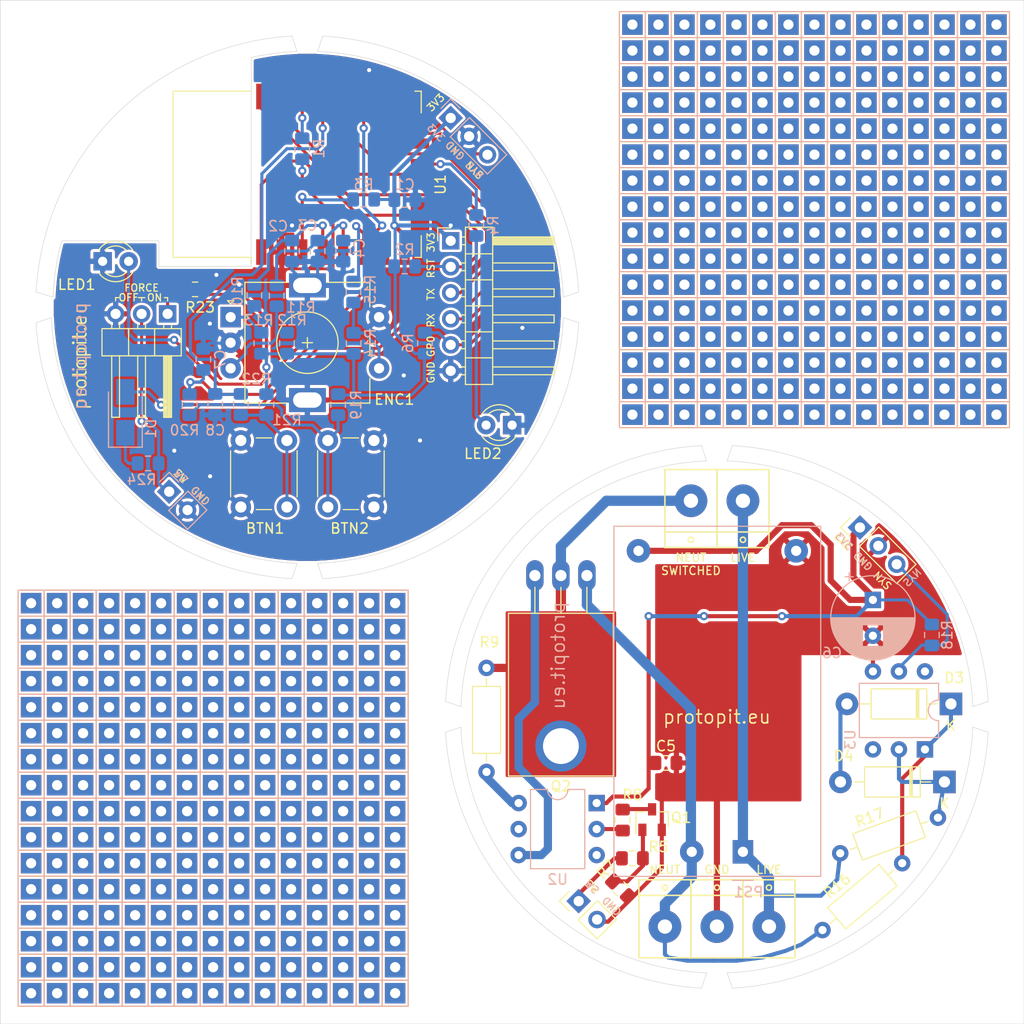
<source format=kicad_pcb>
(kicad_pcb (version 20200119) (host pcbnew "(5.99.0-1448-g534004674)")
  (layers (0 "F.Cu" signal) (31 "B.Cu" signal) (34 "B.Paste" user) (35 "F.Paste" user) (36 "B.SilkS" user) (37 "F.SilkS" user) (38 "B.Mask" user) (39 "F.Mask" user) (44 "Edge.Cuts" user))
  (net 0 "")
  (net 1 "GND")
  (net 2 "+3V3")
  (net 3 "/ENC_A")
  (net 4 "/ENC_B")
  (net 5 "/ENC_SW")
  (net 6 "/ESP_RX")
  (net 7 "/ESP_TX")
  (net 8 "/ESP_RST")
  (net 9 "/ESP_GP0")
  (net 10 "/NEUT")
  (net 11 "/LIVE")
  (net 12 "Net-(Q1-Pad1)")
  (net 13 "Net-(Q2-Pad3)")
  (net 14 "Net-(J3-Pad1)")
  (net 15 "Net-(R3-Pad1)")
  (net 16 "Net-(R8-Pad1)")
  (net 17 "Net-(R9-Pad2)")
  (net 18 "Net-(U1-Pad14)")
  (net 19 "Net-(U1-Pad13)")
  (net 20 "Net-(U1-Pad10)")
  (net 21 "Net-(U1-Pad9)")
  (net 22 "Net-(U1-Pad7)")
  (net 23 "Net-(U2-Pad3)")
  (net 24 "Net-(U2-Pad5)")
  (net 25 "/PGND")
  (net 26 "/P3V3")
  (net 27 "/SWITCH")
  (net 28 "Net-(J8-Pad1)")
  (net 29 "Net-(Q1-Pad3)")
  (net 30 "Net-(D3-Pad2)")
  (net 31 "Net-(D3-Pad1)")
  (net 32 "Net-(D4-Pad1)")
  (net 33 "/AC_SYNC")
  (net 34 "Net-(U3-Pad6)")
  (net 35 "Net-(U3-Pad3)")
  (net 36 "Net-(J9-Pad3)")
  (net 37 "/B1")
  (net 38 "/B2")
  (net 39 "/LED1")
  (net 40 "/LED2")
  (net 41 "Net-(BTN1-Pad2)")
  (net 42 "Net-(BTN2-Pad2)")
  (net 43 "Net-(ENC1-PadA)")
  (net 44 "Net-(ENC1-PadB)")
  (net 45 "Net-(ENC1-PadS1)")
  (net 46 "Net-(LED1-Pad2)")
  (net 47 "Net-(LED2-Pad2)")
  (net 48 "Net-(D1-Pad1)")
  (net 49 "Net-(J11-Pad2)")
  (net 50 "Net-(J11-Pad1)")
  (net 51 "Net-(J12-Pad1)")
  (module "connectors:TEST_4PIN" (layer "F.Cu") (at 194.81 72.6975)
    (fp_text reference "J12" hide)
    (fp_text value "TEST")
    (pad "1" thru_hole rect (at 0 0) (size 2 2) (drill 1) (layers *.Cu *.Mask))
    (pad "2" thru_hole rect (at 0 2.54) (size 2 2) (drill 1) (layers *.Cu *.Mask))
    (pad "3" thru_hole rect (at 0 5.08) (size 2 2) (drill 1) (layers *.Cu *.Mask))
    (pad "4" thru_hole rect (at 0 7.62) (size 2 2) (drill 1) (layers *.Cu *.Mask))
  )
  (module "connectors:TEST_4PIN" (layer "F.Cu") (at 161.75 52.3775)
    (fp_text reference "J12" hide)
    (fp_text value "TEST")
    (pad "1" thru_hole rect (at 0 0) (size 2 2) (drill 1) (layers *.Cu *.Mask) (net 51 "Net-(J12-Pad1)"))
    (pad "2" thru_hole rect (at 0 2.54) (size 2 2) (drill 1) (layers *.Cu *.Mask) (net 51 "Net-(J12-Pad1)"))
    (pad "3" thru_hole rect (at 0 5.08) (size 2 2) (drill 1) (layers *.Cu *.Mask) (net 51 "Net-(J12-Pad1)"))
    (pad "4" thru_hole rect (at 0 7.62) (size 2 2) (drill 1) (layers *.Cu *.Mask) (net 51 "Net-(J12-Pad1)"))
  )
  (module "connectors:TEST_4PIN" (layer "F.Cu") (at 164.29 52.3775)
    (fp_text reference "J12" hide)
    (fp_text value "TEST")
    (pad "1" thru_hole rect (at 0 0) (size 2 2) (drill 1) (layers *.Cu *.Mask) (net 51 "Net-(J12-Pad1)"))
    (pad "2" thru_hole rect (at 0 2.54) (size 2 2) (drill 1) (layers *.Cu *.Mask) (net 51 "Net-(J12-Pad1)"))
    (pad "3" thru_hole rect (at 0 5.08) (size 2 2) (drill 1) (layers *.Cu *.Mask) (net 51 "Net-(J12-Pad1)"))
    (pad "4" thru_hole rect (at 0 7.62) (size 2 2) (drill 1) (layers *.Cu *.Mask) (net 51 "Net-(J12-Pad1)"))
  )
  (module "connectors:TEST_4PIN" (layer "F.Cu") (at 169.37 52.3775)
    (fp_text reference "J12" hide)
    (fp_text value "TEST")
    (pad "1" thru_hole rect (at 0 0) (size 2 2) (drill 1) (layers *.Cu *.Mask) (net 51 "Net-(J12-Pad1)"))
    (pad "2" thru_hole rect (at 0 2.54) (size 2 2) (drill 1) (layers *.Cu *.Mask) (net 51 "Net-(J12-Pad1)"))
    (pad "3" thru_hole rect (at 0 5.08) (size 2 2) (drill 1) (layers *.Cu *.Mask) (net 51 "Net-(J12-Pad1)"))
    (pad "4" thru_hole rect (at 0 7.62) (size 2 2) (drill 1) (layers *.Cu *.Mask) (net 51 "Net-(J12-Pad1)"))
  )
  (module "connectors:TEST_4PIN" (layer "F.Cu") (at 166.83 52.3775)
    (fp_text reference "J12" hide)
    (fp_text value "TEST")
    (pad "1" thru_hole rect (at 0 0) (size 2 2) (drill 1) (layers *.Cu *.Mask) (net 51 "Net-(J12-Pad1)"))
    (pad "2" thru_hole rect (at 0 2.54) (size 2 2) (drill 1) (layers *.Cu *.Mask) (net 51 "Net-(J12-Pad1)"))
    (pad "3" thru_hole rect (at 0 5.08) (size 2 2) (drill 1) (layers *.Cu *.Mask) (net 51 "Net-(J12-Pad1)"))
    (pad "4" thru_hole rect (at 0 7.62) (size 2 2) (drill 1) (layers *.Cu *.Mask) (net 51 "Net-(J12-Pad1)"))
  )
  (module "connectors:TEST_4PIN" (layer "F.Cu") (at 174.45 52.3775)
    (fp_text reference "J12" hide)
    (fp_text value "TEST")
    (pad "1" thru_hole rect (at 0 0) (size 2 2) (drill 1) (layers *.Cu *.Mask) (net 51 "Net-(J12-Pad1)"))
    (pad "2" thru_hole rect (at 0 2.54) (size 2 2) (drill 1) (layers *.Cu *.Mask) (net 51 "Net-(J12-Pad1)"))
    (pad "3" thru_hole rect (at 0 5.08) (size 2 2) (drill 1) (layers *.Cu *.Mask) (net 51 "Net-(J12-Pad1)"))
    (pad "4" thru_hole rect (at 0 7.62) (size 2 2) (drill 1) (layers *.Cu *.Mask) (net 51 "Net-(J12-Pad1)"))
  )
  (module "connectors:TEST_4PIN" (layer "F.Cu") (at 171.91 52.3775)
    (fp_text reference "J12" hide)
    (fp_text value "TEST")
    (pad "1" thru_hole rect (at 0 0) (size 2 2) (drill 1) (layers *.Cu *.Mask) (net 51 "Net-(J12-Pad1)"))
    (pad "2" thru_hole rect (at 0 2.54) (size 2 2) (drill 1) (layers *.Cu *.Mask) (net 51 "Net-(J12-Pad1)"))
    (pad "3" thru_hole rect (at 0 5.08) (size 2 2) (drill 1) (layers *.Cu *.Mask) (net 51 "Net-(J12-Pad1)"))
    (pad "4" thru_hole rect (at 0 7.62) (size 2 2) (drill 1) (layers *.Cu *.Mask) (net 51 "Net-(J12-Pad1)"))
  )
  (module "connectors:TEST_4PIN" (layer "F.Cu") (at 179.53 52.3775)
    (fp_text reference "J12" hide)
    (fp_text value "TEST")
    (pad "1" thru_hole rect (at 0 0) (size 2 2) (drill 1) (layers *.Cu *.Mask) (net 51 "Net-(J12-Pad1)"))
    (pad "2" thru_hole rect (at 0 2.54) (size 2 2) (drill 1) (layers *.Cu *.Mask) (net 51 "Net-(J12-Pad1)"))
    (pad "3" thru_hole rect (at 0 5.08) (size 2 2) (drill 1) (layers *.Cu *.Mask) (net 51 "Net-(J12-Pad1)"))
    (pad "4" thru_hole rect (at 0 7.62) (size 2 2) (drill 1) (layers *.Cu *.Mask) (net 51 "Net-(J12-Pad1)"))
  )
  (module "connectors:TEST_4PIN" (layer "F.Cu") (at 176.99 52.3775)
    (fp_text reference "J12" hide)
    (fp_text value "TEST")
    (pad "1" thru_hole rect (at 0 0) (size 2 2) (drill 1) (layers *.Cu *.Mask) (net 51 "Net-(J12-Pad1)"))
    (pad "2" thru_hole rect (at 0 2.54) (size 2 2) (drill 1) (layers *.Cu *.Mask) (net 51 "Net-(J12-Pad1)"))
    (pad "3" thru_hole rect (at 0 5.08) (size 2 2) (drill 1) (layers *.Cu *.Mask) (net 51 "Net-(J12-Pad1)"))
    (pad "4" thru_hole rect (at 0 7.62) (size 2 2) (drill 1) (layers *.Cu *.Mask) (net 51 "Net-(J12-Pad1)"))
  )
  (module "connectors:TEST_4PIN" (layer "F.Cu") (at 197.31 52.3775)
    (fp_text reference "J12" hide)
    (fp_text value "TEST")
    (pad "1" thru_hole rect (at 0 0) (size 2 2) (drill 1) (layers *.Cu *.Mask) (net 51 "Net-(J12-Pad1)"))
    (pad "2" thru_hole rect (at 0 2.54) (size 2 2) (drill 1) (layers *.Cu *.Mask) (net 51 "Net-(J12-Pad1)"))
    (pad "3" thru_hole rect (at 0 5.08) (size 2 2) (drill 1) (layers *.Cu *.Mask) (net 51 "Net-(J12-Pad1)"))
    (pad "4" thru_hole rect (at 0 7.62) (size 2 2) (drill 1) (layers *.Cu *.Mask) (net 51 "Net-(J12-Pad1)"))
  )
  (module "connectors:TEST_4PIN" (layer "F.Cu") (at 189.69 52.3775)
    (fp_text reference "J12" hide)
    (fp_text value "TEST")
    (pad "1" thru_hole rect (at 0 0) (size 2 2) (drill 1) (layers *.Cu *.Mask) (net 51 "Net-(J12-Pad1)"))
    (pad "2" thru_hole rect (at 0 2.54) (size 2 2) (drill 1) (layers *.Cu *.Mask) (net 51 "Net-(J12-Pad1)"))
    (pad "3" thru_hole rect (at 0 5.08) (size 2 2) (drill 1) (layers *.Cu *.Mask) (net 51 "Net-(J12-Pad1)"))
    (pad "4" thru_hole rect (at 0 7.62) (size 2 2) (drill 1) (layers *.Cu *.Mask) (net 51 "Net-(J12-Pad1)"))
  )
  (module "connectors:TEST_4PIN" (layer "F.Cu") (at 192.23 52.3775)
    (fp_text reference "J12" hide)
    (fp_text value "TEST")
    (pad "1" thru_hole rect (at 0 0) (size 2 2) (drill 1) (layers *.Cu *.Mask) (net 51 "Net-(J12-Pad1)"))
    (pad "2" thru_hole rect (at 0 2.54) (size 2 2) (drill 1) (layers *.Cu *.Mask) (net 51 "Net-(J12-Pad1)"))
    (pad "3" thru_hole rect (at 0 5.08) (size 2 2) (drill 1) (layers *.Cu *.Mask) (net 51 "Net-(J12-Pad1)"))
    (pad "4" thru_hole rect (at 0 7.62) (size 2 2) (drill 1) (layers *.Cu *.Mask) (net 51 "Net-(J12-Pad1)"))
  )
  (module "connectors:TEST_4PIN" (layer "F.Cu") (at 194.77 52.3775)
    (fp_text reference "J12" hide)
    (fp_text value "TEST")
    (pad "1" thru_hole rect (at 0 0) (size 2 2) (drill 1) (layers *.Cu *.Mask) (net 51 "Net-(J12-Pad1)"))
    (pad "2" thru_hole rect (at 0 2.54) (size 2 2) (drill 1) (layers *.Cu *.Mask) (net 51 "Net-(J12-Pad1)"))
    (pad "3" thru_hole rect (at 0 5.08) (size 2 2) (drill 1) (layers *.Cu *.Mask) (net 51 "Net-(J12-Pad1)"))
    (pad "4" thru_hole rect (at 0 7.62) (size 2 2) (drill 1) (layers *.Cu *.Mask) (net 51 "Net-(J12-Pad1)"))
  )
  (module "connectors:TEST_4PIN" (layer "F.Cu") (at 184.61 52.3775)
    (fp_text reference "J12" hide)
    (fp_text value "TEST")
    (pad "1" thru_hole rect (at 0 0) (size 2 2) (drill 1) (layers *.Cu *.Mask) (net 51 "Net-(J12-Pad1)"))
    (pad "2" thru_hole rect (at 0 2.54) (size 2 2) (drill 1) (layers *.Cu *.Mask) (net 51 "Net-(J12-Pad1)"))
    (pad "3" thru_hole rect (at 0 5.08) (size 2 2) (drill 1) (layers *.Cu *.Mask) (net 51 "Net-(J12-Pad1)"))
    (pad "4" thru_hole rect (at 0 7.62) (size 2 2) (drill 1) (layers *.Cu *.Mask) (net 51 "Net-(J12-Pad1)"))
  )
  (module "connectors:TEST_4PIN" (layer "F.Cu") (at 182.07 52.3775)
    (fp_text reference "J12" hide)
    (fp_text value "TEST")
    (pad "1" thru_hole rect (at 0 0) (size 2 2) (drill 1) (layers *.Cu *.Mask) (net 51 "Net-(J12-Pad1)"))
    (pad "2" thru_hole rect (at 0 2.54) (size 2 2) (drill 1) (layers *.Cu *.Mask) (net 51 "Net-(J12-Pad1)"))
    (pad "3" thru_hole rect (at 0 5.08) (size 2 2) (drill 1) (layers *.Cu *.Mask) (net 51 "Net-(J12-Pad1)"))
    (pad "4" thru_hole rect (at 0 7.62) (size 2 2) (drill 1) (layers *.Cu *.Mask) (net 51 "Net-(J12-Pad1)"))
  )
  (module "connectors:TEST_4PIN" (layer "F.Cu") (at 187.15 52.3775)
    (fp_text reference "J12" hide)
    (fp_text value "TEST")
    (pad "1" thru_hole rect (at 0 0) (size 2 2) (drill 1) (layers *.Cu *.Mask) (net 51 "Net-(J12-Pad1)"))
    (pad "2" thru_hole rect (at 0 2.54) (size 2 2) (drill 1) (layers *.Cu *.Mask) (net 51 "Net-(J12-Pad1)"))
    (pad "3" thru_hole rect (at 0 5.08) (size 2 2) (drill 1) (layers *.Cu *.Mask) (net 51 "Net-(J12-Pad1)"))
    (pad "4" thru_hole rect (at 0 7.62) (size 2 2) (drill 1) (layers *.Cu *.Mask) (net 51 "Net-(J12-Pad1)"))
  )
  (module "connectors:TEST_4PIN" (layer "F.Cu") (at 184.61 62.5375)
    (fp_text reference "J12" hide)
    (fp_text value "TEST")
    (pad "1" thru_hole rect (at 0 0) (size 2 2) (drill 1) (layers *.Cu *.Mask) (net 51 "Net-(J12-Pad1)"))
    (pad "2" thru_hole rect (at 0 2.54) (size 2 2) (drill 1) (layers *.Cu *.Mask) (net 51 "Net-(J12-Pad1)"))
    (pad "3" thru_hole rect (at 0 5.08) (size 2 2) (drill 1) (layers *.Cu *.Mask) (net 51 "Net-(J12-Pad1)"))
    (pad "4" thru_hole rect (at 0 7.62) (size 2 2) (drill 1) (layers *.Cu *.Mask) (net 51 "Net-(J12-Pad1)"))
  )
  (module "connectors:TEST_4PIN" (layer "F.Cu") (at 176.99 62.5375)
    (fp_text reference "J12" hide)
    (fp_text value "TEST")
    (pad "1" thru_hole rect (at 0 0) (size 2 2) (drill 1) (layers *.Cu *.Mask) (net 51 "Net-(J12-Pad1)"))
    (pad "2" thru_hole rect (at 0 2.54) (size 2 2) (drill 1) (layers *.Cu *.Mask) (net 51 "Net-(J12-Pad1)"))
    (pad "3" thru_hole rect (at 0 5.08) (size 2 2) (drill 1) (layers *.Cu *.Mask) (net 51 "Net-(J12-Pad1)"))
    (pad "4" thru_hole rect (at 0 7.62) (size 2 2) (drill 1) (layers *.Cu *.Mask) (net 51 "Net-(J12-Pad1)"))
  )
  (module "connectors:TEST_4PIN" (layer "F.Cu") (at 179.53 62.5375)
    (fp_text reference "J12" hide)
    (fp_text value "TEST")
    (pad "1" thru_hole rect (at 0 0) (size 2 2) (drill 1) (layers *.Cu *.Mask) (net 51 "Net-(J12-Pad1)"))
    (pad "2" thru_hole rect (at 0 2.54) (size 2 2) (drill 1) (layers *.Cu *.Mask) (net 51 "Net-(J12-Pad1)"))
    (pad "3" thru_hole rect (at 0 5.08) (size 2 2) (drill 1) (layers *.Cu *.Mask) (net 51 "Net-(J12-Pad1)"))
    (pad "4" thru_hole rect (at 0 7.62) (size 2 2) (drill 1) (layers *.Cu *.Mask) (net 51 "Net-(J12-Pad1)"))
  )
  (module "connectors:TEST_4PIN" (layer "F.Cu") (at 169.37 62.5375)
    (fp_text reference "J12" hide)
    (fp_text value "TEST")
    (pad "1" thru_hole rect (at 0 0) (size 2 2) (drill 1) (layers *.Cu *.Mask) (net 51 "Net-(J12-Pad1)"))
    (pad "2" thru_hole rect (at 0 2.54) (size 2 2) (drill 1) (layers *.Cu *.Mask) (net 51 "Net-(J12-Pad1)"))
    (pad "3" thru_hole rect (at 0 5.08) (size 2 2) (drill 1) (layers *.Cu *.Mask) (net 51 "Net-(J12-Pad1)"))
    (pad "4" thru_hole rect (at 0 7.62) (size 2 2) (drill 1) (layers *.Cu *.Mask) (net 51 "Net-(J12-Pad1)"))
  )
  (module "connectors:TEST_4PIN" (layer "F.Cu") (at 171.91 62.5375)
    (fp_text reference "J12" hide)
    (fp_text value "TEST")
    (pad "1" thru_hole rect (at 0 0) (size 2 2) (drill 1) (layers *.Cu *.Mask) (net 51 "Net-(J12-Pad1)"))
    (pad "2" thru_hole rect (at 0 2.54) (size 2 2) (drill 1) (layers *.Cu *.Mask) (net 51 "Net-(J12-Pad1)"))
    (pad "3" thru_hole rect (at 0 5.08) (size 2 2) (drill 1) (layers *.Cu *.Mask) (net 51 "Net-(J12-Pad1)"))
    (pad "4" thru_hole rect (at 0 7.62) (size 2 2) (drill 1) (layers *.Cu *.Mask) (net 51 "Net-(J12-Pad1)"))
  )
  (module "connectors:TEST_4PIN" (layer "F.Cu") (at 187.15 62.5375)
    (fp_text reference "J12" hide)
    (fp_text value "TEST")
    (pad "1" thru_hole rect (at 0 0) (size 2 2) (drill 1) (layers *.Cu *.Mask) (net 51 "Net-(J12-Pad1)"))
    (pad "2" thru_hole rect (at 0 2.54) (size 2 2) (drill 1) (layers *.Cu *.Mask) (net 51 "Net-(J12-Pad1)"))
    (pad "3" thru_hole rect (at 0 5.08) (size 2 2) (drill 1) (layers *.Cu *.Mask) (net 51 "Net-(J12-Pad1)"))
    (pad "4" thru_hole rect (at 0 7.62) (size 2 2) (drill 1) (layers *.Cu *.Mask) (net 51 "Net-(J12-Pad1)"))
  )
  (module "connectors:TEST_4PIN" (layer "F.Cu") (at 174.45 62.5375)
    (fp_text reference "J12" hide)
    (fp_text value "TEST")
    (pad "1" thru_hole rect (at 0 0) (size 2 2) (drill 1) (layers *.Cu *.Mask) (net 51 "Net-(J12-Pad1)"))
    (pad "2" thru_hole rect (at 0 2.54) (size 2 2) (drill 1) (layers *.Cu *.Mask) (net 51 "Net-(J12-Pad1)"))
    (pad "3" thru_hole rect (at 0 5.08) (size 2 2) (drill 1) (layers *.Cu *.Mask) (net 51 "Net-(J12-Pad1)"))
    (pad "4" thru_hole rect (at 0 7.62) (size 2 2) (drill 1) (layers *.Cu *.Mask) (net 51 "Net-(J12-Pad1)"))
  )
  (module "connectors:TEST_4PIN" (layer "F.Cu") (at 189.69 62.5375)
    (fp_text reference "J12" hide)
    (fp_text value "TEST")
    (pad "1" thru_hole rect (at 0 0) (size 2 2) (drill 1) (layers *.Cu *.Mask) (net 51 "Net-(J12-Pad1)"))
    (pad "2" thru_hole rect (at 0 2.54) (size 2 2) (drill 1) (layers *.Cu *.Mask) (net 51 "Net-(J12-Pad1)"))
    (pad "3" thru_hole rect (at 0 5.08) (size 2 2) (drill 1) (layers *.Cu *.Mask) (net 51 "Net-(J12-Pad1)"))
    (pad "4" thru_hole rect (at 0 7.62) (size 2 2) (drill 1) (layers *.Cu *.Mask) (net 51 "Net-(J12-Pad1)"))
  )
  (module "connectors:TEST_4PIN" (layer "F.Cu") (at 164.29 62.5375)
    (fp_text reference "J12" hide)
    (fp_text value "TEST")
    (pad "1" thru_hole rect (at 0 0) (size 2 2) (drill 1) (layers *.Cu *.Mask) (net 51 "Net-(J12-Pad1)"))
    (pad "2" thru_hole rect (at 0 2.54) (size 2 2) (drill 1) (layers *.Cu *.Mask) (net 51 "Net-(J12-Pad1)"))
    (pad "3" thru_hole rect (at 0 5.08) (size 2 2) (drill 1) (layers *.Cu *.Mask) (net 51 "Net-(J12-Pad1)"))
    (pad "4" thru_hole rect (at 0 7.62) (size 2 2) (drill 1) (layers *.Cu *.Mask) (net 51 "Net-(J12-Pad1)"))
  )
  (module "connectors:TEST_4PIN" (layer "F.Cu") (at 192.23 62.5375)
    (fp_text reference "J12" hide)
    (fp_text value "TEST")
    (pad "1" thru_hole rect (at 0 0) (size 2 2) (drill 1) (layers *.Cu *.Mask) (net 51 "Net-(J12-Pad1)"))
    (pad "2" thru_hole rect (at 0 2.54) (size 2 2) (drill 1) (layers *.Cu *.Mask) (net 51 "Net-(J12-Pad1)"))
    (pad "3" thru_hole rect (at 0 5.08) (size 2 2) (drill 1) (layers *.Cu *.Mask) (net 51 "Net-(J12-Pad1)"))
    (pad "4" thru_hole rect (at 0 7.62) (size 2 2) (drill 1) (layers *.Cu *.Mask) (net 51 "Net-(J12-Pad1)"))
  )
  (module "connectors:TEST_4PIN" (layer "F.Cu") (at 161.75 62.5375)
    (fp_text reference "J12" hide)
    (fp_text value "TEST")
    (pad "1" thru_hole rect (at 0 0) (size 2 2) (drill 1) (layers *.Cu *.Mask) (net 51 "Net-(J12-Pad1)"))
    (pad "2" thru_hole rect (at 0 2.54) (size 2 2) (drill 1) (layers *.Cu *.Mask) (net 51 "Net-(J12-Pad1)"))
    (pad "3" thru_hole rect (at 0 5.08) (size 2 2) (drill 1) (layers *.Cu *.Mask) (net 51 "Net-(J12-Pad1)"))
    (pad "4" thru_hole rect (at 0 7.62) (size 2 2) (drill 1) (layers *.Cu *.Mask) (net 51 "Net-(J12-Pad1)"))
  )
  (module "connectors:TEST_4PIN" (layer "F.Cu") (at 182.07 62.5375)
    (fp_text reference "J12" hide)
    (fp_text value "TEST")
    (pad "1" thru_hole rect (at 0 0) (size 2 2) (drill 1) (layers *.Cu *.Mask) (net 51 "Net-(J12-Pad1)"))
    (pad "2" thru_hole rect (at 0 2.54) (size 2 2) (drill 1) (layers *.Cu *.Mask) (net 51 "Net-(J12-Pad1)"))
    (pad "3" thru_hole rect (at 0 5.08) (size 2 2) (drill 1) (layers *.Cu *.Mask) (net 51 "Net-(J12-Pad1)"))
    (pad "4" thru_hole rect (at 0 7.62) (size 2 2) (drill 1) (layers *.Cu *.Mask) (net 51 "Net-(J12-Pad1)"))
  )
  (module "connectors:TEST_4PIN" (layer "F.Cu") (at 197.31 62.5375)
    (fp_text reference "J12" hide)
    (fp_text value "TEST")
    (pad "1" thru_hole rect (at 0 0) (size 2 2) (drill 1) (layers *.Cu *.Mask) (net 51 "Net-(J12-Pad1)"))
    (pad "2" thru_hole rect (at 0 2.54) (size 2 2) (drill 1) (layers *.Cu *.Mask) (net 51 "Net-(J12-Pad1)"))
    (pad "3" thru_hole rect (at 0 5.08) (size 2 2) (drill 1) (layers *.Cu *.Mask) (net 51 "Net-(J12-Pad1)"))
    (pad "4" thru_hole rect (at 0 7.62) (size 2 2) (drill 1) (layers *.Cu *.Mask) (net 51 "Net-(J12-Pad1)"))
  )
  (module "connectors:TEST_4PIN" (layer "F.Cu") (at 166.83 62.5375)
    (fp_text reference "J12" hide)
    (fp_text value "TEST")
    (pad "1" thru_hole rect (at 0 0) (size 2 2) (drill 1) (layers *.Cu *.Mask) (net 51 "Net-(J12-Pad1)"))
    (pad "2" thru_hole rect (at 0 2.54) (size 2 2) (drill 1) (layers *.Cu *.Mask) (net 51 "Net-(J12-Pad1)"))
    (pad "3" thru_hole rect (at 0 5.08) (size 2 2) (drill 1) (layers *.Cu *.Mask) (net 51 "Net-(J12-Pad1)"))
    (pad "4" thru_hole rect (at 0 7.62) (size 2 2) (drill 1) (layers *.Cu *.Mask) (net 51 "Net-(J12-Pad1)"))
  )
  (module "connectors:TEST_4PIN" (layer "F.Cu") (at 194.77 62.5375)
    (fp_text reference "J12" hide)
    (fp_text value "TEST")
    (pad "1" thru_hole rect (at 0 0) (size 2 2) (drill 1) (layers *.Cu *.Mask) (net 51 "Net-(J12-Pad1)"))
    (pad "2" thru_hole rect (at 0 2.54) (size 2 2) (drill 1) (layers *.Cu *.Mask) (net 51 "Net-(J12-Pad1)"))
    (pad "3" thru_hole rect (at 0 5.08) (size 2 2) (drill 1) (layers *.Cu *.Mask) (net 51 "Net-(J12-Pad1)"))
    (pad "4" thru_hole rect (at 0 7.62) (size 2 2) (drill 1) (layers *.Cu *.Mask) (net 51 "Net-(J12-Pad1)"))
  )
  (module "connectors:TEST_4PIN" (layer "F.Cu") (at 184.61 72.6975)
    (fp_text reference "J12" hide)
    (fp_text value "TEST")
    (pad "1" thru_hole rect (at 0 0) (size 2 2) (drill 1) (layers *.Cu *.Mask) (net 51 "Net-(J12-Pad1)"))
    (pad "2" thru_hole rect (at 0 2.54) (size 2 2) (drill 1) (layers *.Cu *.Mask) (net 51 "Net-(J12-Pad1)"))
    (pad "3" thru_hole rect (at 0 5.08) (size 2 2) (drill 1) (layers *.Cu *.Mask) (net 51 "Net-(J12-Pad1)"))
    (pad "4" thru_hole rect (at 0 7.62) (size 2 2) (drill 1) (layers *.Cu *.Mask) (net 51 "Net-(J12-Pad1)"))
  )
  (module "connectors:TEST_4PIN" (layer "F.Cu") (at 176.99 72.6975)
    (fp_text reference "J12" hide)
    (fp_text value "TEST")
    (pad "1" thru_hole rect (at 0 0) (size 2 2) (drill 1) (layers *.Cu *.Mask) (net 51 "Net-(J12-Pad1)"))
    (pad "2" thru_hole rect (at 0 2.54) (size 2 2) (drill 1) (layers *.Cu *.Mask) (net 51 "Net-(J12-Pad1)"))
    (pad "3" thru_hole rect (at 0 5.08) (size 2 2) (drill 1) (layers *.Cu *.Mask) (net 51 "Net-(J12-Pad1)"))
    (pad "4" thru_hole rect (at 0 7.62) (size 2 2) (drill 1) (layers *.Cu *.Mask) (net 51 "Net-(J12-Pad1)"))
  )
  (module "connectors:TEST_4PIN" (layer "F.Cu") (at 179.53 72.6975)
    (fp_text reference "J12" hide)
    (fp_text value "TEST")
    (pad "1" thru_hole rect (at 0 0) (size 2 2) (drill 1) (layers *.Cu *.Mask) (net 51 "Net-(J12-Pad1)"))
    (pad "2" thru_hole rect (at 0 2.54) (size 2 2) (drill 1) (layers *.Cu *.Mask) (net 51 "Net-(J12-Pad1)"))
    (pad "3" thru_hole rect (at 0 5.08) (size 2 2) (drill 1) (layers *.Cu *.Mask) (net 51 "Net-(J12-Pad1)"))
    (pad "4" thru_hole rect (at 0 7.62) (size 2 2) (drill 1) (layers *.Cu *.Mask) (net 51 "Net-(J12-Pad1)"))
  )
  (module "connectors:TEST_4PIN" (layer "F.Cu") (at 169.37 72.6975)
    (fp_text reference "J12" hide)
    (fp_text value "TEST")
    (pad "1" thru_hole rect (at 0 0) (size 2 2) (drill 1) (layers *.Cu *.Mask) (net 51 "Net-(J12-Pad1)"))
    (pad "2" thru_hole rect (at 0 2.54) (size 2 2) (drill 1) (layers *.Cu *.Mask) (net 51 "Net-(J12-Pad1)"))
    (pad "3" thru_hole rect (at 0 5.08) (size 2 2) (drill 1) (layers *.Cu *.Mask) (net 51 "Net-(J12-Pad1)"))
    (pad "4" thru_hole rect (at 0 7.62) (size 2 2) (drill 1) (layers *.Cu *.Mask) (net 51 "Net-(J12-Pad1)"))
  )
  (module "connectors:TEST_4PIN" (layer "F.Cu") (at 171.91 72.6975)
    (fp_text reference "J12" hide)
    (fp_text value "TEST")
    (pad "1" thru_hole rect (at 0 0) (size 2 2) (drill 1) (layers *.Cu *.Mask) (net 51 "Net-(J12-Pad1)"))
    (pad "2" thru_hole rect (at 0 2.54) (size 2 2) (drill 1) (layers *.Cu *.Mask) (net 51 "Net-(J12-Pad1)"))
    (pad "3" thru_hole rect (at 0 5.08) (size 2 2) (drill 1) (layers *.Cu *.Mask) (net 51 "Net-(J12-Pad1)"))
    (pad "4" thru_hole rect (at 0 7.62) (size 2 2) (drill 1) (layers *.Cu *.Mask) (net 51 "Net-(J12-Pad1)"))
  )
  (module "connectors:TEST_4PIN" (layer "F.Cu") (at 187.15 72.6975)
    (fp_text reference "J12" hide)
    (fp_text value "TEST")
    (pad "1" thru_hole rect (at 0 0) (size 2 2) (drill 1) (layers *.Cu *.Mask) (net 51 "Net-(J12-Pad1)"))
    (pad "2" thru_hole rect (at 0 2.54) (size 2 2) (drill 1) (layers *.Cu *.Mask) (net 51 "Net-(J12-Pad1)"))
    (pad "3" thru_hole rect (at 0 5.08) (size 2 2) (drill 1) (layers *.Cu *.Mask) (net 51 "Net-(J12-Pad1)"))
    (pad "4" thru_hole rect (at 0 7.62) (size 2 2) (drill 1) (layers *.Cu *.Mask) (net 51 "Net-(J12-Pad1)"))
  )
  (module "connectors:TEST_4PIN" (layer "F.Cu") (at 174.45 72.6975)
    (fp_text reference "J12" hide)
    (fp_text value "TEST")
    (pad "1" thru_hole rect (at 0 0) (size 2 2) (drill 1) (layers *.Cu *.Mask) (net 51 "Net-(J12-Pad1)"))
    (pad "2" thru_hole rect (at 0 2.54) (size 2 2) (drill 1) (layers *.Cu *.Mask) (net 51 "Net-(J12-Pad1)"))
    (pad "3" thru_hole rect (at 0 5.08) (size 2 2) (drill 1) (layers *.Cu *.Mask) (net 51 "Net-(J12-Pad1)"))
    (pad "4" thru_hole rect (at 0 7.62) (size 2 2) (drill 1) (layers *.Cu *.Mask) (net 51 "Net-(J12-Pad1)"))
  )
  (module "connectors:TEST_4PIN" (layer "F.Cu") (at 189.69 72.6975)
    (fp_text reference "J12" hide)
    (fp_text value "TEST")
    (pad "1" thru_hole rect (at 0 0) (size 2 2) (drill 1) (layers *.Cu *.Mask) (net 51 "Net-(J12-Pad1)"))
    (pad "2" thru_hole rect (at 0 2.54) (size 2 2) (drill 1) (layers *.Cu *.Mask) (net 51 "Net-(J12-Pad1)"))
    (pad "3" thru_hole rect (at 0 5.08) (size 2 2) (drill 1) (layers *.Cu *.Mask) (net 51 "Net-(J12-Pad1)"))
    (pad "4" thru_hole rect (at 0 7.62) (size 2 2) (drill 1) (layers *.Cu *.Mask) (net 51 "Net-(J12-Pad1)"))
  )
  (module "connectors:TEST_4PIN" (layer "F.Cu") (at 164.29 72.6975)
    (fp_text reference "J12" hide)
    (fp_text value "TEST")
    (pad "1" thru_hole rect (at 0 0) (size 2 2) (drill 1) (layers *.Cu *.Mask) (net 51 "Net-(J12-Pad1)"))
    (pad "2" thru_hole rect (at 0 2.54) (size 2 2) (drill 1) (layers *.Cu *.Mask) (net 51 "Net-(J12-Pad1)"))
    (pad "3" thru_hole rect (at 0 5.08) (size 2 2) (drill 1) (layers *.Cu *.Mask) (net 51 "Net-(J12-Pad1)"))
    (pad "4" thru_hole rect (at 0 7.62) (size 2 2) (drill 1) (layers *.Cu *.Mask) (net 51 "Net-(J12-Pad1)"))
  )
  (module "connectors:TEST_4PIN" (layer "F.Cu") (at 192.23 72.6975)
    (fp_text reference "J12" hide)
    (fp_text value "TEST")
    (pad "1" thru_hole rect (at 0 0) (size 2 2) (drill 1) (layers *.Cu *.Mask) (net 51 "Net-(J12-Pad1)"))
    (pad "2" thru_hole rect (at 0 2.54) (size 2 2) (drill 1) (layers *.Cu *.Mask) (net 51 "Net-(J12-Pad1)"))
    (pad "3" thru_hole rect (at 0 5.08) (size 2 2) (drill 1) (layers *.Cu *.Mask) (net 51 "Net-(J12-Pad1)"))
    (pad "4" thru_hole rect (at 0 7.62) (size 2 2) (drill 1) (layers *.Cu *.Mask) (net 51 "Net-(J12-Pad1)"))
  )
  (module "connectors:TEST_4PIN" (layer "F.Cu") (at 161.75 72.6975)
    (fp_text reference "J12" hide)
    (fp_text value "TEST")
    (pad "1" thru_hole rect (at 0 0) (size 2 2) (drill 1) (layers *.Cu *.Mask) (net 51 "Net-(J12-Pad1)"))
    (pad "2" thru_hole rect (at 0 2.54) (size 2 2) (drill 1) (layers *.Cu *.Mask) (net 51 "Net-(J12-Pad1)"))
    (pad "3" thru_hole rect (at 0 5.08) (size 2 2) (drill 1) (layers *.Cu *.Mask) (net 51 "Net-(J12-Pad1)"))
    (pad "4" thru_hole rect (at 0 7.62) (size 2 2) (drill 1) (layers *.Cu *.Mask) (net 51 "Net-(J12-Pad1)"))
  )
  (module "connectors:TEST_4PIN" (layer "F.Cu") (at 182.07 72.6975)
    (fp_text reference "J12" hide)
    (fp_text value "TEST")
    (pad "1" thru_hole rect (at 0 0) (size 2 2) (drill 1) (layers *.Cu *.Mask) (net 51 "Net-(J12-Pad1)"))
    (pad "2" thru_hole rect (at 0 2.54) (size 2 2) (drill 1) (layers *.Cu *.Mask) (net 51 "Net-(J12-Pad1)"))
    (pad "3" thru_hole rect (at 0 5.08) (size 2 2) (drill 1) (layers *.Cu *.Mask) (net 51 "Net-(J12-Pad1)"))
    (pad "4" thru_hole rect (at 0 7.62) (size 2 2) (drill 1) (layers *.Cu *.Mask) (net 51 "Net-(J12-Pad1)"))
  )
  (module "connectors:TEST_4PIN" (layer "F.Cu") (at 197.31 72.6975)
    (fp_text reference "J12" hide)
    (fp_text value "TEST")
    (pad "1" thru_hole rect (at 0 0) (size 2 2) (drill 1) (layers *.Cu *.Mask) (net 51 "Net-(J12-Pad1)"))
    (pad "2" thru_hole rect (at 0 2.54) (size 2 2) (drill 1) (layers *.Cu *.Mask) (net 51 "Net-(J12-Pad1)"))
    (pad "3" thru_hole rect (at 0 5.08) (size 2 2) (drill 1) (layers *.Cu *.Mask) (net 51 "Net-(J12-Pad1)"))
    (pad "4" thru_hole rect (at 0 7.62) (size 2 2) (drill 1) (layers *.Cu *.Mask) (net 51 "Net-(J12-Pad1)"))
  )
  (module "connectors:TEST_4PIN" (layer "F.Cu") (at 166.83 72.6975)
    (fp_text reference "J12" hide)
    (fp_text value "TEST")
    (pad "1" thru_hole rect (at 0 0) (size 2 2) (drill 1) (layers *.Cu *.Mask) (net 51 "Net-(J12-Pad1)"))
    (pad "2" thru_hole rect (at 0 2.54) (size 2 2) (drill 1) (layers *.Cu *.Mask) (net 51 "Net-(J12-Pad1)"))
    (pad "3" thru_hole rect (at 0 5.08) (size 2 2) (drill 1) (layers *.Cu *.Mask) (net 51 "Net-(J12-Pad1)"))
    (pad "4" thru_hole rect (at 0 7.62) (size 2 2) (drill 1) (layers *.Cu *.Mask) (net 51 "Net-(J12-Pad1)"))
  )
  (module "connectors:TEST_4PIN" (layer "F.Cu") (at 184.61 82.8575)
    (fp_text reference "J12" hide)
    (fp_text value "TEST")
    (pad "1" thru_hole rect (at 0 0) (size 2 2) (drill 1) (layers *.Cu *.Mask) (net 51 "Net-(J12-Pad1)"))
    (pad "2" thru_hole rect (at 0 2.54) (size 2 2) (drill 1) (layers *.Cu *.Mask) (net 51 "Net-(J12-Pad1)"))
    (pad "3" thru_hole rect (at 0 5.08) (size 2 2) (drill 1) (layers *.Cu *.Mask) (net 51 "Net-(J12-Pad1)"))
    (pad "4" thru_hole rect (at 0 7.62) (size 2 2) (drill 1) (layers *.Cu *.Mask) (net 51 "Net-(J12-Pad1)"))
  )
  (module "connectors:TEST_4PIN" (layer "F.Cu") (at 176.99 82.8575)
    (fp_text reference "J12" hide)
    (fp_text value "TEST")
    (pad "1" thru_hole rect (at 0 0) (size 2 2) (drill 1) (layers *.Cu *.Mask) (net 51 "Net-(J12-Pad1)"))
    (pad "2" thru_hole rect (at 0 2.54) (size 2 2) (drill 1) (layers *.Cu *.Mask) (net 51 "Net-(J12-Pad1)"))
    (pad "3" thru_hole rect (at 0 5.08) (size 2 2) (drill 1) (layers *.Cu *.Mask) (net 51 "Net-(J12-Pad1)"))
    (pad "4" thru_hole rect (at 0 7.62) (size 2 2) (drill 1) (layers *.Cu *.Mask) (net 51 "Net-(J12-Pad1)"))
  )
  (module "connectors:TEST_4PIN" (layer "F.Cu") (at 179.53 82.8575)
    (fp_text reference "J12" hide)
    (fp_text value "TEST")
    (pad "1" thru_hole rect (at 0 0) (size 2 2) (drill 1) (layers *.Cu *.Mask) (net 51 "Net-(J12-Pad1)"))
    (pad "2" thru_hole rect (at 0 2.54) (size 2 2) (drill 1) (layers *.Cu *.Mask) (net 51 "Net-(J12-Pad1)"))
    (pad "3" thru_hole rect (at 0 5.08) (size 2 2) (drill 1) (layers *.Cu *.Mask) (net 51 "Net-(J12-Pad1)"))
    (pad "4" thru_hole rect (at 0 7.62) (size 2 2) (drill 1) (layers *.Cu *.Mask) (net 51 "Net-(J12-Pad1)"))
  )
  (module "connectors:TEST_4PIN" (layer "F.Cu") (at 169.37 82.8575)
    (fp_text reference "J12" hide)
    (fp_text value "TEST")
    (pad "1" thru_hole rect (at 0 0) (size 2 2) (drill 1) (layers *.Cu *.Mask) (net 51 "Net-(J12-Pad1)"))
    (pad "2" thru_hole rect (at 0 2.54) (size 2 2) (drill 1) (layers *.Cu *.Mask) (net 51 "Net-(J12-Pad1)"))
    (pad "3" thru_hole rect (at 0 5.08) (size 2 2) (drill 1) (layers *.Cu *.Mask) (net 51 "Net-(J12-Pad1)"))
    (pad "4" thru_hole rect (at 0 7.62) (size 2 2) (drill 1) (layers *.Cu *.Mask) (net 51 "Net-(J12-Pad1)"))
  )
  (module "connectors:TEST_4PIN" (layer "F.Cu") (at 171.91 82.8575)
    (fp_text reference "J12" hide)
    (fp_text value "TEST")
    (pad "1" thru_hole rect (at 0 0) (size 2 2) (drill 1) (layers *.Cu *.Mask) (net 51 "Net-(J12-Pad1)"))
    (pad "2" thru_hole rect (at 0 2.54) (size 2 2) (drill 1) (layers *.Cu *.Mask) (net 51 "Net-(J12-Pad1)"))
    (pad "3" thru_hole rect (at 0 5.08) (size 2 2) (drill 1) (layers *.Cu *.Mask) (net 51 "Net-(J12-Pad1)"))
    (pad "4" thru_hole rect (at 0 7.62) (size 2 2) (drill 1) (layers *.Cu *.Mask) (net 51 "Net-(J12-Pad1)"))
  )
  (module "connectors:TEST_4PIN" (layer "F.Cu") (at 187.15 82.8575)
    (fp_text reference "J12" hide)
    (fp_text value "TEST")
    (pad "1" thru_hole rect (at 0 0) (size 2 2) (drill 1) (layers *.Cu *.Mask) (net 51 "Net-(J12-Pad1)"))
    (pad "2" thru_hole rect (at 0 2.54) (size 2 2) (drill 1) (layers *.Cu *.Mask) (net 51 "Net-(J12-Pad1)"))
    (pad "3" thru_hole rect (at 0 5.08) (size 2 2) (drill 1) (layers *.Cu *.Mask) (net 51 "Net-(J12-Pad1)"))
    (pad "4" thru_hole rect (at 0 7.62) (size 2 2) (drill 1) (layers *.Cu *.Mask) (net 51 "Net-(J12-Pad1)"))
  )
  (module "connectors:TEST_4PIN" (layer "F.Cu") (at 174.45 82.8575)
    (fp_text reference "J12" hide)
    (fp_text value "TEST")
    (pad "1" thru_hole rect (at 0 0) (size 2 2) (drill 1) (layers *.Cu *.Mask) (net 51 "Net-(J12-Pad1)"))
    (pad "2" thru_hole rect (at 0 2.54) (size 2 2) (drill 1) (layers *.Cu *.Mask) (net 51 "Net-(J12-Pad1)"))
    (pad "3" thru_hole rect (at 0 5.08) (size 2 2) (drill 1) (layers *.Cu *.Mask) (net 51 "Net-(J12-Pad1)"))
    (pad "4" thru_hole rect (at 0 7.62) (size 2 2) (drill 1) (layers *.Cu *.Mask) (net 51 "Net-(J12-Pad1)"))
  )
  (module "connectors:TEST_4PIN" (layer "F.Cu") (at 189.69 82.8575)
    (fp_text reference "J12" hide)
    (fp_text value "TEST")
    (pad "1" thru_hole rect (at 0 0) (size 2 2) (drill 1) (layers *.Cu *.Mask) (net 51 "Net-(J12-Pad1)"))
    (pad "2" thru_hole rect (at 0 2.54) (size 2 2) (drill 1) (layers *.Cu *.Mask) (net 51 "Net-(J12-Pad1)"))
    (pad "3" thru_hole rect (at 0 5.08) (size 2 2) (drill 1) (layers *.Cu *.Mask) (net 51 "Net-(J12-Pad1)"))
    (pad "4" thru_hole rect (at 0 7.62) (size 2 2) (drill 1) (layers *.Cu *.Mask) (net 51 "Net-(J12-Pad1)"))
  )
  (module "connectors:TEST_4PIN" (layer "F.Cu") (at 164.29 82.8575)
    (fp_text reference "J12" hide)
    (fp_text value "TEST")
    (pad "1" thru_hole rect (at 0 0) (size 2 2) (drill 1) (layers *.Cu *.Mask) (net 51 "Net-(J12-Pad1)"))
    (pad "2" thru_hole rect (at 0 2.54) (size 2 2) (drill 1) (layers *.Cu *.Mask) (net 51 "Net-(J12-Pad1)"))
    (pad "3" thru_hole rect (at 0 5.08) (size 2 2) (drill 1) (layers *.Cu *.Mask) (net 51 "Net-(J12-Pad1)"))
    (pad "4" thru_hole rect (at 0 7.62) (size 2 2) (drill 1) (layers *.Cu *.Mask) (net 51 "Net-(J12-Pad1)"))
  )
  (module "connectors:TEST_4PIN" (layer "F.Cu") (at 192.23 82.8575)
    (fp_text reference "J12" hide)
    (fp_text value "TEST")
    (pad "1" thru_hole rect (at 0 0) (size 2 2) (drill 1) (layers *.Cu *.Mask) (net 51 "Net-(J12-Pad1)"))
    (pad "2" thru_hole rect (at 0 2.54) (size 2 2) (drill 1) (layers *.Cu *.Mask) (net 51 "Net-(J12-Pad1)"))
    (pad "3" thru_hole rect (at 0 5.08) (size 2 2) (drill 1) (layers *.Cu *.Mask) (net 51 "Net-(J12-Pad1)"))
    (pad "4" thru_hole rect (at 0 7.62) (size 2 2) (drill 1) (layers *.Cu *.Mask) (net 51 "Net-(J12-Pad1)"))
  )
  (module "connectors:TEST_4PIN" (layer "F.Cu") (at 161.75 82.8575)
    (fp_text reference "J12" hide)
    (fp_text value "TEST")
    (pad "1" thru_hole rect (at 0 0) (size 2 2) (drill 1) (layers *.Cu *.Mask) (net 51 "Net-(J12-Pad1)"))
    (pad "2" thru_hole rect (at 0 2.54) (size 2 2) (drill 1) (layers *.Cu *.Mask) (net 51 "Net-(J12-Pad1)"))
    (pad "3" thru_hole rect (at 0 5.08) (size 2 2) (drill 1) (layers *.Cu *.Mask) (net 51 "Net-(J12-Pad1)"))
    (pad "4" thru_hole rect (at 0 7.62) (size 2 2) (drill 1) (layers *.Cu *.Mask) (net 51 "Net-(J12-Pad1)"))
  )
  (module "connectors:TEST_4PIN" (layer "F.Cu") (at 182.07 82.8575)
    (fp_text reference "J12" hide)
    (fp_text value "TEST")
    (pad "1" thru_hole rect (at 0 0) (size 2 2) (drill 1) (layers *.Cu *.Mask) (net 51 "Net-(J12-Pad1)"))
    (pad "2" thru_hole rect (at 0 2.54) (size 2 2) (drill 1) (layers *.Cu *.Mask) (net 51 "Net-(J12-Pad1)"))
    (pad "3" thru_hole rect (at 0 5.08) (size 2 2) (drill 1) (layers *.Cu *.Mask) (net 51 "Net-(J12-Pad1)"))
    (pad "4" thru_hole rect (at 0 7.62) (size 2 2) (drill 1) (layers *.Cu *.Mask) (net 51 "Net-(J12-Pad1)"))
  )
  (module "connectors:TEST_4PIN" (layer "F.Cu") (at 197.31 82.8575)
    (fp_text reference "J12" hide)
    (fp_text value "TEST")
    (pad "1" thru_hole rect (at 0 0) (size 2 2) (drill 1) (layers *.Cu *.Mask) (net 51 "Net-(J12-Pad1)"))
    (pad "2" thru_hole rect (at 0 2.54) (size 2 2) (drill 1) (layers *.Cu *.Mask) (net 51 "Net-(J12-Pad1)"))
    (pad "3" thru_hole rect (at 0 5.08) (size 2 2) (drill 1) (layers *.Cu *.Mask) (net 51 "Net-(J12-Pad1)"))
    (pad "4" thru_hole rect (at 0 7.62) (size 2 2) (drill 1) (layers *.Cu *.Mask) (net 51 "Net-(J12-Pad1)"))
  )
  (module "connectors:TEST_4PIN" (layer "F.Cu") (at 166.83 82.8575)
    (fp_text reference "J12" hide)
    (fp_text value "TEST")
    (pad "1" thru_hole rect (at 0 0) (size 2 2) (drill 1) (layers *.Cu *.Mask) (net 51 "Net-(J12-Pad1)"))
    (pad "2" thru_hole rect (at 0 2.54) (size 2 2) (drill 1) (layers *.Cu *.Mask) (net 51 "Net-(J12-Pad1)"))
    (pad "3" thru_hole rect (at 0 5.08) (size 2 2) (drill 1) (layers *.Cu *.Mask) (net 51 "Net-(J12-Pad1)"))
    (pad "4" thru_hole rect (at 0 7.62) (size 2 2) (drill 1) (layers *.Cu *.Mask) (net 51 "Net-(J12-Pad1)"))
  )
  (module "connectors:TEST_4PIN" (layer "F.Cu") (at 194.77 82.8575)
    (fp_text reference "J12" hide)
    (fp_text value "TEST")
    (pad "1" thru_hole rect (at 0 0) (size 2 2) (drill 1) (layers *.Cu *.Mask) (net 51 "Net-(J12-Pad1)"))
    (pad "2" thru_hole rect (at 0 2.54) (size 2 2) (drill 1) (layers *.Cu *.Mask) (net 51 "Net-(J12-Pad1)"))
    (pad "3" thru_hole rect (at 0 5.08) (size 2 2) (drill 1) (layers *.Cu *.Mask) (net 51 "Net-(J12-Pad1)"))
    (pad "4" thru_hole rect (at 0 7.62) (size 2 2) (drill 1) (layers *.Cu *.Mask) (net 51 "Net-(J12-Pad1)"))
  )
  (module "connectors:TEST_4PIN" (layer "F.Cu") (at 138.5725 119.0525)
    (fp_text reference "J12" hide)
    (fp_text value "TEST")
    (pad "1" thru_hole rect (at 0 0) (size 2 2) (drill 1) (layers *.Cu *.Mask) (net 51 "Net-(J12-Pad1)"))
    (pad "2" thru_hole rect (at 0 2.54) (size 2 2) (drill 1) (layers *.Cu *.Mask) (net 51 "Net-(J12-Pad1)"))
    (pad "3" thru_hole rect (at 0 5.08) (size 2 2) (drill 1) (layers *.Cu *.Mask) (net 51 "Net-(J12-Pad1)"))
    (pad "4" thru_hole rect (at 0 7.62) (size 2 2) (drill 1) (layers *.Cu *.Mask) (net 51 "Net-(J12-Pad1)"))
  )
  (module "connectors:TEST_4PIN" (layer "F.Cu") (at 113.1725 129.2125)
    (fp_text reference "J12" hide)
    (fp_text value "TEST")
    (pad "1" thru_hole rect (at 0 0) (size 2 2) (drill 1) (layers *.Cu *.Mask) (net 51 "Net-(J12-Pad1)"))
    (pad "2" thru_hole rect (at 0 2.54) (size 2 2) (drill 1) (layers *.Cu *.Mask) (net 51 "Net-(J12-Pad1)"))
    (pad "3" thru_hole rect (at 0 5.08) (size 2 2) (drill 1) (layers *.Cu *.Mask) (net 51 "Net-(J12-Pad1)"))
    (pad "4" thru_hole rect (at 0 7.62) (size 2 2) (drill 1) (layers *.Cu *.Mask) (net 51 "Net-(J12-Pad1)"))
  )
  (module "connectors:TEST_4PIN" (layer "F.Cu") (at 113.1725 119.0525)
    (fp_text reference "J12" hide)
    (fp_text value "TEST")
    (pad "1" thru_hole rect (at 0 0) (size 2 2) (drill 1) (layers *.Cu *.Mask) (net 51 "Net-(J12-Pad1)"))
    (pad "2" thru_hole rect (at 0 2.54) (size 2 2) (drill 1) (layers *.Cu *.Mask) (net 51 "Net-(J12-Pad1)"))
    (pad "3" thru_hole rect (at 0 5.08) (size 2 2) (drill 1) (layers *.Cu *.Mask) (net 51 "Net-(J12-Pad1)"))
    (pad "4" thru_hole rect (at 0 7.62) (size 2 2) (drill 1) (layers *.Cu *.Mask) (net 51 "Net-(J12-Pad1)"))
  )
  (module "connectors:TEST_4PIN" (layer "F.Cu") (at 136.0325 129.2125)
    (fp_text reference "J12" hide)
    (fp_text value "TEST")
    (pad "1" thru_hole rect (at 0 0) (size 2 2) (drill 1) (layers *.Cu *.Mask) (net 51 "Net-(J12-Pad1)"))
    (pad "2" thru_hole rect (at 0 2.54) (size 2 2) (drill 1) (layers *.Cu *.Mask) (net 51 "Net-(J12-Pad1)"))
    (pad "3" thru_hole rect (at 0 5.08) (size 2 2) (drill 1) (layers *.Cu *.Mask) (net 51 "Net-(J12-Pad1)"))
    (pad "4" thru_hole rect (at 0 7.62) (size 2 2) (drill 1) (layers *.Cu *.Mask) (net 51 "Net-(J12-Pad1)"))
  )
  (module "connectors:TEST_4PIN" (layer "F.Cu") (at 133.4925 129.2125)
    (fp_text reference "J12" hide)
    (fp_text value "TEST")
    (pad "1" thru_hole rect (at 0 0) (size 2 2) (drill 1) (layers *.Cu *.Mask) (net 51 "Net-(J12-Pad1)"))
    (pad "2" thru_hole rect (at 0 2.54) (size 2 2) (drill 1) (layers *.Cu *.Mask) (net 51 "Net-(J12-Pad1)"))
    (pad "3" thru_hole rect (at 0 5.08) (size 2 2) (drill 1) (layers *.Cu *.Mask) (net 51 "Net-(J12-Pad1)"))
    (pad "4" thru_hole rect (at 0 7.62) (size 2 2) (drill 1) (layers *.Cu *.Mask) (net 51 "Net-(J12-Pad1)"))
  )
  (module "connectors:TEST_4PIN" (layer "F.Cu") (at 103.0125 119.0525)
    (fp_text reference "J12" hide)
    (fp_text value "TEST")
    (pad "1" thru_hole rect (at 0 0) (size 2 2) (drill 1) (layers *.Cu *.Mask) (net 51 "Net-(J12-Pad1)"))
    (pad "2" thru_hole rect (at 0 2.54) (size 2 2) (drill 1) (layers *.Cu *.Mask) (net 51 "Net-(J12-Pad1)"))
    (pad "3" thru_hole rect (at 0 5.08) (size 2 2) (drill 1) (layers *.Cu *.Mask) (net 51 "Net-(J12-Pad1)"))
    (pad "4" thru_hole rect (at 0 7.62) (size 2 2) (drill 1) (layers *.Cu *.Mask) (net 51 "Net-(J12-Pad1)"))
  )
  (module "connectors:TEST_4PIN" (layer "F.Cu") (at 125.8725 108.8925)
    (fp_text reference "J12" hide)
    (fp_text value "TEST")
    (pad "1" thru_hole rect (at 0 0) (size 2 2) (drill 1) (layers *.Cu *.Mask) (net 51 "Net-(J12-Pad1)"))
    (pad "2" thru_hole rect (at 0 2.54) (size 2 2) (drill 1) (layers *.Cu *.Mask) (net 51 "Net-(J12-Pad1)"))
    (pad "3" thru_hole rect (at 0 5.08) (size 2 2) (drill 1) (layers *.Cu *.Mask) (net 51 "Net-(J12-Pad1)"))
    (pad "4" thru_hole rect (at 0 7.62) (size 2 2) (drill 1) (layers *.Cu *.Mask) (net 51 "Net-(J12-Pad1)"))
  )
  (module "connectors:TEST_4PIN" (layer "F.Cu") (at 105.5525 129.2125)
    (fp_text reference "J12" hide)
    (fp_text value "TEST")
    (pad "1" thru_hole rect (at 0 0) (size 2 2) (drill 1) (layers *.Cu *.Mask) (net 51 "Net-(J12-Pad1)"))
    (pad "2" thru_hole rect (at 0 2.54) (size 2 2) (drill 1) (layers *.Cu *.Mask) (net 51 "Net-(J12-Pad1)"))
    (pad "3" thru_hole rect (at 0 5.08) (size 2 2) (drill 1) (layers *.Cu *.Mask) (net 51 "Net-(J12-Pad1)"))
    (pad "4" thru_hole rect (at 0 7.62) (size 2 2) (drill 1) (layers *.Cu *.Mask) (net 51 "Net-(J12-Pad1)"))
  )
  (module "connectors:TEST_4PIN" (layer "F.Cu") (at 118.2525 129.2125)
    (fp_text reference "J12" hide)
    (fp_text value "TEST")
    (pad "1" thru_hole rect (at 0 0) (size 2 2) (drill 1) (layers *.Cu *.Mask) (net 51 "Net-(J12-Pad1)"))
    (pad "2" thru_hole rect (at 0 2.54) (size 2 2) (drill 1) (layers *.Cu *.Mask) (net 51 "Net-(J12-Pad1)"))
    (pad "3" thru_hole rect (at 0 5.08) (size 2 2) (drill 1) (layers *.Cu *.Mask) (net 51 "Net-(J12-Pad1)"))
    (pad "4" thru_hole rect (at 0 7.62) (size 2 2) (drill 1) (layers *.Cu *.Mask) (net 51 "Net-(J12-Pad1)"))
  )
  (module "connectors:TEST_4PIN" (layer "F.Cu") (at 108.0925 129.2125)
    (fp_text reference "J12" hide)
    (fp_text value "TEST")
    (pad "1" thru_hole rect (at 0 0) (size 2 2) (drill 1) (layers *.Cu *.Mask) (net 51 "Net-(J12-Pad1)"))
    (pad "2" thru_hole rect (at 0 2.54) (size 2 2) (drill 1) (layers *.Cu *.Mask) (net 51 "Net-(J12-Pad1)"))
    (pad "3" thru_hole rect (at 0 5.08) (size 2 2) (drill 1) (layers *.Cu *.Mask) (net 51 "Net-(J12-Pad1)"))
    (pad "4" thru_hole rect (at 0 7.62) (size 2 2) (drill 1) (layers *.Cu *.Mask) (net 51 "Net-(J12-Pad1)"))
  )
  (module "connectors:TEST_4PIN" (layer "F.Cu") (at 123.3325 119.0525)
    (fp_text reference "J12" hide)
    (fp_text value "TEST")
    (pad "1" thru_hole rect (at 0 0) (size 2 2) (drill 1) (layers *.Cu *.Mask) (net 51 "Net-(J12-Pad1)"))
    (pad "2" thru_hole rect (at 0 2.54) (size 2 2) (drill 1) (layers *.Cu *.Mask) (net 51 "Net-(J12-Pad1)"))
    (pad "3" thru_hole rect (at 0 5.08) (size 2 2) (drill 1) (layers *.Cu *.Mask) (net 51 "Net-(J12-Pad1)"))
    (pad "4" thru_hole rect (at 0 7.62) (size 2 2) (drill 1) (layers *.Cu *.Mask) (net 51 "Net-(J12-Pad1)"))
  )
  (module "connectors:TEST_4PIN" (layer "F.Cu") (at 136.0325 139.3725)
    (fp_text reference "J12" hide)
    (fp_text value "TEST")
    (pad "1" thru_hole rect (at 0 0) (size 2 2) (drill 1) (layers *.Cu *.Mask) (net 51 "Net-(J12-Pad1)"))
    (pad "2" thru_hole rect (at 0 2.54) (size 2 2) (drill 1) (layers *.Cu *.Mask) (net 51 "Net-(J12-Pad1)"))
    (pad "3" thru_hole rect (at 0 5.08) (size 2 2) (drill 1) (layers *.Cu *.Mask) (net 51 "Net-(J12-Pad1)"))
    (pad "4" thru_hole rect (at 0 7.62) (size 2 2) (drill 1) (layers *.Cu *.Mask) (net 51 "Net-(J12-Pad1)"))
  )
  (module "connectors:TEST_4PIN" (layer "F.Cu") (at 128.4125 139.3725)
    (fp_text reference "J12" hide)
    (fp_text value "TEST")
    (pad "1" thru_hole rect (at 0 0) (size 2 2) (drill 1) (layers *.Cu *.Mask) (net 51 "Net-(J12-Pad1)"))
    (pad "2" thru_hole rect (at 0 2.54) (size 2 2) (drill 1) (layers *.Cu *.Mask) (net 51 "Net-(J12-Pad1)"))
    (pad "3" thru_hole rect (at 0 5.08) (size 2 2) (drill 1) (layers *.Cu *.Mask) (net 51 "Net-(J12-Pad1)"))
    (pad "4" thru_hole rect (at 0 7.62) (size 2 2) (drill 1) (layers *.Cu *.Mask) (net 51 "Net-(J12-Pad1)"))
  )
  (module "connectors:TEST_4PIN" (layer "F.Cu") (at 128.4125 119.0525)
    (fp_text reference "J12" hide)
    (fp_text value "TEST")
    (pad "1" thru_hole rect (at 0 0) (size 2 2) (drill 1) (layers *.Cu *.Mask) (net 51 "Net-(J12-Pad1)"))
    (pad "2" thru_hole rect (at 0 2.54) (size 2 2) (drill 1) (layers *.Cu *.Mask) (net 51 "Net-(J12-Pad1)"))
    (pad "3" thru_hole rect (at 0 5.08) (size 2 2) (drill 1) (layers *.Cu *.Mask) (net 51 "Net-(J12-Pad1)"))
    (pad "4" thru_hole rect (at 0 7.62) (size 2 2) (drill 1) (layers *.Cu *.Mask) (net 51 "Net-(J12-Pad1)"))
  )
  (module "connectors:TEST_4PIN" (layer "F.Cu") (at 138.5725 129.2125)
    (fp_text reference "J12" hide)
    (fp_text value "TEST")
    (pad "1" thru_hole rect (at 0 0) (size 2 2) (drill 1) (layers *.Cu *.Mask) (net 51 "Net-(J12-Pad1)"))
    (pad "2" thru_hole rect (at 0 2.54) (size 2 2) (drill 1) (layers *.Cu *.Mask) (net 51 "Net-(J12-Pad1)"))
    (pad "3" thru_hole rect (at 0 5.08) (size 2 2) (drill 1) (layers *.Cu *.Mask) (net 51 "Net-(J12-Pad1)"))
    (pad "4" thru_hole rect (at 0 7.62) (size 2 2) (drill 1) (layers *.Cu *.Mask) (net 51 "Net-(J12-Pad1)"))
  )
  (module "connectors:TEST_4PIN" (layer "F.Cu") (at 136.0325 119.0525)
    (fp_text reference "J12" hide)
    (fp_text value "TEST")
    (pad "1" thru_hole rect (at 0 0) (size 2 2) (drill 1) (layers *.Cu *.Mask) (net 51 "Net-(J12-Pad1)"))
    (pad "2" thru_hole rect (at 0 2.54) (size 2 2) (drill 1) (layers *.Cu *.Mask) (net 51 "Net-(J12-Pad1)"))
    (pad "3" thru_hole rect (at 0 5.08) (size 2 2) (drill 1) (layers *.Cu *.Mask) (net 51 "Net-(J12-Pad1)"))
    (pad "4" thru_hole rect (at 0 7.62) (size 2 2) (drill 1) (layers *.Cu *.Mask) (net 51 "Net-(J12-Pad1)"))
  )
  (module "connectors:TEST_4PIN" (layer "F.Cu") (at 125.8725 129.2125)
    (fp_text reference "J12" hide)
    (fp_text value "TEST")
    (pad "1" thru_hole rect (at 0 0) (size 2 2) (drill 1) (layers *.Cu *.Mask) (net 51 "Net-(J12-Pad1)"))
    (pad "2" thru_hole rect (at 0 2.54) (size 2 2) (drill 1) (layers *.Cu *.Mask) (net 51 "Net-(J12-Pad1)"))
    (pad "3" thru_hole rect (at 0 5.08) (size 2 2) (drill 1) (layers *.Cu *.Mask) (net 51 "Net-(J12-Pad1)"))
    (pad "4" thru_hole rect (at 0 7.62) (size 2 2) (drill 1) (layers *.Cu *.Mask) (net 51 "Net-(J12-Pad1)"))
  )
  (module "connectors:TEST_4PIN" (layer "F.Cu") (at 130.9525 129.2125)
    (fp_text reference "J12" hide)
    (fp_text value "TEST")
    (pad "1" thru_hole rect (at 0 0) (size 2 2) (drill 1) (layers *.Cu *.Mask) (net 51 "Net-(J12-Pad1)"))
    (pad "2" thru_hole rect (at 0 2.54) (size 2 2) (drill 1) (layers *.Cu *.Mask) (net 51 "Net-(J12-Pad1)"))
    (pad "3" thru_hole rect (at 0 5.08) (size 2 2) (drill 1) (layers *.Cu *.Mask) (net 51 "Net-(J12-Pad1)"))
    (pad "4" thru_hole rect (at 0 7.62) (size 2 2) (drill 1) (layers *.Cu *.Mask) (net 51 "Net-(J12-Pad1)"))
  )
  (module "connectors:TEST_4PIN" (layer "F.Cu") (at 130.9525 119.0525)
    (fp_text reference "J12" hide)
    (fp_text value "TEST")
    (pad "1" thru_hole rect (at 0 0) (size 2 2) (drill 1) (layers *.Cu *.Mask) (net 51 "Net-(J12-Pad1)"))
    (pad "2" thru_hole rect (at 0 2.54) (size 2 2) (drill 1) (layers *.Cu *.Mask) (net 51 "Net-(J12-Pad1)"))
    (pad "3" thru_hole rect (at 0 5.08) (size 2 2) (drill 1) (layers *.Cu *.Mask) (net 51 "Net-(J12-Pad1)"))
    (pad "4" thru_hole rect (at 0 7.62) (size 2 2) (drill 1) (layers *.Cu *.Mask) (net 51 "Net-(J12-Pad1)"))
  )
  (module "connectors:TEST_4PIN" (layer "F.Cu") (at 118.2525 108.8925)
    (fp_text reference "J12" hide)
    (fp_text value "TEST")
    (pad "1" thru_hole rect (at 0 0) (size 2 2) (drill 1) (layers *.Cu *.Mask) (net 51 "Net-(J12-Pad1)"))
    (pad "2" thru_hole rect (at 0 2.54) (size 2 2) (drill 1) (layers *.Cu *.Mask) (net 51 "Net-(J12-Pad1)"))
    (pad "3" thru_hole rect (at 0 5.08) (size 2 2) (drill 1) (layers *.Cu *.Mask) (net 51 "Net-(J12-Pad1)"))
    (pad "4" thru_hole rect (at 0 7.62) (size 2 2) (drill 1) (layers *.Cu *.Mask) (net 51 "Net-(J12-Pad1)"))
  )
  (module "connectors:TEST_4PIN" (layer "F.Cu") (at 105.5525 139.3725)
    (fp_text reference "J12" hide)
    (fp_text value "TEST")
    (pad "1" thru_hole rect (at 0 0) (size 2 2) (drill 1) (layers *.Cu *.Mask) (net 51 "Net-(J12-Pad1)"))
    (pad "2" thru_hole rect (at 0 2.54) (size 2 2) (drill 1) (layers *.Cu *.Mask) (net 51 "Net-(J12-Pad1)"))
    (pad "3" thru_hole rect (at 0 5.08) (size 2 2) (drill 1) (layers *.Cu *.Mask) (net 51 "Net-(J12-Pad1)"))
    (pad "4" thru_hole rect (at 0 7.62) (size 2 2) (drill 1) (layers *.Cu *.Mask) (net 51 "Net-(J12-Pad1)"))
  )
  (module "connectors:TEST_4PIN" (layer "F.Cu") (at 115.7125 119.0525)
    (fp_text reference "J12" hide)
    (fp_text value "TEST")
    (pad "1" thru_hole rect (at 0 0) (size 2 2) (drill 1) (layers *.Cu *.Mask) (net 51 "Net-(J12-Pad1)"))
    (pad "2" thru_hole rect (at 0 2.54) (size 2 2) (drill 1) (layers *.Cu *.Mask) (net 51 "Net-(J12-Pad1)"))
    (pad "3" thru_hole rect (at 0 5.08) (size 2 2) (drill 1) (layers *.Cu *.Mask) (net 51 "Net-(J12-Pad1)"))
    (pad "4" thru_hole rect (at 0 7.62) (size 2 2) (drill 1) (layers *.Cu *.Mask) (net 51 "Net-(J12-Pad1)"))
  )
  (module "connectors:TEST_4PIN" (layer "F.Cu") (at 133.4925 139.3725)
    (fp_text reference "J12" hide)
    (fp_text value "TEST")
    (pad "1" thru_hole rect (at 0 0) (size 2 2) (drill 1) (layers *.Cu *.Mask) (net 51 "Net-(J12-Pad1)"))
    (pad "2" thru_hole rect (at 0 2.54) (size 2 2) (drill 1) (layers *.Cu *.Mask) (net 51 "Net-(J12-Pad1)"))
    (pad "3" thru_hole rect (at 0 5.08) (size 2 2) (drill 1) (layers *.Cu *.Mask) (net 51 "Net-(J12-Pad1)"))
    (pad "4" thru_hole rect (at 0 7.62) (size 2 2) (drill 1) (layers *.Cu *.Mask) (net 51 "Net-(J12-Pad1)"))
  )
  (module "connectors:TEST_4PIN" (layer "F.Cu") (at 103.0125 129.2125)
    (fp_text reference "J12" hide)
    (fp_text value "TEST")
    (pad "1" thru_hole rect (at 0 0) (size 2 2) (drill 1) (layers *.Cu *.Mask) (net 51 "Net-(J12-Pad1)"))
    (pad "2" thru_hole rect (at 0 2.54) (size 2 2) (drill 1) (layers *.Cu *.Mask) (net 51 "Net-(J12-Pad1)"))
    (pad "3" thru_hole rect (at 0 5.08) (size 2 2) (drill 1) (layers *.Cu *.Mask) (net 51 "Net-(J12-Pad1)"))
    (pad "4" thru_hole rect (at 0 7.62) (size 2 2) (drill 1) (layers *.Cu *.Mask) (net 51 "Net-(J12-Pad1)"))
  )
  (module "connectors:TEST_4PIN" (layer "F.Cu") (at 120.7925 108.8925)
    (fp_text reference "J12" hide)
    (fp_text value "TEST")
    (pad "1" thru_hole rect (at 0 0) (size 2 2) (drill 1) (layers *.Cu *.Mask) (net 51 "Net-(J12-Pad1)"))
    (pad "2" thru_hole rect (at 0 2.54) (size 2 2) (drill 1) (layers *.Cu *.Mask) (net 51 "Net-(J12-Pad1)"))
    (pad "3" thru_hole rect (at 0 5.08) (size 2 2) (drill 1) (layers *.Cu *.Mask) (net 51 "Net-(J12-Pad1)"))
    (pad "4" thru_hole rect (at 0 7.62) (size 2 2) (drill 1) (layers *.Cu *.Mask) (net 51 "Net-(J12-Pad1)"))
  )
  (module "connectors:TEST_4PIN" (layer "F.Cu") (at 110.6325 108.8925)
    (fp_text reference "J12" hide)
    (fp_text value "TEST")
    (pad "1" thru_hole rect (at 0 0) (size 2 2) (drill 1) (layers *.Cu *.Mask) (net 51 "Net-(J12-Pad1)"))
    (pad "2" thru_hole rect (at 0 2.54) (size 2 2) (drill 1) (layers *.Cu *.Mask) (net 51 "Net-(J12-Pad1)"))
    (pad "3" thru_hole rect (at 0 5.08) (size 2 2) (drill 1) (layers *.Cu *.Mask) (net 51 "Net-(J12-Pad1)"))
    (pad "4" thru_hole rect (at 0 7.62) (size 2 2) (drill 1) (layers *.Cu *.Mask) (net 51 "Net-(J12-Pad1)"))
  )
  (module "connectors:TEST_4PIN" (layer "F.Cu") (at 103.0125 139.3725)
    (fp_text reference "J12" hide)
    (fp_text value "TEST")
    (pad "1" thru_hole rect (at 0 0) (size 2 2) (drill 1) (layers *.Cu *.Mask) (net 51 "Net-(J12-Pad1)"))
    (pad "2" thru_hole rect (at 0 2.54) (size 2 2) (drill 1) (layers *.Cu *.Mask) (net 51 "Net-(J12-Pad1)"))
    (pad "3" thru_hole rect (at 0 5.08) (size 2 2) (drill 1) (layers *.Cu *.Mask) (net 51 "Net-(J12-Pad1)"))
    (pad "4" thru_hole rect (at 0 7.62) (size 2 2) (drill 1) (layers *.Cu *.Mask) (net 51 "Net-(J12-Pad1)"))
  )
  (module "connectors:TEST_4PIN" (layer "F.Cu") (at 113.1725 108.8925)
    (fp_text reference "J12" hide)
    (fp_text value "TEST")
    (pad "1" thru_hole rect (at 0 0) (size 2 2) (drill 1) (layers *.Cu *.Mask) (net 51 "Net-(J12-Pad1)"))
    (pad "2" thru_hole rect (at 0 2.54) (size 2 2) (drill 1) (layers *.Cu *.Mask) (net 51 "Net-(J12-Pad1)"))
    (pad "3" thru_hole rect (at 0 5.08) (size 2 2) (drill 1) (layers *.Cu *.Mask) (net 51 "Net-(J12-Pad1)"))
    (pad "4" thru_hole rect (at 0 7.62) (size 2 2) (drill 1) (layers *.Cu *.Mask) (net 51 "Net-(J12-Pad1)"))
  )
  (module "connectors:TEST_4PIN" (layer "F.Cu") (at 125.8725 139.3725)
    (fp_text reference "J12" hide)
    (fp_text value "TEST")
    (pad "1" thru_hole rect (at 0 0) (size 2 2) (drill 1) (layers *.Cu *.Mask) (net 51 "Net-(J12-Pad1)"))
    (pad "2" thru_hole rect (at 0 2.54) (size 2 2) (drill 1) (layers *.Cu *.Mask) (net 51 "Net-(J12-Pad1)"))
    (pad "3" thru_hole rect (at 0 5.08) (size 2 2) (drill 1) (layers *.Cu *.Mask) (net 51 "Net-(J12-Pad1)"))
    (pad "4" thru_hole rect (at 0 7.62) (size 2 2) (drill 1) (layers *.Cu *.Mask) (net 51 "Net-(J12-Pad1)"))
  )
  (module "connectors:TEST_4PIN" (layer "F.Cu") (at 123.3325 129.2125)
    (fp_text reference "J12" hide)
    (fp_text value "TEST")
    (pad "1" thru_hole rect (at 0 0) (size 2 2) (drill 1) (layers *.Cu *.Mask) (net 51 "Net-(J12-Pad1)"))
    (pad "2" thru_hole rect (at 0 2.54) (size 2 2) (drill 1) (layers *.Cu *.Mask) (net 51 "Net-(J12-Pad1)"))
    (pad "3" thru_hole rect (at 0 5.08) (size 2 2) (drill 1) (layers *.Cu *.Mask) (net 51 "Net-(J12-Pad1)"))
    (pad "4" thru_hole rect (at 0 7.62) (size 2 2) (drill 1) (layers *.Cu *.Mask) (net 51 "Net-(J12-Pad1)"))
  )
  (module "connectors:TEST_4PIN" (layer "F.Cu") (at 115.7125 129.2125)
    (fp_text reference "J12" hide)
    (fp_text value "TEST")
    (pad "1" thru_hole rect (at 0 0) (size 2 2) (drill 1) (layers *.Cu *.Mask) (net 51 "Net-(J12-Pad1)"))
    (pad "2" thru_hole rect (at 0 2.54) (size 2 2) (drill 1) (layers *.Cu *.Mask) (net 51 "Net-(J12-Pad1)"))
    (pad "3" thru_hole rect (at 0 5.08) (size 2 2) (drill 1) (layers *.Cu *.Mask) (net 51 "Net-(J12-Pad1)"))
    (pad "4" thru_hole rect (at 0 7.62) (size 2 2) (drill 1) (layers *.Cu *.Mask) (net 51 "Net-(J12-Pad1)"))
  )
  (module "connectors:TEST_4PIN" (layer "F.Cu") (at 120.7925 139.3725)
    (fp_text reference "J12" hide)
    (fp_text value "TEST")
    (pad "1" thru_hole rect (at 0 0) (size 2 2) (drill 1) (layers *.Cu *.Mask) (net 51 "Net-(J12-Pad1)"))
    (pad "2" thru_hole rect (at 0 2.54) (size 2 2) (drill 1) (layers *.Cu *.Mask) (net 51 "Net-(J12-Pad1)"))
    (pad "3" thru_hole rect (at 0 5.08) (size 2 2) (drill 1) (layers *.Cu *.Mask) (net 51 "Net-(J12-Pad1)"))
    (pad "4" thru_hole rect (at 0 7.62) (size 2 2) (drill 1) (layers *.Cu *.Mask) (net 51 "Net-(J12-Pad1)"))
  )
  (module "connectors:TEST_4PIN" (layer "F.Cu") (at 118.2525 139.3725)
    (fp_text reference "J12" hide)
    (fp_text value "TEST")
    (pad "1" thru_hole rect (at 0 0) (size 2 2) (drill 1) (layers *.Cu *.Mask) (net 51 "Net-(J12-Pad1)"))
    (pad "2" thru_hole rect (at 0 2.54) (size 2 2) (drill 1) (layers *.Cu *.Mask) (net 51 "Net-(J12-Pad1)"))
    (pad "3" thru_hole rect (at 0 5.08) (size 2 2) (drill 1) (layers *.Cu *.Mask) (net 51 "Net-(J12-Pad1)"))
    (pad "4" thru_hole rect (at 0 7.62) (size 2 2) (drill 1) (layers *.Cu *.Mask) (net 51 "Net-(J12-Pad1)"))
  )
  (module "connectors:TEST_4PIN" (layer "F.Cu") (at 138.5725 139.3725)
    (fp_text reference "J12" hide)
    (fp_text value "TEST")
    (pad "1" thru_hole rect (at 0 0) (size 2 2) (drill 1) (layers *.Cu *.Mask) (net 51 "Net-(J12-Pad1)"))
    (pad "2" thru_hole rect (at 0 2.54) (size 2 2) (drill 1) (layers *.Cu *.Mask) (net 51 "Net-(J12-Pad1)"))
    (pad "3" thru_hole rect (at 0 5.08) (size 2 2) (drill 1) (layers *.Cu *.Mask) (net 51 "Net-(J12-Pad1)"))
    (pad "4" thru_hole rect (at 0 7.62) (size 2 2) (drill 1) (layers *.Cu *.Mask) (net 51 "Net-(J12-Pad1)"))
  )
  (module "connectors:TEST_4PIN" (layer "F.Cu") (at 105.5525 119.0525)
    (fp_text reference "J12" hide)
    (fp_text value "TEST")
    (pad "1" thru_hole rect (at 0 0) (size 2 2) (drill 1) (layers *.Cu *.Mask) (net 51 "Net-(J12-Pad1)"))
    (pad "2" thru_hole rect (at 0 2.54) (size 2 2) (drill 1) (layers *.Cu *.Mask) (net 51 "Net-(J12-Pad1)"))
    (pad "3" thru_hole rect (at 0 5.08) (size 2 2) (drill 1) (layers *.Cu *.Mask) (net 51 "Net-(J12-Pad1)"))
    (pad "4" thru_hole rect (at 0 7.62) (size 2 2) (drill 1) (layers *.Cu *.Mask) (net 51 "Net-(J12-Pad1)"))
  )
  (module "connectors:TEST_4PIN" (layer "F.Cu") (at 120.7925 129.2125)
    (fp_text reference "J12" hide)
    (fp_text value "TEST")
    (pad "1" thru_hole rect (at 0 0) (size 2 2) (drill 1) (layers *.Cu *.Mask) (net 51 "Net-(J12-Pad1)"))
    (pad "2" thru_hole rect (at 0 2.54) (size 2 2) (drill 1) (layers *.Cu *.Mask) (net 51 "Net-(J12-Pad1)"))
    (pad "3" thru_hole rect (at 0 5.08) (size 2 2) (drill 1) (layers *.Cu *.Mask) (net 51 "Net-(J12-Pad1)"))
    (pad "4" thru_hole rect (at 0 7.62) (size 2 2) (drill 1) (layers *.Cu *.Mask) (net 51 "Net-(J12-Pad1)"))
  )
  (module "connectors:TEST_4PIN" (layer "F.Cu") (at 123.3325 139.3725)
    (fp_text reference "J12" hide)
    (fp_text value "TEST")
    (pad "1" thru_hole rect (at 0 0) (size 2 2) (drill 1) (layers *.Cu *.Mask) (net 51 "Net-(J12-Pad1)"))
    (pad "2" thru_hole rect (at 0 2.54) (size 2 2) (drill 1) (layers *.Cu *.Mask) (net 51 "Net-(J12-Pad1)"))
    (pad "3" thru_hole rect (at 0 5.08) (size 2 2) (drill 1) (layers *.Cu *.Mask) (net 51 "Net-(J12-Pad1)"))
    (pad "4" thru_hole rect (at 0 7.62) (size 2 2) (drill 1) (layers *.Cu *.Mask) (net 51 "Net-(J12-Pad1)"))
  )
  (module "connectors:TEST_4PIN" (layer "F.Cu") (at 128.4125 108.8925)
    (fp_text reference "J12" hide)
    (fp_text value "TEST")
    (pad "1" thru_hole rect (at 0 0) (size 2 2) (drill 1) (layers *.Cu *.Mask) (net 51 "Net-(J12-Pad1)"))
    (pad "2" thru_hole rect (at 0 2.54) (size 2 2) (drill 1) (layers *.Cu *.Mask) (net 51 "Net-(J12-Pad1)"))
    (pad "3" thru_hole rect (at 0 5.08) (size 2 2) (drill 1) (layers *.Cu *.Mask) (net 51 "Net-(J12-Pad1)"))
    (pad "4" thru_hole rect (at 0 7.62) (size 2 2) (drill 1) (layers *.Cu *.Mask) (net 51 "Net-(J12-Pad1)"))
  )
  (module "connectors:TEST_4PIN" (layer "F.Cu") (at 108.0925 139.3725)
    (fp_text reference "J12" hide)
    (fp_text value "TEST")
    (pad "1" thru_hole rect (at 0 0) (size 2 2) (drill 1) (layers *.Cu *.Mask) (net 51 "Net-(J12-Pad1)"))
    (pad "2" thru_hole rect (at 0 2.54) (size 2 2) (drill 1) (layers *.Cu *.Mask) (net 51 "Net-(J12-Pad1)"))
    (pad "3" thru_hole rect (at 0 5.08) (size 2 2) (drill 1) (layers *.Cu *.Mask) (net 51 "Net-(J12-Pad1)"))
    (pad "4" thru_hole rect (at 0 7.62) (size 2 2) (drill 1) (layers *.Cu *.Mask) (net 51 "Net-(J12-Pad1)"))
  )
  (module "connectors:TEST_4PIN" (layer "F.Cu") (at 110.6325 129.2125)
    (fp_text reference "J12" hide)
    (fp_text value "TEST")
    (pad "1" thru_hole rect (at 0 0) (size 2 2) (drill 1) (layers *.Cu *.Mask) (net 51 "Net-(J12-Pad1)"))
    (pad "2" thru_hole rect (at 0 2.54) (size 2 2) (drill 1) (layers *.Cu *.Mask) (net 51 "Net-(J12-Pad1)"))
    (pad "3" thru_hole rect (at 0 5.08) (size 2 2) (drill 1) (layers *.Cu *.Mask) (net 51 "Net-(J12-Pad1)"))
    (pad "4" thru_hole rect (at 0 7.62) (size 2 2) (drill 1) (layers *.Cu *.Mask) (net 51 "Net-(J12-Pad1)"))
  )
  (module "connectors:TEST_4PIN" (layer "F.Cu") (at 110.6325 119.0525)
    (fp_text reference "J12" hide)
    (fp_text value "TEST")
    (pad "1" thru_hole rect (at 0 0) (size 2 2) (drill 1) (layers *.Cu *.Mask) (net 51 "Net-(J12-Pad1)"))
    (pad "2" thru_hole rect (at 0 2.54) (size 2 2) (drill 1) (layers *.Cu *.Mask) (net 51 "Net-(J12-Pad1)"))
    (pad "3" thru_hole rect (at 0 5.08) (size 2 2) (drill 1) (layers *.Cu *.Mask) (net 51 "Net-(J12-Pad1)"))
    (pad "4" thru_hole rect (at 0 7.62) (size 2 2) (drill 1) (layers *.Cu *.Mask) (net 51 "Net-(J12-Pad1)"))
  )
  (module "connectors:TEST_4PIN" (layer "F.Cu") (at 130.9525 139.3725)
    (fp_text reference "J12" hide)
    (fp_text value "TEST")
    (pad "1" thru_hole rect (at 0 0) (size 2 2) (drill 1) (layers *.Cu *.Mask) (net 51 "Net-(J12-Pad1)"))
    (pad "2" thru_hole rect (at 0 2.54) (size 2 2) (drill 1) (layers *.Cu *.Mask) (net 51 "Net-(J12-Pad1)"))
    (pad "3" thru_hole rect (at 0 5.08) (size 2 2) (drill 1) (layers *.Cu *.Mask) (net 51 "Net-(J12-Pad1)"))
    (pad "4" thru_hole rect (at 0 7.62) (size 2 2) (drill 1) (layers *.Cu *.Mask) (net 51 "Net-(J12-Pad1)"))
  )
  (module "connectors:TEST_4PIN" (layer "F.Cu") (at 113.1725 139.3725)
    (fp_text reference "J12" hide)
    (fp_text value "TEST")
    (pad "1" thru_hole rect (at 0 0) (size 2 2) (drill 1) (layers *.Cu *.Mask) (net 51 "Net-(J12-Pad1)"))
    (pad "2" thru_hole rect (at 0 2.54) (size 2 2) (drill 1) (layers *.Cu *.Mask) (net 51 "Net-(J12-Pad1)"))
    (pad "3" thru_hole rect (at 0 5.08) (size 2 2) (drill 1) (layers *.Cu *.Mask) (net 51 "Net-(J12-Pad1)"))
    (pad "4" thru_hole rect (at 0 7.62) (size 2 2) (drill 1) (layers *.Cu *.Mask) (net 51 "Net-(J12-Pad1)"))
  )
  (module "connectors:TEST_4PIN" (layer "F.Cu") (at 128.4125 129.2125)
    (fp_text reference "J12" hide)
    (fp_text value "TEST")
    (pad "1" thru_hole rect (at 0 0) (size 2 2) (drill 1) (layers *.Cu *.Mask) (net 51 "Net-(J12-Pad1)"))
    (pad "2" thru_hole rect (at 0 2.54) (size 2 2) (drill 1) (layers *.Cu *.Mask) (net 51 "Net-(J12-Pad1)"))
    (pad "3" thru_hole rect (at 0 5.08) (size 2 2) (drill 1) (layers *.Cu *.Mask) (net 51 "Net-(J12-Pad1)"))
    (pad "4" thru_hole rect (at 0 7.62) (size 2 2) (drill 1) (layers *.Cu *.Mask) (net 51 "Net-(J12-Pad1)"))
  )
  (module "connectors:TEST_4PIN" (layer "F.Cu") (at 115.7125 139.3725)
    (fp_text reference "J12" hide)
    (fp_text value "TEST")
    (pad "1" thru_hole rect (at 0 0) (size 2 2) (drill 1) (layers *.Cu *.Mask) (net 51 "Net-(J12-Pad1)"))
    (pad "2" thru_hole rect (at 0 2.54) (size 2 2) (drill 1) (layers *.Cu *.Mask) (net 51 "Net-(J12-Pad1)"))
    (pad "3" thru_hole rect (at 0 5.08) (size 2 2) (drill 1) (layers *.Cu *.Mask) (net 51 "Net-(J12-Pad1)"))
    (pad "4" thru_hole rect (at 0 7.62) (size 2 2) (drill 1) (layers *.Cu *.Mask) (net 51 "Net-(J12-Pad1)"))
  )
  (module "connectors:TEST_4PIN" (layer "F.Cu") (at 115.7125 108.8925)
    (fp_text reference "J12" hide)
    (fp_text value "TEST")
    (pad "1" thru_hole rect (at 0 0) (size 2 2) (drill 1) (layers *.Cu *.Mask) (net 51 "Net-(J12-Pad1)"))
    (pad "2" thru_hole rect (at 0 2.54) (size 2 2) (drill 1) (layers *.Cu *.Mask) (net 51 "Net-(J12-Pad1)"))
    (pad "3" thru_hole rect (at 0 5.08) (size 2 2) (drill 1) (layers *.Cu *.Mask) (net 51 "Net-(J12-Pad1)"))
    (pad "4" thru_hole rect (at 0 7.62) (size 2 2) (drill 1) (layers *.Cu *.Mask) (net 51 "Net-(J12-Pad1)"))
  )
  (module "connectors:TEST_4PIN" (layer "F.Cu") (at 108.0925 119.0525)
    (fp_text reference "J12" hide)
    (fp_text value "TEST")
    (pad "1" thru_hole rect (at 0 0) (size 2 2) (drill 1) (layers *.Cu *.Mask) (net 51 "Net-(J12-Pad1)"))
    (pad "2" thru_hole rect (at 0 2.54) (size 2 2) (drill 1) (layers *.Cu *.Mask) (net 51 "Net-(J12-Pad1)"))
    (pad "3" thru_hole rect (at 0 5.08) (size 2 2) (drill 1) (layers *.Cu *.Mask) (net 51 "Net-(J12-Pad1)"))
    (pad "4" thru_hole rect (at 0 7.62) (size 2 2) (drill 1) (layers *.Cu *.Mask) (net 51 "Net-(J12-Pad1)"))
  )
  (module "connectors:TEST_4PIN" (layer "F.Cu") (at 110.6325 139.3725)
    (fp_text reference "J12" hide)
    (fp_text value "TEST")
    (pad "1" thru_hole rect (at 0 0) (size 2 2) (drill 1) (layers *.Cu *.Mask) (net 51 "Net-(J12-Pad1)"))
    (pad "2" thru_hole rect (at 0 2.54) (size 2 2) (drill 1) (layers *.Cu *.Mask) (net 51 "Net-(J12-Pad1)"))
    (pad "3" thru_hole rect (at 0 5.08) (size 2 2) (drill 1) (layers *.Cu *.Mask) (net 51 "Net-(J12-Pad1)"))
    (pad "4" thru_hole rect (at 0 7.62) (size 2 2) (drill 1) (layers *.Cu *.Mask) (net 51 "Net-(J12-Pad1)"))
  )
  (module "connectors:TEST_4PIN" (layer "F.Cu") (at 130.9525 108.8925)
    (fp_text reference "J12" hide)
    (fp_text value "TEST")
    (pad "1" thru_hole rect (at 0 0) (size 2 2) (drill 1) (layers *.Cu *.Mask) (net 51 "Net-(J12-Pad1)"))
    (pad "2" thru_hole rect (at 0 2.54) (size 2 2) (drill 1) (layers *.Cu *.Mask) (net 51 "Net-(J12-Pad1)"))
    (pad "3" thru_hole rect (at 0 5.08) (size 2 2) (drill 1) (layers *.Cu *.Mask) (net 51 "Net-(J12-Pad1)"))
    (pad "4" thru_hole rect (at 0 7.62) (size 2 2) (drill 1) (layers *.Cu *.Mask) (net 51 "Net-(J12-Pad1)"))
  )
  (module "connectors:TEST_4PIN" (layer "F.Cu") (at 118.2525 119.0525)
    (fp_text reference "J12" hide)
    (fp_text value "TEST")
    (pad "1" thru_hole rect (at 0 0) (size 2 2) (drill 1) (layers *.Cu *.Mask) (net 51 "Net-(J12-Pad1)"))
    (pad "2" thru_hole rect (at 0 2.54) (size 2 2) (drill 1) (layers *.Cu *.Mask) (net 51 "Net-(J12-Pad1)"))
    (pad "3" thru_hole rect (at 0 5.08) (size 2 2) (drill 1) (layers *.Cu *.Mask) (net 51 "Net-(J12-Pad1)"))
    (pad "4" thru_hole rect (at 0 7.62) (size 2 2) (drill 1) (layers *.Cu *.Mask) (net 51 "Net-(J12-Pad1)"))
  )
  (module "connectors:TEST_4PIN" (layer "F.Cu") (at 133.4925 119.0525)
    (fp_text reference "J12" hide)
    (fp_text value "TEST")
    (pad "1" thru_hole rect (at 0 0) (size 2 2) (drill 1) (layers *.Cu *.Mask) (net 51 "Net-(J12-Pad1)"))
    (pad "2" thru_hole rect (at 0 2.54) (size 2 2) (drill 1) (layers *.Cu *.Mask) (net 51 "Net-(J12-Pad1)"))
    (pad "3" thru_hole rect (at 0 5.08) (size 2 2) (drill 1) (layers *.Cu *.Mask) (net 51 "Net-(J12-Pad1)"))
    (pad "4" thru_hole rect (at 0 7.62) (size 2 2) (drill 1) (layers *.Cu *.Mask) (net 51 "Net-(J12-Pad1)"))
  )
  (module "connectors:TEST_4PIN" (layer "F.Cu") (at 125.8725 119.0525)
    (fp_text reference "J12" hide)
    (fp_text value "TEST")
    (pad "1" thru_hole rect (at 0 0) (size 2 2) (drill 1) (layers *.Cu *.Mask) (net 51 "Net-(J12-Pad1)"))
    (pad "2" thru_hole rect (at 0 2.54) (size 2 2) (drill 1) (layers *.Cu *.Mask) (net 51 "Net-(J12-Pad1)"))
    (pad "3" thru_hole rect (at 0 5.08) (size 2 2) (drill 1) (layers *.Cu *.Mask) (net 51 "Net-(J12-Pad1)"))
    (pad "4" thru_hole rect (at 0 7.62) (size 2 2) (drill 1) (layers *.Cu *.Mask) (net 51 "Net-(J12-Pad1)"))
  )
  (module "connectors:TEST_4PIN" (layer "F.Cu") (at 105.5525 108.8925)
    (fp_text reference "J12" hide)
    (fp_text value "TEST")
    (pad "1" thru_hole rect (at 0 0) (size 2 2) (drill 1) (layers *.Cu *.Mask) (net 51 "Net-(J12-Pad1)"))
    (pad "2" thru_hole rect (at 0 2.54) (size 2 2) (drill 1) (layers *.Cu *.Mask) (net 51 "Net-(J12-Pad1)"))
    (pad "3" thru_hole rect (at 0 5.08) (size 2 2) (drill 1) (layers *.Cu *.Mask) (net 51 "Net-(J12-Pad1)"))
    (pad "4" thru_hole rect (at 0 7.62) (size 2 2) (drill 1) (layers *.Cu *.Mask) (net 51 "Net-(J12-Pad1)"))
  )
  (module "connectors:TEST_4PIN" (layer "F.Cu") (at 133.4925 108.8925)
    (fp_text reference "J12" hide)
    (fp_text value "TEST")
    (pad "1" thru_hole rect (at 0 0) (size 2 2) (drill 1) (layers *.Cu *.Mask) (net 51 "Net-(J12-Pad1)"))
    (pad "2" thru_hole rect (at 0 2.54) (size 2 2) (drill 1) (layers *.Cu *.Mask) (net 51 "Net-(J12-Pad1)"))
    (pad "3" thru_hole rect (at 0 5.08) (size 2 2) (drill 1) (layers *.Cu *.Mask) (net 51 "Net-(J12-Pad1)"))
    (pad "4" thru_hole rect (at 0 7.62) (size 2 2) (drill 1) (layers *.Cu *.Mask) (net 51 "Net-(J12-Pad1)"))
  )
  (module "connectors:TEST_4PIN" (layer "F.Cu") (at 103.0125 108.8925)
    (fp_text reference "J12" hide)
    (fp_text value "TEST")
    (pad "1" thru_hole rect (at 0 0) (size 2 2) (drill 1) (layers *.Cu *.Mask) (net 51 "Net-(J12-Pad1)"))
    (pad "2" thru_hole rect (at 0 2.54) (size 2 2) (drill 1) (layers *.Cu *.Mask) (net 51 "Net-(J12-Pad1)"))
    (pad "3" thru_hole rect (at 0 5.08) (size 2 2) (drill 1) (layers *.Cu *.Mask) (net 51 "Net-(J12-Pad1)"))
    (pad "4" thru_hole rect (at 0 7.62) (size 2 2) (drill 1) (layers *.Cu *.Mask) (net 51 "Net-(J12-Pad1)"))
  )
  (module "connectors:TEST_4PIN" (layer "F.Cu") (at 123.3325 108.8925)
    (fp_text reference "J12" hide)
    (fp_text value "TEST")
    (pad "1" thru_hole rect (at 0 0) (size 2 2) (drill 1) (layers *.Cu *.Mask) (net 51 "Net-(J12-Pad1)"))
    (pad "2" thru_hole rect (at 0 2.54) (size 2 2) (drill 1) (layers *.Cu *.Mask) (net 51 "Net-(J12-Pad1)"))
    (pad "3" thru_hole rect (at 0 5.08) (size 2 2) (drill 1) (layers *.Cu *.Mask) (net 51 "Net-(J12-Pad1)"))
    (pad "4" thru_hole rect (at 0 7.62) (size 2 2) (drill 1) (layers *.Cu *.Mask) (net 51 "Net-(J12-Pad1)"))
  )
  (module "connectors:TEST_4PIN" (layer "F.Cu") (at 138.5725 108.8925)
    (fp_text reference "J12" hide)
    (fp_text value "TEST")
    (pad "1" thru_hole rect (at 0 0) (size 2 2) (drill 1) (layers *.Cu *.Mask) (net 51 "Net-(J12-Pad1)"))
    (pad "2" thru_hole rect (at 0 2.54) (size 2 2) (drill 1) (layers *.Cu *.Mask) (net 51 "Net-(J12-Pad1)"))
    (pad "3" thru_hole rect (at 0 5.08) (size 2 2) (drill 1) (layers *.Cu *.Mask) (net 51 "Net-(J12-Pad1)"))
    (pad "4" thru_hole rect (at 0 7.62) (size 2 2) (drill 1) (layers *.Cu *.Mask) (net 51 "Net-(J12-Pad1)"))
  )
  (module "connectors:TEST_4PIN" (layer "F.Cu") (at 108.0925 108.8925)
    (fp_text reference "J12" hide)
    (fp_text value "TEST")
    (pad "1" thru_hole rect (at 0 0) (size 2 2) (drill 1) (layers *.Cu *.Mask) (net 51 "Net-(J12-Pad1)"))
    (pad "2" thru_hole rect (at 0 2.54) (size 2 2) (drill 1) (layers *.Cu *.Mask) (net 51 "Net-(J12-Pad1)"))
    (pad "3" thru_hole rect (at 0 5.08) (size 2 2) (drill 1) (layers *.Cu *.Mask) (net 51 "Net-(J12-Pad1)"))
    (pad "4" thru_hole rect (at 0 7.62) (size 2 2) (drill 1) (layers *.Cu *.Mask) (net 51 "Net-(J12-Pad1)"))
  )
  (module "connectors:TEST_4PIN" (layer "F.Cu") (at 120.7925 119.0525)
    (fp_text reference "J12" hide)
    (fp_text value "TEST")
    (pad "1" thru_hole rect (at 0 0) (size 2 2) (drill 1) (layers *.Cu *.Mask) (net 51 "Net-(J12-Pad1)"))
    (pad "2" thru_hole rect (at 0 2.54) (size 2 2) (drill 1) (layers *.Cu *.Mask) (net 51 "Net-(J12-Pad1)"))
    (pad "3" thru_hole rect (at 0 5.08) (size 2 2) (drill 1) (layers *.Cu *.Mask) (net 51 "Net-(J12-Pad1)"))
    (pad "4" thru_hole rect (at 0 7.62) (size 2 2) (drill 1) (layers *.Cu *.Mask) (net 51 "Net-(J12-Pad1)"))
  )
  (module "connectors:TEST_4PIN" (layer "F.Cu") (at 136.0325 108.8925)
    (fp_text reference "J12" hide)
    (fp_text value "TEST")
    (pad "1" thru_hole rect (at 0 0) (size 2 2) (drill 1) (layers *.Cu *.Mask) (net 51 "Net-(J12-Pad1)"))
    (pad "2" thru_hole rect (at 0 2.54) (size 2 2) (drill 1) (layers *.Cu *.Mask) (net 51 "Net-(J12-Pad1)"))
    (pad "3" thru_hole rect (at 0 5.08) (size 2 2) (drill 1) (layers *.Cu *.Mask) (net 51 "Net-(J12-Pad1)"))
    (pad "4" thru_hole rect (at 0 7.62) (size 2 2) (drill 1) (layers *.Cu *.Mask) (net 51 "Net-(J12-Pad1)"))
  )
  (module "Connector_PinHeader_2.54mm:PinHeader_1x03_P2.54mm_Horizontal" (layer "F.Cu") (at 116.3475 80.635 -90)
    (fp_text reference "J11" hide)
    (fp_text value "FORCE")
    (pad "3" thru_hole oval (at 0 5.08 270) (size 1.7 1.7) (drill 1) (layers *.Cu *.Mask) (net 1 "GND"))
    (pad "2" thru_hole oval (at 0 2.54 270) (size 1.7 1.7) (drill 1) (layers *.Cu *.Mask) (net 49 "Net-(J11-Pad2)"))
    (pad "1" thru_hole rect (at 0 0 270) (size 1.7 1.7) (drill 1) (layers *.Cu *.Mask) (net 50 "Net-(J11-Pad1)"))
  )
  (module "Resistor_SMD:R_0805_2012Metric_Pad1.15x1.40mm_HandSolder" (layer "B.Cu") (at 114.4425 95.24 180)
    (fp_text reference "R24" (at 0.635 -1.5875) (layer "B.SilkS") (effects (justify mirror)))
    (fp_text value "1k")
    (pad "2" smd roundrect (at 1.025 0 180) (size 1.15 1.4) (layers "B.Cu" "B.Paste" "B.Mask") (roundrect_rratio 0.217391) (net 48 "Net-(D1-Pad1)"))
    (pad "1" smd roundrect (at -1.025 0 180) (size 1.15 1.4) (layers "B.Cu" "B.Paste" "B.Mask") (roundrect_rratio 0.217391) (net 49 "Net-(J11-Pad2)"))
  )
  (module "Resistor_SMD:R_0805_2012Metric_Pad1.15x1.40mm_HandSolder" (layer "F.Cu") (at 119.028938 78.24053)
    (fp_text reference "R23" (at 0.493562 1.75947) (layer "F.SilkS"))
    (fp_text value "1k")
    (pad "2" smd roundrect (at 1.025 0) (size 1.15 1.4) (layers "F.Cu" "F.Paste" "F.Mask") (roundrect_rratio 0.217391) (net 2 "+3V3"))
    (pad "1" smd roundrect (at -1.025 0) (size 1.15 1.4) (layers "F.Cu" "F.Paste" "F.Mask") (roundrect_rratio 0.217391) (net 50 "Net-(J11-Pad1)"))
  )
  (module "Diode_SMD:D_SMA" (layer "B.Cu") (at 112.22 90.255 90)
    (fp_text reference "D1" (at -1.5875 2.5 270) (layer "B.SilkS") (effects (justify mirror)))
    (fp_text value "FAST DIODE")
    (pad "2" smd rect (at 2 0 90) (size 2.5 1.8) (layers "B.Cu" "B.Paste" "B.Mask") (net 27 "/SWITCH"))
    (pad "1" smd rect (at -2 0 90) (size 2.5 1.8) (layers "B.Cu" "B.Paste" "B.Mask") (net 48 "Net-(D1-Pad1)"))
  )
  (module "Rotary_Encoder:RotaryEncoder_Alps_EC11E-Switch_Vertical_H20mm" (layer "F.Cu") (at 122.502636 80.9525)
    (fp_text reference "ENC1" (at 15.997364 8.0475 -180) (layer "F.SilkS"))
    (fp_text value "PEC11R")
    (pad "A" thru_hole rect (at 0 0) (size 2 2) (drill 1) (layers *.Cu *.Mask) (net 43 "Net-(ENC1-PadA)"))
    (pad "C" thru_hole circle (at 0 2.5) (size 2 2) (drill 1) (layers *.Cu *.Mask) (net 1 "GND"))
    (pad "B" thru_hole circle (at 0 5) (size 2 2) (drill 1) (layers *.Cu *.Mask) (net 44 "Net-(ENC1-PadB)"))
    (pad "MP" thru_hole rect (at 7.5 -3.1) (size 3.6 2.35) (drill oval 2.8 1.5) (layers *.Cu *.Mask) (net 1 "GND"))
    (pad "MP" thru_hole rect (at 7.5 8.1) (size 3.6 2.35) (drill oval 2.8 1.5) (layers *.Cu *.Mask) (net 1 "GND"))
    (pad "S2" thru_hole circle (at 14.5 0) (size 2 2) (drill 1) (layers *.Cu *.Mask) (net 1 "GND"))
    (pad "S1" thru_hole circle (at 14.5 5) (size 2 2) (drill 1) (layers *.Cu *.Mask) (net 45 "Net-(ENC1-PadS1)"))
  )
  (module "Connector_PinHeader_2.54mm:PinHeader_1x06_P2.54mm_Horizontal" (layer "F.Cu") (at 144 73.5)
    (fp_text reference "J1" hide)
    (fp_text value "DEBUG")
    (pad "6" thru_hole oval (at 0 12.7) (size 1.7 1.7) (drill 1) (layers *.Cu *.Mask) (net 1 "GND"))
    (pad "5" thru_hole oval (at 0 10.16) (size 1.7 1.7) (drill 1) (layers *.Cu *.Mask) (net 9 "/ESP_GP0"))
    (pad "4" thru_hole oval (at 0 7.62) (size 1.7 1.7) (drill 1) (layers *.Cu *.Mask) (net 6 "/ESP_RX"))
    (pad "3" thru_hole oval (at 0 5.08) (size 1.7 1.7) (drill 1) (layers *.Cu *.Mask) (net 7 "/ESP_TX"))
    (pad "2" thru_hole oval (at 0 2.54) (size 1.7 1.7) (drill 1) (layers *.Cu *.Mask) (net 8 "/ESP_RST"))
    (pad "1" thru_hole rect (at 0 0) (size 1.7 1.7) (drill 1) (layers *.Cu *.Mask) (net 2 "+3V3"))
  )
  (module "RF_Module:ESP-12E" (layer "F.Cu") (at 129 67 90)
    (fp_text reference "U1" (at -1 14 90) (layer "F.SilkS"))
    (fp_text value "ESP-12E")
    (pad "22" smd rect (at 7.6 -3.5 90) (size 2.5 1) (layers "F.Cu" "F.Paste" "F.Mask") (net 7 "/ESP_TX"))
    (pad "21" smd rect (at 7.6 -1.5 90) (size 2.5 1) (layers "F.Cu" "F.Paste" "F.Mask") (net 6 "/ESP_RX"))
    (pad "20" smd rect (at 7.6 0.5 90) (size 2.5 1) (layers "F.Cu" "F.Paste" "F.Mask") (net 39 "/LED1"))
    (pad "19" smd rect (at 7.6 2.5 90) (size 2.5 1) (layers "F.Cu" "F.Paste" "F.Mask") (net 37 "/B1"))
    (pad "18" smd rect (at 7.6 4.5 90) (size 2.5 1) (layers "F.Cu" "F.Paste" "F.Mask") (net 9 "/ESP_GP0"))
    (pad "17" smd rect (at 7.6 6.5 90) (size 2.5 1) (layers "F.Cu" "F.Paste" "F.Mask") (net 38 "/B2"))
    (pad "16" smd rect (at 7.6 8.5 90) (size 2.5 1) (layers "F.Cu" "F.Paste" "F.Mask") (net 33 "/AC_SYNC"))
    (pad "15" smd rect (at 7.6 10.5 90) (size 2.5 1) (layers "F.Cu" "F.Paste" "F.Mask") (net 1 "GND"))
    (pad "14" smd rect (at 5 12 90) (size 1 1.8) (layers "F.Cu" "F.Paste" "F.Mask") (net 18 "Net-(U1-Pad14)"))
    (pad "13" smd rect (at 3 12 90) (size 1 1.8) (layers "F.Cu" "F.Paste" "F.Mask") (net 19 "Net-(U1-Pad13)"))
    (pad "12" smd rect (at 1 12 90) (size 1 1.8) (layers "F.Cu" "F.Paste" "F.Mask") (net 40 "/LED2"))
    (pad "11" smd rect (at -1 12 90) (size 1 1.8) (layers "F.Cu" "F.Paste" "F.Mask") (net 27 "/SWITCH"))
    (pad "10" smd rect (at -3 12 90) (size 1 1.8) (layers "F.Cu" "F.Paste" "F.Mask") (net 20 "Net-(U1-Pad10)"))
    (pad "9" smd rect (at -5 12 90) (size 1 1.8) (layers "F.Cu" "F.Paste" "F.Mask") (net 21 "Net-(U1-Pad9)"))
    (pad "8" smd rect (at -7.6 10.5 90) (size 2.5 1) (layers "F.Cu" "F.Paste" "F.Mask") (net 2 "+3V3"))
    (pad "7" smd rect (at -7.6 8.5 90) (size 2.5 1) (layers "F.Cu" "F.Paste" "F.Mask") (net 22 "Net-(U1-Pad7)"))
    (pad "6" smd rect (at -7.6 6.5 90) (size 2.5 1) (layers "F.Cu" "F.Paste" "F.Mask") (net 5 "/ENC_SW"))
    (pad "5" smd rect (at -7.6 4.5 90) (size 2.5 1) (layers "F.Cu" "F.Paste" "F.Mask") (net 4 "/ENC_B"))
    (pad "4" smd rect (at -7.6 2.5 90) (size 2.5 1) (layers "F.Cu" "F.Paste" "F.Mask") (net 3 "/ENC_A"))
    (pad "3" smd rect (at -7.6 0.5 90) (size 2.5 1) (layers "F.Cu" "F.Paste" "F.Mask") (net 15 "Net-(R3-Pad1)"))
    (pad "2" smd rect (at -7.6 -1.5 90) (size 2.5 1) (layers "F.Cu" "F.Paste" "F.Mask") (net 1 "GND"))
    (pad "1" smd rect (at -7.6 -3.5 90) (size 2.5 1) (layers "F.Cu" "F.Paste" "F.Mask") (net 8 "/ESP_RST"))
  )
  (module "Button_Switch_THT:SW_PUSH_6mm_H5mm" (layer "F.Cu") (at 123.5 99.5 90)
    (fp_text reference "BTN1" (at -2.09 2.3725 180) (layer "F.SilkS"))
    (fp_text value "BUTTON")
    (pad "1" thru_hole circle (at 6.5 0 180) (size 2 2) (drill 1.1) (layers *.Cu *.Mask) (net 1 "GND"))
    (pad "2" thru_hole circle (at 6.5 4.5 180) (size 2 2) (drill 1.1) (layers *.Cu *.Mask) (net 41 "Net-(BTN1-Pad2)"))
    (pad "1" thru_hole circle (at 0 0 180) (size 2 2) (drill 1.1) (layers *.Cu *.Mask) (net 1 "GND"))
    (pad "2" thru_hole circle (at 0 4.5 180) (size 2 2) (drill 1.1) (layers *.Cu *.Mask) (net 41 "Net-(BTN1-Pad2)"))
  )
  (module "Button_Switch_THT:SW_PUSH_6mm_H5mm" (layer "F.Cu") (at 136.5 93 -90)
    (fp_text reference "BTN2" (at 8.59 2.3725 180) (layer "F.SilkS"))
    (fp_text value "BUTTON")
    (pad "1" thru_hole circle (at 6.5 0) (size 2 2) (drill 1.1) (layers *.Cu *.Mask) (net 1 "GND"))
    (pad "2" thru_hole circle (at 6.5 4.5) (size 2 2) (drill 1.1) (layers *.Cu *.Mask) (net 42 "Net-(BTN2-Pad2)"))
    (pad "1" thru_hole circle (at 0 0) (size 2 2) (drill 1.1) (layers *.Cu *.Mask) (net 1 "GND"))
    (pad "2" thru_hole circle (at 0 4.5) (size 2 2) (drill 1.1) (layers *.Cu *.Mask) (net 42 "Net-(BTN2-Pad2)"))
  )
  (module "Resistor_SMD:R_0805_2012Metric_Pad1.15x1.40mm_HandSolder" (layer "B.Cu") (at 123.5 89.479217 90)
    (fp_text reference "R22" (at 2.479217 1.5) (layer "B.SilkS") (effects (justify mirror)))
    (fp_text value "10k")
    (pad "2" smd roundrect (at 1.025 0 90) (size 1.15 1.4) (layers "B.Cu" "B.Paste" "B.Mask") (roundrect_rratio 0.2173904347826087) (net 37 "/B1"))
    (pad "1" smd roundrect (at -1.025 0 90) (size 1.15 1.4) (layers "B.Cu" "B.Paste" "B.Mask") (roundrect_rratio 0.2173904347826087) (net 41 "Net-(BTN1-Pad2)"))
  )
  (module "Resistor_SMD:R_0805_2012Metric_Pad1.15x1.40mm_HandSolder" (layer "B.Cu") (at 126 89.5 -90)
    (fp_text reference "R21" (at 1.5 -2 180) (layer "B.SilkS") (effects (justify mirror)))
    (fp_text value "10k")
    (pad "2" smd roundrect (at 1.025 0 270) (size 1.15 1.4) (layers "B.Cu" "B.Paste" "B.Mask") (roundrect_rratio 0.2173904347826087) (net 41 "Net-(BTN1-Pad2)"))
    (pad "1" smd roundrect (at -1.025 0 270) (size 1.15 1.4) (layers "B.Cu" "B.Paste" "B.Mask") (roundrect_rratio 0.2173904347826087) (net 2 "+3V3"))
  )
  (module "Resistor_SMD:R_0805_2012Metric_Pad1.15x1.40mm_HandSolder" (layer "B.Cu") (at 118.5 89.5 90)
    (fp_text reference "R20" (at -2.5 -0.5) (layer "B.SilkS") (effects (justify mirror)))
    (fp_text value "10k")
    (pad "2" smd roundrect (at 1.025 0 90) (size 1.15 1.4) (layers "B.Cu" "B.Paste" "B.Mask") (roundrect_rratio 0.2173904347826087) (net 38 "/B2"))
    (pad "1" smd roundrect (at -1.025 0 90) (size 1.15 1.4) (layers "B.Cu" "B.Paste" "B.Mask") (roundrect_rratio 0.2173904347826087) (net 42 "Net-(BTN2-Pad2)"))
  )
  (module "Resistor_SMD:R_0805_2012Metric_Pad1.15x1.40mm_HandSolder" (layer "B.Cu") (at 133 89.5 -90)
    (fp_text reference "R19" (at 0.025 -1.7625 -90) (layer "B.SilkS") (effects (justify mirror)))
    (fp_text value "10k")
    (pad "2" smd roundrect (at 1.025 0 270) (size 1.15 1.4) (layers "B.Cu" "B.Paste" "B.Mask") (roundrect_rratio 0.2173904347826087) (net 42 "Net-(BTN2-Pad2)"))
    (pad "1" smd roundrect (at -1.025 0 270) (size 1.15 1.4) (layers "B.Cu" "B.Paste" "B.Mask") (roundrect_rratio 0.2173904347826087) (net 2 "+3V3"))
  )
  (module "Capacitor_SMD:C_0805_2012Metric_Pad1.15x1.40mm_HandSolder" (layer "B.Cu") (at 121 89.479217 -90)
    (fp_text reference "C8" (at 2.520783 0) (layer "B.SilkS") (effects (justify mirror)))
    (fp_text value "10n")
    (pad "2" smd roundrect (at 1.025 0 270) (size 1.15 1.4) (layers "B.Cu" "B.Paste" "B.Mask") (roundrect_rratio 0.2173904347826087) (net 1 "GND"))
    (pad "1" smd roundrect (at -1.025 0 270) (size 1.15 1.4) (layers "B.Cu" "B.Paste" "B.Mask") (roundrect_rratio 0.2173904347826087) (net 37 "/B1"))
  )
  (module "Capacitor_SMD:C_0805_2012Metric_Pad1.15x1.40mm_HandSolder" (layer "B.Cu") (at 119.84 85.08 90)
    (fp_text reference "C7" (at 0 1.65 90) (layer "B.SilkS") (effects (justify mirror)))
    (fp_text value "10n")
    (pad "2" smd roundrect (at 1.025 0 90) (size 1.15 1.4) (layers "B.Cu" "B.Paste" "B.Mask") (roundrect_rratio 0.2173904347826087) (net 1 "GND"))
    (pad "1" smd roundrect (at -1.025 0 90) (size 1.15 1.4) (layers "B.Cu" "B.Paste" "B.Mask") (roundrect_rratio 0.2173904347826087) (net 38 "/B2"))
  )
  (module "Connector_PinHeader_2.54mm:PinHeader_1x03_P2.54mm_Vertical" (layer "B.Cu") (at 144 61.5 -135)
    (fp_text reference "J10" hide)
    (fp_text value "POWER_IN")
    (pad "3" thru_hole oval (at 0 -5.08 225) (size 1.7 1.7) (drill 1) (layers *.Cu *.Mask) (net 33 "/AC_SYNC"))
    (pad "2" thru_hole oval (at 0 -2.54 225) (size 1.7 1.7) (drill 1) (layers *.Cu *.Mask) (net 1 "GND"))
    (pad "1" thru_hole rect (at 0 0 225) (size 1.7 1.7) (drill 1) (layers *.Cu *.Mask) (net 2 "+3V3"))
  )
  (module "Connector_PinHeader_2.54mm:PinHeader_1x03_P2.54mm_Vertical" (layer "F.Cu") (at 183.975 101.5 45)
    (fp_text reference "J9" hide)
    (fp_text value "POWER_OUT")
    (pad "3" thru_hole oval (at 0 5.08 45) (size 1.7 1.7) (drill 1) (layers *.Cu *.Mask) (net 36 "Net-(J9-Pad3)"))
    (pad "2" thru_hole oval (at 0 2.54 45) (size 1.7 1.7) (drill 1) (layers *.Cu *.Mask) (net 25 "/PGND"))
    (pad "1" thru_hole rect (at 0 0 45) (size 1.7 1.7) (drill 1) (layers *.Cu *.Mask) (net 26 "/P3V3"))
  )
  (module "Resistor_THT:R_Axial_DIN0207_L6.3mm_D2.5mm_P10.16mm_Horizontal" (layer "F.Cu") (at 188.1025 134.2925 -140)
    (fp_text reference "R16" (at 6.292978 2.379168 40) (layer "F.SilkS"))
    (fp_text value "R")
    (pad "2" thru_hole oval (at 10.16 0 220) (size 1.6 1.6) (drill 0.8) (layers *.Cu *.Mask) (net 10 "/NEUT"))
    (pad "1" thru_hole circle (at 0 0 220) (size 1.6 1.6) (drill 0.8) (layers *.Cu *.Mask) (net 31 "Net-(D3-Pad1)"))
  )
  (module "Package_DIP:DIP-6_W7.62mm" (layer "B.Cu") (at 190.325 123.18 90)
    (fp_text reference "U3" (at 0.9525 -7.3025 90) (layer "B.SilkS") (effects (justify mirror)))
    (fp_text value "H11AA1")
    (pad "6" thru_hole oval (at 7.62 0 90) (size 1.6 1.6) (drill 0.8) (layers *.Cu *.Mask) (net 34 "Net-(U3-Pad6)"))
    (pad "3" thru_hole oval (at 0 -5.08 90) (size 1.6 1.6) (drill 0.8) (layers *.Cu *.Mask) (net 35 "Net-(U3-Pad3)"))
    (pad "5" thru_hole oval (at 7.62 -2.54 90) (size 1.6 1.6) (drill 0.8) (layers *.Cu *.Mask) (net 36 "Net-(J9-Pad3)"))
    (pad "2" thru_hole oval (at 0 -2.54 90) (size 1.6 1.6) (drill 0.8) (layers *.Cu *.Mask) (net 32 "Net-(D4-Pad1)"))
    (pad "4" thru_hole oval (at 7.62 -5.08 90) (size 1.6 1.6) (drill 0.8) (layers *.Cu *.Mask) (net 25 "/PGND"))
    (pad "1" thru_hole rect (at 0 0 90) (size 1.6 1.6) (drill 0.8) (layers *.Cu *.Mask) (net 31 "Net-(D3-Pad1)"))
  )
  (module "Resistor_SMD:R_0805_2012Metric_Pad1.15x1.40mm_HandSolder" (layer "B.Cu") (at 191 112 -90)
    (fp_text reference "R18" (at 0 -1.5 -90) (layer "B.SilkS") (effects (justify mirror)))
    (fp_text value "4.7k")
    (pad "2" smd roundrect (at 1.025 0 270) (size 1.15 1.4) (layers "B.Cu" "B.Paste" "B.Mask") (roundrect_rratio 0.2173904347826087) (net 36 "Net-(J9-Pad3)"))
    (pad "1" smd roundrect (at -1.025 0 270) (size 1.15 1.4) (layers "B.Cu" "B.Paste" "B.Mask") (roundrect_rratio 0.2173904347826087) (net 26 "/P3V3"))
  )
  (module "Resistor_THT:R_Axial_DIN0207_L6.3mm_D2.5mm_P10.16mm_Horizontal" (layer "F.Cu") (at 191.595 129.8475 -160)
    (fp_text reference "R17" (at 6.265401 2.280419 -340) (layer "F.SilkS"))
    (fp_text value "R")
    (pad "2" thru_hole oval (at 10.16 0 200) (size 1.6 1.6) (drill 0.8) (layers *.Cu *.Mask) (net 11 "/LIVE"))
    (pad "1" thru_hole circle (at 0 0 200) (size 1.6 1.6) (drill 0.8) (layers *.Cu *.Mask) (net 32 "Net-(D4-Pad1)"))
  )
  (module "Diode_THT:D_DO-41_SOD81_P10.16mm_Horizontal" (layer "F.Cu") (at 192.23 126.355 180)
    (fp_text reference "D4" (at 9.8425 2.54) (layer "F.SilkS"))
    (fp_text value "1N47xxA")
    (fp_text user "K" (at 0 -2.1) (layer "F.SilkS"))
    (pad "2" thru_hole oval (at 10.16 0 180) (size 2.2 2.2) (drill 1.1) (layers *.Cu *.Mask) (net 30 "Net-(D3-Pad2)"))
    (pad "1" thru_hole rect (at 0 0 180) (size 2.2 2.2) (drill 1.1) (layers *.Cu *.Mask) (net 32 "Net-(D4-Pad1)"))
  )
  (module "Diode_THT:D_DO-41_SOD81_P10.16mm_Horizontal" (layer "F.Cu") (at 192.865 118.735 180)
    (fp_text reference "D3" (at -0.3175 2.54) (layer "F.SilkS"))
    (fp_text value "1N47xxA")
    (fp_text user "K" (at 0 -2.1) (layer "F.SilkS"))
    (pad "2" thru_hole oval (at 10.16 0 180) (size 2.2 2.2) (drill 1.1) (layers *.Cu *.Mask) (net 30 "Net-(D3-Pad2)"))
    (pad "1" thru_hole rect (at 0 0 180) (size 2.2 2.2) (drill 1.1) (layers *.Cu *.Mask) (net 31 "Net-(D3-Pad1)"))
  )
  (module "Package_TO_SOT_SMD:SOT-23" (layer "F.Cu") (at 163.671519 130.031473 90)
    (fp_text reference "Q1" (at 0.183973 2.840981 180) (layer "F.SilkS"))
    (fp_text value "BC817")
    (pad "3" smd rect (at 1 0 90) (size 1.2 0.8) (layers "F.Cu" "F.Paste" "F.Mask") (net 29 "Net-(Q1-Pad3)"))
    (pad "2" smd rect (at -1 0.95 90) (size 1.2 0.8) (layers "F.Cu" "F.Paste" "F.Mask") (net 25 "/PGND"))
    (pad "1" smd rect (at -1 -0.95 90) (size 1.2 0.8) (layers "F.Cu" "F.Paste" "F.Mask") (net 12 "Net-(Q1-Pad1)"))
  )
  (module "Package_TO_SOT_THT:TO-220-3_Horizontal_TabDown" (layer "F.Cu") (at 157.305 106.19375 180)
    (fp_text reference "Q2" (at 2.54 -20.58) (layer "F.SilkS"))
    (fp_text value "BT136-600")
    (pad "" thru_hole circle (at 2.54 -16.66 180) (size 5 5) (drill 3.5) (layers *.Cu *.Mask) (net 14 "Net-(J3-Pad1)"))
    (pad "1" thru_hole oval (at 0 0 180) (size 1.7 3) (drill 1.1) (layers *.Cu *.Mask) (net 10 "/NEUT"))
    (pad "2" thru_hole oval (at 2.54 0 180) (size 1.7 3) (drill 1.1) (layers *.Cu *.Mask) (net 14 "Net-(J3-Pad1)"))
    (pad "3" thru_hole oval (at 5.08 0 180) (size 1.7 3) (drill 1.1) (layers *.Cu *.Mask) (net 13 "Net-(Q2-Pad3)"))
  )
  (module "Connector_PinHeader_2.54mm:PinHeader_1x02_P2.54mm_Vertical" (layer "F.Cu") (at 156.5 138 45)
    (fp_text reference "J8" hide)
    (fp_text value "SW_OUT")
    (pad "2" thru_hole oval (at 0 2.54 45) (size 1.7 1.7) (drill 1) (layers *.Cu *.Mask) (net 25 "/PGND"))
    (pad "1" thru_hole rect (at 0 0 45) (size 1.7 1.7) (drill 1) (layers *.Cu *.Mask) (net 28 "Net-(J8-Pad1)"))
  )
  (module "Connector_PinHeader_2.54mm:PinHeader_1x02_P2.54mm_Vertical" (layer "B.Cu") (at 116.5 98 -135)
    (fp_text reference "J7" hide)
    (fp_text value "SW_IN")
    (pad "2" thru_hole oval (at 0 -2.54 225) (size 1.7 1.7) (drill 1) (layers *.Cu *.Mask) (net 1 "GND"))
    (pad "1" thru_hole rect (at 0 0 225) (size 1.7 1.7) (drill 1) (layers *.Cu *.Mask) (net 49 "Net-(J11-Pad2)"))
  )
  (module "connectors:1PIN_DG306" (layer "F.Cu") (at 164.925 140.48375 180)
    (fp_text reference "J6" hide)
    (fp_text value "HV_NEUT_IN")
    (pad "1" thru_hole circle (at 0 0 180) (size 3.2 3.2) (drill 1.4) (layers *.Cu *.Mask) (net 10 "/NEUT"))
  )
  (module "connectors:1PIN_DG306" (layer "F.Cu") (at 170.005 140.48375 180)
    (fp_text reference "J5" hide)
    (fp_text value "HV_GND")
    (pad "1" thru_hole circle (at 0 0 180) (size 3.2 3.2) (drill 1.4) (layers *.Cu *.Mask) (net 25 "/PGND"))
  )
  (module "connectors:1PIN_DG306" (layer "F.Cu") (at 175.085 140.48375 180)
    (fp_text reference "J4" hide)
    (fp_text value "HV_LIVE_IN")
    (pad "1" thru_hole circle (at 0 0 180) (size 3.2 3.2) (drill 1.4) (layers *.Cu *.Mask) (net 11 "/LIVE"))
  )
  (module "connectors:1PIN_DG306" (layer "F.Cu") (at 167.465 98.89125)
    (fp_text reference "J3" hide)
    (fp_text value "HV_NSW_OUT")
    (pad "1" thru_hole circle (at 0 0) (size 3.2 3.2) (drill 1.4) (layers *.Cu *.Mask) (net 14 "Net-(J3-Pad1)"))
  )
  (module "connectors:1PIN_DG306" (layer "F.Cu") (at 172.545 98.89125)
    (fp_text reference "J2" hide)
    (fp_text value "HV_LIVE_OUT")
    (pad "1" thru_hole circle (at 0 0) (size 3.2 3.2) (drill 1.4) (layers *.Cu *.Mask) (net 11 "/LIVE"))
  )
  (module "Package_DIP:DIP-6_W7.62mm" (layer "B.Cu") (at 158.2575 128.41875 180)
    (fp_text reference "U2" (at 3.81 -7.46125) (layer "B.SilkS") (effects (justify mirror)))
    (fp_text value "MOC3023M")
    (pad "6" thru_hole oval (at 7.62 0 180) (size 1.6 1.6) (drill 0.8) (layers *.Cu *.Mask) (net 17 "Net-(R9-Pad2)"))
    (pad "3" thru_hole oval (at 0 -5.08 180) (size 1.6 1.6) (drill 0.8) (layers *.Cu *.Mask) (net 23 "Net-(U2-Pad3)"))
    (pad "5" thru_hole oval (at 7.62 -2.54 180) (size 1.6 1.6) (drill 0.8) (layers *.Cu *.Mask) (net 24 "Net-(U2-Pad5)"))
    (pad "2" thru_hole oval (at 0 -2.54 180) (size 1.6 1.6) (drill 0.8) (layers *.Cu *.Mask) (net 16 "Net-(R8-Pad1)"))
    (pad "4" thru_hole oval (at 7.62 -5.08 180) (size 1.6 1.6) (drill 0.8) (layers *.Cu *.Mask) (net 13 "Net-(Q2-Pad3)"))
    (pad "1" thru_hole rect (at 0 0 180) (size 1.6 1.6) (drill 0.8) (layers *.Cu *.Mask) (net 26 "/P3V3"))
  )
  (module "Resistor_SMD:R_0805_2012Metric_Pad1.15x1.40mm_HandSolder" (layer "B.Cu") (at 134.5 78.5 90)
    (fp_text reference "R15" (at 0.25 1.65 90) (layer "B.SilkS") (effects (justify mirror)))
    (fp_text value "10k")
    (pad "2" smd roundrect (at 1.025 0 90) (size 1.15 1.4) (layers "B.Cu" "B.Paste" "B.Mask") (roundrect_rratio 0.2173904347826087) (net 5 "/ENC_SW"))
    (pad "1" smd roundrect (at -1.025 0 90) (size 1.15 1.4) (layers "B.Cu" "B.Paste" "B.Mask") (roundrect_rratio 0.2173904347826087) (net 45 "Net-(ENC1-PadS1)"))
  )
  (module "Resistor_SMD:R_0805_2012Metric_Pad1.15x1.40mm_HandSolder" (layer "B.Cu") (at 134.520255 83.513265 90)
    (fp_text reference "R14" (at 0 1.65 -90) (layer "B.SilkS") (effects (justify mirror)))
    (fp_text value "10k")
    (pad "2" smd roundrect (at 1.025 0 90) (size 1.15 1.4) (layers "B.Cu" "B.Paste" "B.Mask") (roundrect_rratio 0.2173904347826087) (net 45 "Net-(ENC1-PadS1)"))
    (pad "1" smd roundrect (at -1.025 0 90) (size 1.15 1.4) (layers "B.Cu" "B.Paste" "B.Mask") (roundrect_rratio 0.2173904347826087) (net 2 "+3V3"))
  )
  (module "Resistor_SMD:R_0805_2012Metric_Pad1.15x1.40mm_HandSolder" (layer "B.Cu") (at 125.5 83.5 90)
    (fp_text reference "R13" (at 2.25 -0.2625 180) (layer "B.SilkS") (effects (justify mirror)))
    (fp_text value "10k")
    (pad "2" smd roundrect (at 1.025 0 90) (size 1.15 1.4) (layers "B.Cu" "B.Paste" "B.Mask") (roundrect_rratio 0.2173904347826087) (net 43 "Net-(ENC1-PadA)"))
    (pad "1" smd roundrect (at -1.025 0 90) (size 1.15 1.4) (layers "B.Cu" "B.Paste" "B.Mask") (roundrect_rratio 0.2173904347826087) (net 2 "+3V3"))
  )
  (module "Resistor_SMD:R_0805_2012Metric_Pad1.15x1.40mm_HandSolder" (layer "B.Cu") (at 128 83.5 90)
    (fp_text reference "R12" (at 2.25 0.5) (layer "B.SilkS") (effects (justify mirror)))
    (fp_text value "10k")
    (pad "2" smd roundrect (at 1.025 0 90) (size 1.15 1.4) (layers "B.Cu" "B.Paste" "B.Mask") (roundrect_rratio 0.2173904347826087) (net 44 "Net-(ENC1-PadB)"))
    (pad "1" smd roundrect (at -1.025 0 90) (size 1.15 1.4) (layers "B.Cu" "B.Paste" "B.Mask") (roundrect_rratio 0.2173904347826087) (net 2 "+3V3"))
  )
  (module "Resistor_SMD:R_0805_2012Metric_Pad1.15x1.40mm_HandSolder" (layer "B.Cu") (at 127 78.869171 -90)
    (fp_text reference "R11" (at 1.130829 -2.365) (layer "B.SilkS") (effects (justify mirror)))
    (fp_text value "10k")
    (pad "2" smd roundrect (at 1.025 0 270) (size 1.15 1.4) (layers "B.Cu" "B.Paste" "B.Mask") (roundrect_rratio 0.2173904347826087) (net 44 "Net-(ENC1-PadB)"))
    (pad "1" smd roundrect (at -1.025 0 270) (size 1.15 1.4) (layers "B.Cu" "B.Paste" "B.Mask") (roundrect_rratio 0.2173904347826087) (net 4 "/ENC_B"))
  )
  (module "Resistor_SMD:R_0805_2012Metric_Pad1.15x1.40mm_HandSolder" (layer "B.Cu") (at 124.820491 78.828103 -90)
    (fp_text reference "R10" (at -0.405 1.65 90) (layer "B.SilkS") (effects (justify mirror)))
    (fp_text value "10k")
    (pad "2" smd roundrect (at 1.025 0 270) (size 1.15 1.4) (layers "B.Cu" "B.Paste" "B.Mask") (roundrect_rratio 0.2173904347826087) (net 43 "Net-(ENC1-PadA)"))
    (pad "1" smd roundrect (at -1.025 0 270) (size 1.15 1.4) (layers "B.Cu" "B.Paste" "B.Mask") (roundrect_rratio 0.2173904347826087) (net 3 "/ENC_A"))
  )
  (module "Resistor_THT:R_Axial_DIN0207_L6.3mm_D2.5mm_P10.16mm_Horizontal" (layer "F.Cu") (at 147.500139 115.216896 -90)
    (fp_text reference "R9" (at -2.514396 -0.279861 180) (layer "F.SilkS"))
    (fp_text value "330")
    (pad "2" thru_hole oval (at 10.16 0 270) (size 1.6 1.6) (drill 0.8) (layers *.Cu *.Mask) (net 17 "Net-(R9-Pad2)"))
    (pad "1" thru_hole circle (at 0 0 270) (size 1.6 1.6) (drill 0.8) (layers *.Cu *.Mask) (net 14 "Net-(J3-Pad1)"))
  )
  (module "Resistor_SMD:R_0805_2012Metric_Pad1.15x1.40mm_HandSolder" (layer "F.Cu") (at 160.7975 130.07875 90)
    (fp_text reference "R8" (at 2.45375 0.9525 180) (layer "F.SilkS"))
    (fp_text value "1k")
    (pad "2" smd roundrect (at 1.025 0 90) (size 1.15 1.4) (layers "F.Cu" "F.Paste" "F.Mask") (roundrect_rratio 0.2173904347826087) (net 29 "Net-(Q1-Pad3)"))
    (pad "1" smd roundrect (at -1.025 0 90) (size 1.15 1.4) (layers "F.Cu" "F.Paste" "F.Mask") (roundrect_rratio 0.2173904347826087) (net 16 "Net-(R8-Pad1)"))
  )
  (module "Resistor_SMD:R_0805_2012Metric_Pad1.15x1.40mm_HandSolder" (layer "F.Cu") (at 160.592236 136.793784 -45)
    (fp_text reference "R7" (at -2.297051 -0.342274 225) (layer "F.SilkS"))
    (fp_text value "10k")
    (pad "2" smd roundrect (at 1.025 0 315) (size 1.15 1.4) (layers "F.Cu" "F.Paste" "F.Mask") (roundrect_rratio 0.2173904347826087) (net 25 "/PGND"))
    (pad "1" smd roundrect (at -1.025 0 315) (size 1.15 1.4) (layers "F.Cu" "F.Paste" "F.Mask") (roundrect_rratio 0.2173904347826087) (net 12 "Net-(Q1-Pad1)"))
  )
  (module "Resistor_SMD:R_0805_2012Metric_Pad1.15x1.40mm_HandSolder" (layer "B.Cu") (at 141.48054 83.5 -90)
    (fp_text reference "R6" (at 0 1.65 -90) (layer "B.SilkS") (effects (justify mirror)))
    (fp_text value "4.7k")
    (pad "2" smd roundrect (at 1.025 0 270) (size 1.15 1.4) (layers "B.Cu" "B.Paste" "B.Mask") (roundrect_rratio 0.2173904347826087) (net 2 "+3V3"))
    (pad "1" smd roundrect (at -1.025 0 270) (size 1.15 1.4) (layers "B.Cu" "B.Paste" "B.Mask") (roundrect_rratio 0.2173904347826087) (net 9 "/ESP_GP0"))
  )
  (module "Resistor_SMD:R_0805_2012Metric_Pad1.15x1.40mm_HandSolder" (layer "F.Cu") (at 161.75 133.81625 180)
    (fp_text reference "R5" (at -2.54 1.11125 180) (layer "F.SilkS"))
    (fp_text value "220")
    (pad "2" smd roundrect (at 1.025 0 180) (size 1.15 1.4) (layers "F.Cu" "F.Paste" "F.Mask") (roundrect_rratio 0.2173904347826087) (net 28 "Net-(J8-Pad1)"))
    (pad "1" smd roundrect (at -1.025 0 180) (size 1.15 1.4) (layers "F.Cu" "F.Paste" "F.Mask") (roundrect_rratio 0.2173904347826087) (net 12 "Net-(Q1-Pad1)"))
  )
  (module "Resistor_SMD:R_0805_2012Metric_Pad1.15x1.40mm_HandSolder" (layer "B.Cu") (at 146.5 72 90)
    (fp_text reference "R4" (at 0 1.65 270) (layer "B.SilkS") (effects (justify mirror)))
    (fp_text value "4.7k")
    (pad "2" smd roundrect (at 1.025 0 90) (size 1.15 1.4) (layers "B.Cu" "B.Paste" "B.Mask") (roundrect_rratio 0.2173904347826087) (net 40 "/LED2"))
    (pad "1" smd roundrect (at -1.025 0 90) (size 1.15 1.4) (layers "B.Cu" "B.Paste" "B.Mask") (roundrect_rratio 0.2173904347826087) (net 47 "Net-(LED2-Pad2)"))
  )
  (module "Resistor_SMD:R_0805_2012Metric_Pad1.15x1.40mm_HandSolder" (layer "B.Cu") (at 135.5 69.458999)
    (fp_text reference "R3" (at 0 -1.458999) (layer "B.SilkS") (effects (justify mirror)))
    (fp_text value "4.7k")
    (pad "2" smd roundrect (at 1.025 0) (size 1.15 1.4) (layers "B.Cu" "B.Paste" "B.Mask") (roundrect_rratio 0.2173904347826087) (net 2 "+3V3"))
    (pad "1" smd roundrect (at -1.025 0) (size 1.15 1.4) (layers "B.Cu" "B.Paste" "B.Mask") (roundrect_rratio 0.2173904347826087) (net 15 "Net-(R3-Pad1)"))
  )
  (module "Resistor_SMD:R_0805_2012Metric_Pad1.15x1.40mm_HandSolder" (layer "B.Cu") (at 139.5 76 180)
    (fp_text reference "R2" (at 0 1.65 180) (layer "B.SilkS") (effects (justify mirror)))
    (fp_text value "4.7k")
    (pad "2" smd roundrect (at 1.025 0 180) (size 1.15 1.4) (layers "B.Cu" "B.Paste" "B.Mask") (roundrect_rratio 0.2173904347826087) (net 2 "+3V3"))
    (pad "1" smd roundrect (at -1.025 0 180) (size 1.15 1.4) (layers "B.Cu" "B.Paste" "B.Mask") (roundrect_rratio 0.2173904347826087) (net 8 "/ESP_RST"))
  )
  (module "Resistor_SMD:R_0805_2012Metric_Pad1.15x1.40mm_HandSolder" (layer "B.Cu") (at 129.5 64.5 90)
    (fp_text reference "R1" (at 0 1.65 90) (layer "B.SilkS") (effects (justify mirror)))
    (fp_text value "4.7k")
    (pad "2" smd roundrect (at 1.025 0 90) (size 1.15 1.4) (layers "B.Cu" "B.Paste" "B.Mask") (roundrect_rratio 0.2173904347826087) (net 39 "/LED1"))
    (pad "1" smd roundrect (at -1.025 0 90) (size 1.15 1.4) (layers "B.Cu" "B.Paste" "B.Mask") (roundrect_rratio 0.2173904347826087) (net 46 "Net-(LED1-Pad2)"))
  )
  (module "Converter_ACDC:Converter_ACDC_HiLink_HLK-PMxx" (layer "B.Cu") (at 172.545 133.18125 90)
    (fp_text reference "PS1" (at -3.94 0.55) (layer "B.SilkS") (effects (justify mirror)))
    (fp_text value "HLK-PM03")
    (pad "4" thru_hole circle (at 29.4 -10.2 90) (size 2.3 2.3) (drill 1) (layers *.Cu *.Mask) (net 26 "/P3V3"))
    (pad "2" thru_hole circle (at 0 -5 90) (size 2.3 2.3) (drill 1) (layers *.Cu *.Mask) (net 10 "/NEUT"))
    (pad "1" thru_hole rect (at 0 0 90) (size 2.3 2) (drill 1) (layers *.Cu *.Mask) (net 11 "/LIVE"))
    (pad "3" thru_hole circle (at 29.4 5.2 90) (size 2.3 2.3) (drill 1) (layers *.Cu *.Mask) (net 25 "/PGND"))
  )
  (module "LED_THT:LED_D3.0mm" (layer "F.Cu") (at 150 91.5 180)
    (fp_text reference "LED2" (at 2.855 -2.7875) (layer "F.SilkS"))
    (fp_text value "LED")
    (pad "2" thru_hole circle (at 2.54 0 180) (size 1.8 1.8) (drill 0.9) (layers *.Cu *.Mask) (net 47 "Net-(LED2-Pad2)"))
    (pad "1" thru_hole rect (at 0 0 180) (size 1.8 1.8) (drill 0.9) (layers *.Cu *.Mask) (net 1 "GND"))
  )
  (module "LED_THT:LED_D3.0mm" (layer "F.Cu") (at 110 75.5)
    (fp_text reference "LED1" (at -2.5425 2.2775 180) (layer "F.SilkS"))
    (fp_text value "LED")
    (pad "2" thru_hole circle (at 2.54 0) (size 1.8 1.8) (drill 0.9) (layers *.Cu *.Mask) (net 46 "Net-(LED1-Pad2)"))
    (pad "1" thru_hole rect (at 0 0) (size 1.8 1.8) (drill 0.9) (layers *.Cu *.Mask) (net 1 "GND"))
  )
  (module "Capacitor_THT:CP_Radial_D8.0mm_P3.50mm" (layer "B.Cu") (at 185.239719 108.575 -90)
    (fp_text reference "C6" (at 5.175 3.989719 180) (layer "B.SilkS") (effects (justify mirror)))
    (fp_text value "470uF")
    (pad "2" thru_hole circle (at 3.5 0 270) (size 1.6 1.6) (drill 0.8) (layers *.Cu *.Mask) (net 25 "/PGND"))
    (pad "1" thru_hole rect (at 0 0 270) (size 1.6 1.6) (drill 0.8) (layers *.Cu *.Mask) (net 26 "/P3V3"))
  )
  (module "Capacitor_SMD:C_0805_2012Metric_Pad1.15x1.40mm_HandSolder" (layer "F.Cu") (at 165.025 124.5)
    (fp_text reference "C5" (at 0 -1.65) (layer "F.SilkS"))
    (fp_text value "100n")
    (pad "2" smd roundrect (at 1.025 0) (size 1.15 1.4) (layers "F.Cu" "F.Paste" "F.Mask") (roundrect_rratio 0.2173904347826087) (net 25 "/PGND"))
    (pad "1" smd roundrect (at -1.025 0) (size 1.15 1.4) (layers "F.Cu" "F.Paste" "F.Mask") (roundrect_rratio 0.2173904347826087) (net 26 "/P3V3"))
  )
  (module "Capacitor_SMD:C_0805_2012Metric_Pad1.15x1.40mm_HandSolder" (layer "B.Cu") (at 133.5 74.5 -90)
    (fp_text reference "C4" (at -0.261252 -1.58 -90) (layer "B.SilkS") (effects (justify mirror)))
    (fp_text value "10n")
    (pad "2" smd roundrect (at 1.025 0 270) (size 1.15 1.4) (layers "B.Cu" "B.Paste" "B.Mask") (roundrect_rratio 0.2173904347826087) (net 1 "GND"))
    (pad "1" smd roundrect (at -1.025 0 270) (size 1.15 1.4) (layers "B.Cu" "B.Paste" "B.Mask") (roundrect_rratio 0.2173904347826087) (net 5 "/ENC_SW"))
  )
  (module "Capacitor_SMD:C_0805_2012Metric_Pad1.15x1.40mm_HandSolder" (layer "B.Cu") (at 131 74.5 -90)
    (fp_text reference "C3" (at -2.5 1) (layer "B.SilkS") (effects (justify mirror)))
    (fp_text value "10n")
    (pad "2" smd roundrect (at 1.025 0 270) (size 1.15 1.4) (layers "B.Cu" "B.Paste" "B.Mask") (roundrect_rratio 0.2173904347826087) (net 1 "GND"))
    (pad "1" smd roundrect (at -1.025 0 270) (size 1.15 1.4) (layers "B.Cu" "B.Paste" "B.Mask") (roundrect_rratio 0.2173904347826087) (net 4 "/ENC_B"))
  )
  (module "Capacitor_SMD:C_0805_2012Metric_Pad1.15x1.40mm_HandSolder" (layer "B.Cu") (at 128.5 74.5 -90)
    (fp_text reference "C2" (at -2.4375 1.3575) (layer "B.SilkS") (effects (justify mirror)))
    (fp_text value "10n")
    (pad "2" smd roundrect (at 1.025 0 270) (size 1.15 1.4) (layers "B.Cu" "B.Paste" "B.Mask") (roundrect_rratio 0.2173904347826087) (net 1 "GND"))
    (pad "1" smd roundrect (at -1.025 0 270) (size 1.15 1.4) (layers "B.Cu" "B.Paste" "B.Mask") (roundrect_rratio 0.2173904347826087) (net 3 "/ENC_A"))
  )
  (module "Capacitor_SMD:C_0805_2012Metric_Pad1.15x1.40mm_HandSolder" (layer "B.Cu") (at 139.525 69.5)
    (fp_text reference "C1" (at 0 -1.5) (layer "B.SilkS") (effects (justify mirror)))
    (fp_text value "100n")
    (pad "2" smd roundrect (at 1.025 0) (size 1.15 1.4) (layers "B.Cu" "B.Paste" "B.Mask") (roundrect_rratio 0.2173904347826087) (net 1 "GND"))
    (pad "1" smd roundrect (at -1.025 0) (size 1.15 1.4) (layers "B.Cu" "B.Paste" "B.Mask") (roundrect_rratio 0.2173904347826087) (net 2 "+3V3"))
  )
  (gr_text "protopit.eu" (at 107.775 84.7625 90) (layer "F.SilkS") (effects (font (size 1.3 1.3))))
  (gr_line (start 111.2675 79.0475) (end 111.2675 79.365) (layer "F.SilkS") (width 0.12))
  (gr_line (start 111.585 79.0475) (end 111.2675 79.0475) (layer "F.SilkS") (width 0.12))
  (gr_line (start 113.8075 79.0475) (end 113.49 79.0475) (layer "F.SilkS") (width 0.12))
  (gr_line (start 113.8075 79.0475) (end 113.8075 79.365) (layer "F.SilkS") (width 0.12))
  (gr_line (start 114.125 79.0475) (end 113.8075 79.0475) (layer "F.SilkS") (width 0.12))
  (gr_line (start 116.3475 79.0475) (end 116.3475 79.365) (layer "F.SilkS") (width 0.12))
  (gr_line (start 116.03 79.0475) (end 116.3475 79.0475) (layer "F.SilkS") (width 0.12))
  (gr_text "ON" (at 115.0775 79.0475) (layer "F.SilkS") (effects (font (size 0.7 0.7) (thickness 0.12))))
  (gr_text "OFF" (at 112.5375 79.0475) (layer "F.SilkS") (effects (font (size 0.7 0.7) (thickness 0.12))))
  (gr_text "FORCE" (at 113.8075 78.095) (layer "F.SilkS") (effects (font (size 0.7 0.7) (thickness 0.12))))
  (gr_arc (start 170 120) (end 171 145) (angle -85.41877991) (layer "Edge.Cuts") (width 0.05))
  (gr_text "protopit.eu" (at 154.5 114 90) (layer "B.SilkS") (effects (font (size 1.3 1.3)) (justify mirror)))
  (gr_text "protopit.eu" (at 170 120) (layer "F.SilkS") (effects (font (size 1.3 1.3))))
  (gr_arc (start 170 120) (end 143.500001 121.5) (angle -83.52059929) (layer "Edge.Cuts") (width 0.05))
  (gr_line (start 143.500001 121.5) (end 145 121) (layer "Edge.Cuts") (width 0.05))
  (gr_line (start 169 145) (end 168.5 146.5) (layer "Edge.Cuts") (width 0.05))
  (gr_arc (start 170 120) (end 145 121) (angle -85.41877991) (layer "Edge.Cuts") (width 0.05))
  (gr_arc (start 170 120) (end 168.5 93.500001) (angle -83.52059929) (layer "Edge.Cuts") (width 0.05))
  (gr_line (start 168.5 93.500001) (end 169 95) (layer "Edge.Cuts") (width 0.05))
  (gr_line (start 145 119) (end 143.5 118.5) (layer "Edge.Cuts") (width 0.05))
  (gr_arc (start 170 120) (end 169 95) (angle -85.41877991) (layer "Edge.Cuts") (width 0.05))
  (gr_arc (start 170 120) (end 196.499999 118.5) (angle -83.52059929) (layer "Edge.Cuts") (width 0.05))
  (gr_line (start 196.499999 118.5) (end 195 119) (layer "Edge.Cuts") (width 0.05))
  (gr_line (start 171 95) (end 171.5 93.5) (layer "Edge.Cuts") (width 0.05))
  (gr_arc (start 170 120) (end 195 119) (angle -85.41877991) (layer "Edge.Cuts") (width 0.05))
  (gr_arc (start 170 120) (end 171.5 146.499999) (angle -83.52059929) (layer "Edge.Cuts") (width 0.05))
  (gr_line (start 171.5 146.499999) (end 171 145) (layer "Edge.Cuts") (width 0.05))
  (gr_line (start 195 121) (end 196.5 121.5) (layer "Edge.Cuts") (width 0.05))
  (gr_arc (start 130 80) (end 131 105) (angle -85.41877991) (layer "Edge.Cuts") (width 0.05))
  (gr_line (start 155 81) (end 156.5 81.5) (layer "Edge.Cuts") (width 0.05))
  (gr_line (start 131.5 106.499999) (end 131 105) (layer "Edge.Cuts") (width 0.05))
  (gr_arc (start 130 80) (end 131.5 106.499999) (angle -83.52059929) (layer "Edge.Cuts") (width 0.05))
  (gr_arc (start 130 80) (end 105 81) (angle -85.41877991) (layer "Edge.Cuts") (width 0.05))
  (gr_line (start 129 105) (end 128.5 106.5) (layer "Edge.Cuts") (width 0.05))
  (gr_line (start 103.500001 81.5) (end 105 81) (layer "Edge.Cuts") (width 0.05))
  (gr_arc (start 130 80) (end 103.500001 81.5) (angle -83.52059929) (layer "Edge.Cuts") (width 0.05))
  (gr_arc (start 130 80.002636) (end 106 73.5) (angle -12.86185409) (layer "Edge.Cuts") (width 0.05))
  (gr_line (start 105.154675 79.00558) (end 103.5 78.5) (layer "Edge.Cuts") (width 0.05))
  (gr_line (start 128.5 53.500001) (end 129 55) (layer "Edge.Cuts") (width 0.05))
  (gr_arc (start 130 80) (end 128.5 53.500001) (angle -83.52059929) (layer "Edge.Cuts") (width 0.05))
  (gr_line (start 131 55) (end 131.5 53.5) (layer "Edge.Cuts") (width 0.05))
  (gr_text "protopit.eu" (at 107.775 84.7625 90) (layer "B.SilkS") (effects (font (size 1.3 1.3)) (justify mirror)))
  (gr_text "GND" (at 142.065 86.35 90) (layer "F.SilkS") (effects (font (size 0.7 0.7) (thickness 0.12))))
  (gr_text "GP0" (at 142.065 83.81 90) (layer "F.SilkS") (effects (font (size 0.7 0.7) (thickness 0.12))))
  (gr_text "RX" (at 142.065 81.27 90) (layer "F.SilkS") (effects (font (size 0.7 0.7) (thickness 0.12))))
  (gr_text "TX" (at 142.065 78.73 90) (layer "F.SilkS") (effects (font (size 0.7 0.7) (thickness 0.12))))
  (gr_text "RST" (at 142.065 76.19 90) (layer "F.SilkS") (effects (font (size 0.7 0.7) (thickness 0.12))))
  (gr_text "3V3" (at 142.065 73.65 90) (layer "F.SilkS") (effects (font (size 0.7 0.7) (thickness 0.12))))
  (gr_text "GND" (at 170.005 134.9275) (layer "F.SilkS") (effects (font (size 0.8 0.8) (thickness 0.13))))
  (gr_text "NEUT" (at 164.925 134.9275) (layer "F.SilkS") (effects (font (size 0.8 0.8) (thickness 0.13))))
  (gr_text "LIVE" (at 175.085 134.9275) (layer "F.SilkS") (effects (font (size 0.8 0.8) (thickness 0.13))))
  (gr_text "NEUT\nSWITCHED" (at 167.465 105.0825) (layer "F.SilkS") (effects (font (size 0.8 0.8) (thickness 0.13))))
  (gr_text "LIVE" (at 172.545 104.4475) (layer "F.SilkS") (effects (font (size 0.8 0.8) (thickness 0.13))))
  (gr_text "GND" (at 184.2925 104.765 135) (layer "F.SilkS") (effects (font (size 0.7 0.7) (thickness 0.12))))
  (gr_text "GND" (at 184.2925 104.7525 135) (layer "B.SilkS") (effects (font (size 0.7 0.7) (thickness 0.12)) (justify mirror)))
  (gr_text "SYN" (at 189.055 106.3525 225) (layer "B.SilkS") (effects (font (size 0.7 0.7) (thickness 0.12)) (justify mirror)))
  (gr_text "SYN" (at 186.1975 106.6575 135) (layer "F.SilkS") (effects (font (size 0.7 0.7) (thickness 0.12))))
  (gr_text "3V3" (at 182.3875 102.86 135) (layer "F.SilkS") (effects (font (size 0.7 0.7) (thickness 0.12))))
  (gr_text "3V3" (at 182.3875 102.86 315) (layer "B.SilkS") (effects (font (size 0.7 0.7) (thickness 0.12)) (justify mirror)))
  (gr_text "3V3" (at 142.5475 62.9525 315) (layer "B.SilkS") (effects (font (size 0.7 0.7) (thickness 0.12)) (justify mirror)))
  (gr_text "3V3" (at 142.5475 59.9975 45) (layer "F.SilkS") (effects (font (size 0.7 0.7) (thickness 0.12))))
  (gr_text "GND" (at 144.44 64.6625 135) (layer "F.SilkS") (effects (font (size 0.7 0.7) (thickness 0.12))))
  (gr_text "GND" (at 144.44 64.6625 135) (layer "B.SilkS") (effects (font (size 0.7 0.7) (thickness 0.12)) (justify mirror)))
  (gr_text "SYN" (at 146.345 66.5675 135) (layer "F.SilkS") (effects (font (size 0.7 0.7) (thickness 0.12))))
  (gr_text "SYN" (at 146.345 66.5675 135) (layer "B.SilkS") (effects (font (size 0.7 0.7) (thickness 0.12)) (justify mirror)))
  (gr_text "GND" (at 159.6925 138.5175 315) (layer "F.SilkS") (effects (font (size 0.7 0.7) (thickness 0.12))))
  (gr_text "GND" (at 159.6925 138.5175 315) (layer "B.SilkS") (effects (font (size 0.7 0.7) (thickness 0.12)) (justify mirror)))
  (gr_text "SW" (at 157.7875 136.6125 315) (layer "F.SilkS") (effects (font (size 0.7 0.7) (thickness 0.12))))
  (gr_text "SW" (at 157.7875 136.6125 315) (layer "B.SilkS") (effects (font (size 0.7 0.7) (thickness 0.12)) (justify mirror)))
  (gr_text "GND" (at 119.5225 98.415 315) (layer "F.SilkS") (effects (font (size 0.7 0.7) (thickness 0.12))))
  (gr_text "GND" (at 119.5225 98.415 315) (layer "B.SilkS") (effects (font (size 0.7 0.7) (thickness 0.12)) (justify mirror)))
  (gr_text "SW" (at 117.6175 96.51 315) (layer "B.SilkS") (effects (font (size 0.7 0.7) (thickness 0.12)) (justify mirror)))
  (gr_text "SW" (at 117.6175 96.51 315) (layer "F.SilkS") (effects (font (size 0.7 0.7) (thickness 0.12))))
  (gr_line (start 115.5 73.5) (end 115.5 76) (layer "Edge.Cuts") (width 0.05))
  (gr_line (start 106 73.5) (end 115.5 73.5) (layer "Edge.Cuts") (width 0.05))
  (gr_line (start 124.5 76) (end 115.5 76) (layer "Edge.Cuts") (width 0.05))
  (gr_line (start 124.519662 55.587587) (end 124.5 76) (layer "Edge.Cuts") (width 0.05))
  (gr_arc (start 130 80) (end 156.499999 78.5) (angle -83.52059929) (layer "Edge.Cuts") (width 0.05))
  (gr_line (start 156.499999 78.5) (end 155 79) (layer "Edge.Cuts") (width 0.05))
  (gr_arc (start 130 80) (end 155 79) (angle -85.41877991) (layer "Edge.Cuts") (width 0.05))
  (gr_arc (start 130 80) (end 129 55) (angle -10.36194732) (layer "Edge.Cuts") (width 0.05))
  (gr_line (start 100 150) (end 100 50) (layer "Edge.Cuts") (width 0.05))
  (gr_line (start 200 150) (end 100 150) (layer "Edge.Cuts") (width 0.05))
  (gr_line (start 200 50) (end 200 150) (layer "Edge.Cuts") (width 0.05))
  (gr_line (start 100 50) (end 200 50) (layer "Edge.Cuts") (width 0.05))
  (segment (start 115.7125 89.525) (end 115.7375 89.5) (width 0.3) (layer "F.Cu") (net 27))
  (segment (start 115.7375 89.5) (end 123.3575 89.5) (width 0.3) (layer "F.Cu") (net 27))
  (via (at 115.7125 89.525) (size 0.8) (drill 0.4) (layers "F.Cu" "B.Cu") (net 27))
  (segment (start 114.4425 88.255) (end 112.22 88.255) (width 0.3) (layer "B.Cu") (net 27))
  (segment (start 115.7125 89.525) (end 114.4425 88.255) (width 0.3) (layer "B.Cu") (net 27))
  (segment (start 123.3575 89.5) (end 123.675 89.5) (width 0.3) (layer "F.Cu") (net 27))
  (segment (start 114.4425 91.1125) (end 115.4675 92.1375) (width 0.3) (layer "B.Cu") (net 49))
  (segment (start 113.8075 91.1125) (end 114.4425 91.1125) (width 0.3) (layer "B.Cu") (net 49))
  (segment (start 115.4675 92.1375) (end 115.4675 95.24) (width 0.3) (layer "B.Cu") (net 49))
  (via (at 113.8075 91.1125) (size 0.8) (drill 0.4) (layers "F.Cu" "B.Cu") (net 49))
  (segment (start 113.8075 91.1125) (end 113.8075 80.635) (width 0.3) (layer "F.Cu") (net 49))
  (segment (start 116.5 98) (end 116.25 98) (width 0.3) (layer "B.Cu") (net 49))
  (segment (start 116.25 98) (end 115.4675 97.2175) (width 0.3) (layer "B.Cu") (net 49))
  (segment (start 115.4675 97.2175) (end 115.4675 95.24) (width 0.3) (layer "B.Cu") (net 49))
  (segment (start 112.22 92.255) (end 112.22 94.9225) (width 0.3) (layer "B.Cu") (net 48))
  (segment (start 112.5375 95.24) (end 113.4175 95.24) (width 0.3) (layer "B.Cu") (net 48))
  (segment (start 112.22 94.9225) (end 112.5375 95.24) (width 0.3) (layer "B.Cu") (net 48))
  (segment (start 116.5 98) (end 116.40875 98) (width 0.3) (layer "F.Cu") (net 49))
  (segment (start 118.003938 78.24053) (end 117.15447 78.24053) (width 0.3) (layer "F.Cu") (net 50))
  (segment (start 116.3475 79.0475) (end 116.3475 80.635) (width 0.3) (layer "F.Cu") (net 50))
  (segment (start 117.15447 78.24053) (end 116.3475 79.0475) (width 0.3) (layer "F.Cu") (net 50))
  (via (at 121.11 76.825) (size 0.8) (drill 0.4) (layers "F.Cu" "B.Cu") (net 1))
  (via (at 123.3325 77.7775) (size 0.8) (drill 0.4) (layers "F.Cu" "B.Cu") (net 1))
  (via (at 120.475 81.5875) (size 0.8) (drill 0.4) (layers "F.Cu" "B.Cu") (net 1))
  (segment (start 126 85.8425) (end 126 81.08) (width 0.3) (layer "F.Cu") (net 2))
  (segment (start 126 81.08) (end 123.65 78.73) (width 0.3) (layer "F.Cu") (net 2))
  (segment (start 123.65 78.73) (end 119.84 78.73) (width 0.3) (layer "F.Cu") (net 2))
  (segment (start 126 88.475) (end 126 85.5875) (width 0.3) (layer "B.Cu") (net 2))
  (segment (start 126 85.5875) (end 126 85.025) (width 0.3) (layer "B.Cu") (net 2))
  (via (at 126 85.8425) (size 0.8) (drill 0.4) (layers "F.Cu" "B.Cu") (net 2))
  (segment (start 126 85.5875) (end 126 85.8425) (width 0.3) (layer "B.Cu") (net 2))
  (segment (start 112.54 75.5) (end 112.54 82.5425) (width 0.3) (layer "B.Cu") (net 46))
  (segment (start 112.54 82.5425) (end 113.1725 83.175) (width 0.3) (layer "B.Cu") (net 46))
  (segment (start 113.1725 83.175) (end 116.9825 83.175) (width 0.3) (layer "B.Cu") (net 46))
  (segment (start 116.9825 83.175) (end 121.3075 87.5) (width 0.3) (layer "F.Cu") (net 46))
  (via (at 116.9825 83.175) (size 0.8) (drill 0.4) (layers "F.Cu" "B.Cu") (net 46))
  (segment (start 121.3075 87.5) (end 125.5 87.5) (width 0.3) (layer "F.Cu") (net 46))
  (segment (start 125.5 87.5) (end 132.5 80.5) (width 0.3) (layer "F.Cu") (net 46))
  (segment (start 132.5 80.5) (end 132.5 70.9675) (width 0.3) (layer "F.Cu") (net 46))
  (segment (start 129.5 67.9675) (end 129.5 66.665) (width 0.3) (layer "F.Cu") (net 46))
  (segment (start 132.5 70.9675) (end 129.5 67.9675) (width 0.3) (layer "F.Cu") (net 46))
  (segment (start 118.57 84.445) (end 118.57 81.27) (width 0.3) (layer "B.Cu") (net 37))
  (segment (start 119.205 85.08) (end 118.57 84.445) (width 0.3) (layer "B.Cu") (net 37))
  (segment (start 119.5225 85.08) (end 119.205 85.08) (width 0.3) (layer "B.Cu") (net 37))
  (segment (start 119.5225 85.08) (end 120.7925 85.08) (width 0.3) (layer "B.Cu") (net 37))
  (segment (start 120.7925 85.08) (end 121 85.2875) (width 0.3) (layer "B.Cu") (net 37))
  (segment (start 120.55 83.5) (end 120.395 83.5) (width 0.3) (layer "B.Cu") (net 1))
  (segment (start 120.395 83.5) (end 119.84 84.055) (width 0.3) (layer "B.Cu") (net 1))
  (segment (start 121 85.2875) (end 121 86.5575) (width 0.3) (layer "B.Cu") (net 37))
  (segment (start 131 64.5) (end 131.5 64) (width 0.3) (layer "B.Cu") (net 37))
  (segment (start 125.555 66.945) (end 128 64.5) (width 0.3) (layer "B.Cu") (net 37))
  (segment (start 124.6025 76.825) (end 125.555 75.8725) (width 0.3) (layer "B.Cu") (net 37))
  (segment (start 131.5 64) (end 131.5 63.5) (width 0.3) (layer "B.Cu") (net 37))
  (segment (start 128 64.5) (end 131 64.5) (width 0.3) (layer "B.Cu") (net 37))
  (segment (start 123.015 76.825) (end 124.6025 76.825) (width 0.3) (layer "B.Cu") (net 37))
  (segment (start 125.555 75.8725) (end 125.555 66.945) (width 0.3) (layer "B.Cu") (net 37))
  (segment (start 118.57 81.27) (end 123.015 76.825) (width 0.3) (layer "B.Cu") (net 37))
  (segment (start 131.5 63.5) (end 131.5 62.5) (width 0.3) (layer "B.Cu") (net 37))
  (segment (start 119.84 86.105) (end 119.84 86.985) (width 0.3) (layer "B.Cu") (net 38))
  (segment (start 119.84 86.985) (end 119.5225 87.3025) (width 0.3) (layer "B.Cu") (net 38))
  (segment (start 119.5225 87.3025) (end 118.57 87.3025) (width 0.3) (layer "B.Cu") (net 38))
  (segment (start 119.8025 87.3025) (end 121 88.5) (width 0.3) (layer "F.Cu") (net 38))
  (segment (start 118.57 87.3025) (end 119.8025 87.3025) (width 0.3) (layer "F.Cu") (net 38))
  (segment (start 118.5 87.3725) (end 118.57 87.3025) (width 0.3) (layer "B.Cu") (net 38))
  (segment (start 118.5 88.475) (end 118.5 87.3725) (width 0.3) (layer "B.Cu") (net 38))
  (via (at 118.57 87.3025) (size 0.8) (drill 0.4) (layers "F.Cu" "B.Cu") (net 38))
  (segment (start 121 88.5) (end 125.5 88.5) (width 0.3) (layer "F.Cu") (net 38))
  (segment (start 125.5 88.5) (end 136.5 77.5) (width 0.3) (layer "F.Cu") (net 38))
  (segment (start 136.5 77.5) (end 136.5 72.8025) (width 0.3) (layer "F.Cu") (net 38))
  (segment (start 136.5 72.8025) (end 137.3025 72) (width 0.3) (layer "F.Cu") (net 38))
  (segment (start 182.047723 133.322425) (end 181.7525 135.88) (width 0.4) (layer "B.Cu") (net 11))
  (segment (start 191.595 129.8475) (end 192.23 126.355) (width 0.4) (layer "B.Cu") (net 32))
  (segment (start 167.1475 143.8175) (end 165.2425 143.5) (width 0.4) (layer "B.Cu") (net 10))
  (segment (start 169.6875 143.8175) (end 167.1475 143.8175) (width 0.4) (layer "B.Cu") (net 10))
  (segment (start 176.6725 142.865) (end 174.45 143.5) (width 0.4) (layer "B.Cu") (net 10))
  (segment (start 180.319488 140.823222) (end 178.26 142.23) (width 0.4) (layer "B.Cu") (net 10))
  (segment (start 165.2425 143.5) (end 164.925 143.1825) (width 0.4) (layer "B.Cu") (net 10))
  (segment (start 174.45 143.5) (end 171.91 143.8175) (width 0.4) (layer "B.Cu") (net 10))
  (segment (start 171.91 143.8175) (end 169.6875 143.8175) (width 0.4) (layer "B.Cu") (net 10))
  (segment (start 178.26 142.23) (end 176.6725 142.865) (width 0.4) (layer "B.Cu") (net 10))
  (segment (start 164.925 143.1825) (end 164.925 140.48375) (width 0.4) (layer "B.Cu") (net 10))
  (segment (start 185.239719 108.575) (end 188.6 108.575) (width 0.3) (layer "B.Cu") (net 26))
  (segment (start 188.6 108.575) (end 191 110.975) (width 0.3) (layer "B.Cu") (net 26))
  (segment (start 192.5 112.5) (end 192.5 110) (width 0.3) (layer "B.Cu") (net 36))
  (segment (start 187.785 115.56) (end 187.785 115.215) (width 0.3) (layer "B.Cu") (net 36))
  (segment (start 187.785 115.215) (end 190 113) (width 0.3) (layer "B.Cu") (net 36))
  (segment (start 192 113) (end 192.5 112.5) (width 0.3) (layer "B.Cu") (net 36))
  (segment (start 190 113) (end 192 113) (width 0.3) (layer "B.Cu") (net 36))
  (segment (start 192.5 110) (end 187.592102 105.092102) (width 0.3) (layer "B.Cu") (net 36))
  (segment (start 187.592102 105.092102) (end 187.567102 105.092102) (width 0.3) (layer "B.Cu") (net 36))
  (via (at 144 72) (size 0.8) (drill 0.4) (layers "F.Cu" "B.Cu") (net 1))
  (via (at 141 93) (size 0.8) (drill 0.4) (layers "F.Cu" "B.Cu") (net 1))
  (via (at 117 94) (size 0.8) (drill 0.4) (layers "F.Cu" "B.Cu") (net 1))
  (segment (start 132 93) (end 132 99.5) (width 0.3) (layer "B.Cu") (net 42))
  (segment (start 128 93) (end 128 99.5) (width 0.3) (layer "B.Cu") (net 41))
  (segment (start 126 90.525) (end 126 91) (width 0.3) (layer "B.Cu") (net 41))
  (segment (start 126 91) (end 128 93) (width 0.3) (layer "B.Cu") (net 41))
  (segment (start 126 90.525) (end 123.520783 90.525) (width 0.3) (layer "B.Cu") (net 41))
  (segment (start 123.520783 90.525) (end 123.5 90.504217) (width 0.3) (layer "B.Cu") (net 41))
  (segment (start 120.55 83.5) (end 122.455136 83.5) (width 0.3) (layer "B.Cu") (net 1))
  (segment (start 122.455136 83.5) (end 122.502636 83.4525) (width 0.3) (layer "B.Cu") (net 1))
  (segment (start 126 85.025) (end 125.5 84.525) (width 0.3) (layer "B.Cu") (net 2))
  (segment (start 121 90.504217) (end 121.004217 90.504217) (width 0.3) (layer "B.Cu") (net 1))
  (segment (start 121.004217 90.504217) (end 123.5 93) (width 0.3) (layer "B.Cu") (net 1))
  (segment (start 123.5 88.5) (end 120.901305 88.5) (width 0.3) (layer "B.Cu") (net 37))
  (segment (start 121.540287 88.475) (end 121.519504 88.454217) (width 0.3) (layer "B.Cu") (net 37))
  (segment (start 133 90.525) (end 133 92) (width 0.3) (layer "B.Cu") (net 42))
  (segment (start 133 92) (end 132 93) (width 0.3) (layer "B.Cu") (net 42))
  (segment (start 126.961735 84.538265) (end 125.513265 84.538265) (width 0.3) (layer "B.Cu") (net 2))
  (segment (start 134.520255 84.538265) (end 126.961735 84.538265) (width 0.3) (layer "B.Cu") (net 2))
  (segment (start 125.513265 84.538265) (end 125.5 84.525) (width 0.3) (layer "B.Cu") (net 2))
  (segment (start 146.5 73.025) (end 146.5 90.54) (width 0.3) (layer "B.Cu") (net 47))
  (segment (start 146.5 90.54) (end 147.46 91.5) (width 0.3) (layer "B.Cu") (net 47))
  (via (at 143 66) (size 0.8) (drill 0.4) (layers "F.Cu" "B.Cu") (net 40))
  (segment (start 143 66) (end 144 66) (width 0.3) (layer "B.Cu") (net 40))
  (segment (start 144 66) (end 146.5 68.5) (width 0.3) (layer "B.Cu") (net 40))
  (segment (start 146.5 68.5) (end 146.5 70.975) (width 0.3) (layer "B.Cu") (net 40))
  (segment (start 141 66) (end 143 66) (width 0.3) (layer "F.Cu") (net 40))
  (segment (start 124.0475 80.9525) (end 122.502636 80.9525) (width 0.3) (layer "B.Cu") (net 43))
  (segment (start 131 75.525) (end 131 76.855136) (width 0.3) (layer "B.Cu") (net 1))
  (segment (start 122.5475 85.9525) (end 124 84.5) (width 0.3) (layer "B.Cu") (net 44))
  (segment (start 124.5 83.5) (end 126.5 83.5) (width 0.3) (layer "B.Cu") (net 44))
  (segment (start 128.5 75.525) (end 128.5 76.349864) (width 0.3) (layer "B.Cu") (net 1))
  (segment (start 122.502636 85.9525) (end 122.5475 85.9525) (width 0.3) (layer "B.Cu") (net 44))
  (segment (start 124 84.5) (end 124 84) (width 0.3) (layer "B.Cu") (net 44))
  (segment (start 127 83) (end 127 82.5) (width 0.3) (layer "B.Cu") (net 44))
  (segment (start 128.5 76.349864) (end 130.002636 77.8525) (width 0.3) (layer "B.Cu") (net 1))
  (segment (start 131 76.855136) (end 130.002636 77.8525) (width 0.3) (layer "B.Cu") (net 1))
  (segment (start 124 84) (end 124.5 83.5) (width 0.3) (layer "B.Cu") (net 44))
  (segment (start 126.5 83.5) (end 127 83) (width 0.3) (layer "B.Cu") (net 44))
  (segment (start 134.520255 82.488265) (end 135.488265 82.488265) (width 0.3) (layer "B.Cu") (net 45))
  (segment (start 135.488265 82.488265) (end 137.002636 84.002636) (width 0.3) (layer "B.Cu") (net 45))
  (segment (start 137.002636 84.002636) (end 137.002636 85.9525) (width 0.3) (layer "B.Cu") (net 45))
  (segment (start 133.5 73.475) (end 134.975 73.475) (width 0.3) (layer "B.Cu") (net 5))
  (segment (start 135 76.975) (end 135 73.5) (width 0.3) (layer "B.Cu") (net 5))
  (segment (start 134.975 73.475) (end 135 73.5) (width 0.3) (layer "B.Cu") (net 5))
  (segment (start 133.5 75.525) (end 131 75.525) (width 0.3) (layer "B.Cu") (net 1))
  (segment (start 134.5 77.475) (end 135 76.975) (width 0.3) (layer "B.Cu") (net 5))
  (segment (start 131.525 73.475) (end 133 72) (width 0.3) (layer "B.Cu") (net 4))
  (segment (start 131 73.475) (end 131.525 73.475) (width 0.3) (layer "B.Cu") (net 4))
  (segment (start 133 72) (end 133.5 72) (width 0.3) (layer "B.Cu") (net 4))
  (segment (start 134.5 79.525) (end 134.5 82.46801) (width 0.3) (layer "B.Cu") (net 45))
  (segment (start 134.5 82.46801) (end 134.520255 82.488265) (width 0.3) (layer "B.Cu") (net 45))
  (segment (start 128 82.475) (end 127.025 82.475) (width 0.3) (layer "B.Cu") (net 44))
  (segment (start 127.025 82.475) (end 127 82.5) (width 0.3) (layer "B.Cu") (net 44))
  (segment (start 125.5 82.475) (end 125.5 82.405) (width 0.3) (layer "B.Cu") (net 43))
  (segment (start 125.5 82.405) (end 124.0475 80.9525) (width 0.3) (layer "B.Cu") (net 43))
  (segment (start 133.5 72) (end 133.5 74.6) (width 0.3) (layer "F.Cu") (net 4))
  (via (at 133.5 72) (size 0.8) (drill 0.4) (layers "F.Cu" "B.Cu") (net 4))
  (segment (start 128.525 73.475) (end 130 72) (width 0.3) (layer "B.Cu") (net 3))
  (segment (start 128.5 73.475) (end 128.525 73.475) (width 0.3) (layer "B.Cu") (net 3))
  (segment (start 130 72) (end 131.5 72) (width 0.3) (layer "B.Cu") (net 3))
  (via (at 131.5 72) (size 0.8) (drill 0.4) (layers "F.Cu" "B.Cu") (net 3))
  (segment (start 131.5 72) (end 131.5 74.6) (width 0.3) (layer "F.Cu") (net 3))
  (segment (start 125.5 59.4) (end 125.5 60.5) (width 0.3) (layer "F.Cu") (net 7))
  (segment (start 138.5 72) (end 142.5 72) (width 0.4) (layer "B.Cu") (net 2))
  (segment (start 142.5 72) (end 144 73.5) (width 0.4) (layer "B.Cu") (net 2))
  (via (at 138.5 72) (size 0.8) (drill 0.4) (layers "F.Cu" "B.Cu") (net 2))
  (segment (start 138.5 72) (end 139 72.5) (width 0.4) (layer "F.Cu") (net 2))
  (segment (start 139 72.5) (end 139.5 73) (width 0.4) (layer "F.Cu") (net 2))
  (segment (start 139.5 73) (end 139.5 74.6) (width 0.4) (layer "F.Cu") (net 2))
  (segment (start 156.5 137.32) (end 160.00375 133.81625) (width 0.4) (layer "F.Cu") (net 28))
  (segment (start 156.5 138) (end 156.5 137.32) (width 0.4) (layer "F.Cu") (net 28))
  (segment (start 160.00375 133.81625) (end 160.725 133.81625) (width 0.4) (layer "F.Cu") (net 28))
  (segment (start 185.245 115.56) (end 185.245 113.655) (width 0.4) (layer "F.Cu") (net 25))
  (segment (start 163.3375 126.99) (end 162.54375 127.78375) (width 0.4) (layer "F.Cu") (net 26))
  (segment (start 163.3375 110.1625) (end 163.3375 126.99) (width 0.4) (layer "F.Cu") (net 26))
  (segment (start 162.54375 127.78375) (end 159.845 127.78375) (width 0.4) (layer "F.Cu") (net 26))
  (segment (start 159.845 127.78375) (end 159.21 128.41875) (width 0.4) (layer "F.Cu") (net 26))
  (segment (start 159.21 128.41875) (end 158.2575 128.41875) (width 0.4) (layer "F.Cu") (net 26))
  (segment (start 163.3375 110.1625) (end 168.735 110.1625) (width 0.4) (layer "B.Cu") (net 26))
  (via (at 163.3375 110.1625) (size 0.8) (drill 0.4) (layers "F.Cu" "B.Cu") (net 26))
  (segment (start 183.652219 110.1625) (end 185.239719 108.575) (width 0.4) (layer "B.Cu") (net 26))
  (segment (start 168.735 110.1625) (end 176.355 110.1625) (width 0.4) (layer "F.Cu") (net 26))
  (segment (start 176.355 110.1625) (end 183.652219 110.1625) (width 0.4) (layer "B.Cu") (net 26))
  (via (at 176.355 110.1625) (size 0.8) (drill 0.4) (layers "F.Cu" "B.Cu") (net 26))
  (via (at 168.735 110.1625) (size 0.8) (drill 0.4) (layers "F.Cu" "B.Cu") (net 26))
  (segment (start 185.239719 108.575) (end 185.239719 108.897781) (width 0.4) (layer "F.Cu") (net 26))
  (segment (start 185.239719 108.252219) (end 183.34 106.3525) (width 0.6) (layer "F.Cu") (net 26))
  (segment (start 185.239719 108.575) (end 185.239719 108.252219) (width 0.6) (layer "F.Cu") (net 26))
  (segment (start 183.34 106.3525) (end 183.34 102.225) (width 0.6) (layer "F.Cu") (net 26))
  (segment (start 183.34 102.225) (end 183.975 101.59) (width 0.6) (layer "F.Cu") (net 26))
  (segment (start 181.1175 103.1775) (end 181.1175 106.67) (width 0.6) (layer "F.Cu") (net 26))
  (segment (start 162.345 103.78125) (end 173.84625 103.78125) (width 0.6) (layer "F.Cu") (net 26))
  (segment (start 179.2125 101.2725) (end 181.1175 103.1775) (width 0.6) (layer "F.Cu") (net 26))
  (segment (start 176.355 101.2725) (end 179.2125 101.2725) (width 0.6) (layer "F.Cu") (net 26))
  (segment (start 173.84625 103.78125) (end 176.355 101.2725) (width 0.6) (layer "F.Cu") (net 26))
  (segment (start 181.1175 106.67) (end 183.0225 108.575) (width 0.6) (layer "F.Cu") (net 26))
  (segment (start 183.0225 108.575) (end 185.239719 108.575) (width 0.6) (layer "F.Cu") (net 26))
  (segment (start 185.458929 112.385) (end 185.239719 112.16579) (width 0.4) (layer "B.Cu") (net 25))
  (segment (start 187.785 115.56) (end 188.1025 115.2425) (width 0.4) (layer "B.Cu") (net 36))
  (segment (start 190.325 123.18) (end 190.325 123.815) (width 0.4) (layer "F.Cu") (net 31))
  (segment (start 190.325 123.815) (end 188.1025 126.0375) (width 0.4) (layer "F.Cu") (net 31))
  (segment (start 188.1025 126.0375) (end 188.1025 134.2925) (width 0.4) (layer "F.Cu") (net 31))
  (segment (start 180.165 137.4675) (end 175.085 137.4675) (width 0.4) (layer "B.Cu") (net 11))
  (segment (start 181.7525 135.88) (end 180.165 137.4675) (width 0.4) (layer "B.Cu") (net 11))
  (segment (start 192.865 118.735) (end 192.865 120.64) (width 0.4) (layer "B.Cu") (net 31))
  (segment (start 192.865 120.64) (end 190.325 123.18) (width 0.4) (layer "B.Cu") (net 31))
  (segment (start 182.07 126.355) (end 182.07 119.37) (width 0.4) (layer "B.Cu") (net 30))
  (segment (start 182.07 119.37) (end 182.705 118.735) (width 0.4) (layer "B.Cu") (net 30))
  (segment (start 192.23 126.355) (end 188.1025 126.355) (width 0.4) (layer "B.Cu") (net 32))
  (segment (start 188.1025 126.355) (end 187.785 126.0375) (width 0.4) (layer "B.Cu") (net 32))
  (segment (start 187.785 126.0375) (end 187.785 123.18) (width 0.4) (layer "B.Cu") (net 32))
  (segment (start 191.9125 126.6725) (end 192.23 126.355) (width 0.4) (layer "B.Cu") (net 32))
  (segment (start 185.239719 108.66579) (end 184.9275 108.353571) (width 0.6) (layer "F.Cu") (net 26))
  (segment (start 175.085 137.4675) (end 175.085 135.72125) (width 1) (layer "B.Cu") (net 11))
  (segment (start 175.085 140.48375) (end 175.085 137.4675) (width 1) (layer "B.Cu") (net 11))
  (segment (start 170.005 140.48375) (end 170.005 111.75) (width 0.6) (layer "F.Cu") (net 25))
  (segment (start 164.621519 131.031473) (end 164.621519 127.769731) (width 0.4) (layer "F.Cu") (net 25))
  (segment (start 162.775 133.81625) (end 162.775 131.084954) (width 0.4) (layer "F.Cu") (net 12))
  (segment (start 162.775 131.084954) (end 162.721519 131.031473) (width 0.4) (layer "F.Cu") (net 12))
  (segment (start 163.646296 129.00625) (end 160.845 129.00625) (width 0.4) (layer "F.Cu") (net 29))
  (segment (start 163.671519 129.031473) (end 163.646296 129.00625) (width 0.4) (layer "F.Cu") (net 29))
  (segment (start 160.845 129.00625) (end 160.7975 129.05375) (width 0.4) (layer "F.Cu") (net 29))
  (segment (start 158.2575 130.95875) (end 160.6525 130.95875) (width 0.4) (layer "F.Cu") (net 16))
  (segment (start 160.6525 130.95875) (end 160.7975 131.10375) (width 0.4) (layer "F.Cu") (net 16))
  (segment (start 164.925 138.26125) (end 167.545 135.64125) (width 1) (layer "B.Cu") (net 10))
  (segment (start 164.925 140.48375) (end 164.925 138.26125) (width 1) (layer "B.Cu") (net 10))
  (segment (start 167.545 135.64125) (end 167.545 133.18125) (width 1) (layer "B.Cu") (net 10))
  (segment (start 157.305 109.05125) (end 157.305 106.19375) (width 1) (layer "B.Cu") (net 10))
  (segment (start 167.465 132.86375) (end 167.465 119.21125) (width 1) (layer "B.Cu") (net 10))
  (segment (start 167.465 119.21125) (end 157.305 109.05125) (width 1) (layer "B.Cu") (net 10))
  (segment (start 150.6375 120.16375) (end 150.6375 124.92625) (width 0.8) (layer "B.Cu") (net 13))
  (segment (start 153.495 127.78375) (end 153.495 132.86375) (width 0.8) (layer "B.Cu") (net 13))
  (segment (start 150.6375 124.92625) (end 153.495 127.78375) (width 0.8) (layer "B.Cu") (net 13))
  (segment (start 153.495 132.86375) (end 152.86 133.49875) (width 0.8) (layer "B.Cu") (net 13))
  (segment (start 152.225 118.25875) (end 152.225 118.57625) (width 0.8) (layer "B.Cu") (net 13))
  (segment (start 152.86 133.49875) (end 150.6375 133.49875) (width 0.8) (layer "B.Cu") (net 13))
  (segment (start 152.225 118.57625) (end 150.6375 120.16375) (width 0.8) (layer "B.Cu") (net 13))
  (segment (start 147.500139 125.376896) (end 147.500139 125.916389) (width 0.8) (layer "B.Cu") (net 17))
  (segment (start 150.0025 128.41875) (end 150.6375 128.41875) (width 0.8) (layer "B.Cu") (net 17))
  (segment (start 147.500139 125.916389) (end 150.0025 128.41875) (width 0.8) (layer "B.Cu") (net 17))
  (segment (start 152.225 118.25875) (end 152.225 106.19375) (width 0.8) (layer "B.Cu") (net 13))
  (segment (start 147.500139 115.216896) (end 150.135646 115.216896) (width 0.8) (layer "F.Cu") (net 14))
  (segment (start 154.765 103.33625) (end 159.21 98.89125) (width 1) (layer "B.Cu") (net 14))
  (segment (start 159.21 98.89125) (end 167.465 98.89125) (width 1) (layer "B.Cu") (net 14))
  (segment (start 154.765 106.19375) (end 154.765 103.33625) (width 1) (layer "B.Cu") (net 14))
  (segment (start 150.559793 133.103543) (end 150.6375 133.103543) (width 0.8) (layer "B.Cu") (net 13))
  (segment (start 154.765 106.19375) (end 154.765 111.59125) (width 1) (layer "F.Cu") (net 14))
  (segment (start 175.085 135.72125) (end 172.545 133.18125) (width 1) (layer "B.Cu") (net 11))
  (segment (start 172.545 133.18125) (end 172.545 98.89125) (width 1) (layer "B.Cu") (net 11))
  (segment (start 159.36875 140.0075) (end 158.575 140.0075) (width 0.4) (layer "F.Cu") (net 25))
  (segment (start 164.621519 131.031473) (end 164.621519 134.754731) (width 0.4) (layer "F.Cu") (net 25))
  (segment (start 164.621519 134.754731) (end 159.36875 140.0075) (width 0.4) (layer "F.Cu") (net 25))
  (segment (start 137.5 62) (end 138.5 63) (width 0.3) (layer "F.Cu") (net 33))
  (segment (start 143 63) (end 145 65) (width 0.3) (layer "F.Cu") (net 33))
  (segment (start 138.5 63) (end 143 63) (width 0.3) (layer "F.Cu") (net 33))
  (segment (start 147.5 65) (end 147.592102 65.092102) (width 0.3) (layer "F.Cu") (net 33))
  (segment (start 145 65) (end 147.5 65) (width 0.3) (layer "F.Cu") (net 33))
  (segment (start 137.5 62) (end 137.5 59.4) (width 0.3) (layer "F.Cu") (net 33))
  (segment (start 143.96 76) (end 144 76.04) (width 0.3) (layer "B.Cu") (net 8))
  (segment (start 140.525 76) (end 143.96 76) (width 0.3) (layer "B.Cu") (net 8))
  (segment (start 131.5 59.4) (end 131.5 62.5) (width 0.3) (layer "F.Cu") (net 37))
  (via (at 131.5 62.5) (size 0.8) (drill 0.4) (layers "F.Cu" "B.Cu") (net 37))
  (segment (start 135.5 59.4) (end 135.5 62.5) (width 0.3) (layer "F.Cu") (net 38))
  (via (at 135.5 62.5) (size 0.8) (drill 0.4) (layers "F.Cu" "B.Cu") (net 38))
  (segment (start 138.270581 69.458999) (end 136.525 69.458999) (width 0.3) (layer "B.Cu") (net 2))
  (segment (start 138.5 69.22958) (end 138.270581 69.458999) (width 0.3) (layer "B.Cu") (net 2))
  (segment (start 138.5 69.22958) (end 138.5 72) (width 0.4) (layer "B.Cu") (net 2))
  (segment (start 138.5 67) (end 144 61.5) (width 0.4) (layer "B.Cu") (net 2))
  (segment (start 138.5 69.22958) (end 138.5 67) (width 0.4) (layer "B.Cu") (net 2))
  (via (at 120.5 96.5) (size 0.8) (drill 0.4) (layers "F.Cu" "B.Cu") (net 1))
  (segment (start 129.5 61.5) (end 129.5 63.475) (width 0.3) (layer "B.Cu") (net 39))
  (via (at 129.5 61.5) (size 0.8) (drill 0.4) (layers "F.Cu" "B.Cu") (net 39))
  (segment (start 129.5 59.4) (end 129.5 61.5) (width 0.3) (layer "F.Cu") (net 39))
  (via (at 151 82) (size 0.8) (drill 0.4) (layers "F.Cu" "B.Cu") (net 1))
  (segment (start 127.5 61.25) (end 127.5 59.4) (width 0.3) (layer "F.Cu") (net 6))
  (segment (start 133.25 67) (end 127.5 61.25) (width 0.3) (layer "F.Cu") (net 6))
  (segment (start 145.88 81.12) (end 149.5 77.5) (width 0.3) (layer "F.Cu") (net 6))
  (segment (start 149.5 77.5) (end 149.5 72.25) (width 0.3) (layer "F.Cu") (net 6))
  (segment (start 149.5 72.25) (end 144.25 67) (width 0.3) (layer "F.Cu") (net 6))
  (segment (start 144 81.12) (end 145.88 81.12) (width 0.3) (layer "F.Cu") (net 6))
  (segment (start 144.25 67) (end 133.25 67) (width 0.3) (layer "F.Cu") (net 6))
  (segment (start 133.5 62.5) (end 133.5 59.4) (width 0.3) (layer "F.Cu") (net 9))
  (segment (start 145.84 83.66) (end 150.5 79) (width 0.3) (layer "F.Cu") (net 9))
  (segment (start 136 65) (end 133.5 62.5) (width 0.3) (layer "F.Cu") (net 9))
  (segment (start 144 83.66) (end 145.84 83.66) (width 0.3) (layer "F.Cu") (net 9))
  (segment (start 150.5 72) (end 143.5 65) (width 0.3) (layer "F.Cu") (net 9))
  (segment (start 150.5 79) (end 150.5 72) (width 0.3) (layer "F.Cu") (net 9))
  (segment (start 143.5 65) (end 136 65) (width 0.3) (layer "F.Cu") (net 9))
  (segment (start 131 84) (end 125.5 89.5) (width 0.3) (layer "F.Cu") (net 27))
  (segment (start 137 84) (end 131 84) (width 0.3) (layer "F.Cu") (net 27))
  (segment (start 141.1524 79.8476) (end 137 84) (width 0.3) (layer "F.Cu") (net 27))
  (segment (start 141 68) (end 144 68) (width 0.3) (layer "F.Cu") (net 27))
  (segment (start 144 68) (end 148.5 72.5) (width 0.3) (layer "F.Cu") (net 27))
  (segment (start 148.5 72.5) (end 148.5 77) (width 0.3) (layer "F.Cu") (net 27))
  (segment (start 148.5 77) (end 145.6524 79.8476) (width 0.3) (layer "F.Cu") (net 27))
  (segment (start 145.6524 79.8476) (end 141.1524 79.8476) (width 0.3) (layer "F.Cu") (net 27))
  (via (at 128.5 72) (size 0.8) (drill 0.4) (layers "F.Cu" "B.Cu") (net 1))
  (segment (start 119.525 89.5) (end 118.5 90.525) (width 0.3) (layer "B.Cu") (net 42))
  (segment (start 127 89.5) (end 119.525 89.5) (width 0.3) (layer "B.Cu") (net 42))
  (segment (start 133 90.525) (end 132.525 91) (width 0.3) (layer "B.Cu") (net 42))
  (segment (start 130.5 91.5) (end 132 93) (width 0.3) (layer "B.Cu") (net 42))
  (segment (start 128.5 91.5) (end 130.5 91.5) (width 0.3) (layer "B.Cu") (net 42))
  (segment (start 127.5 90) (end 127 89.5) (width 0.3) (layer "B.Cu") (net 42))
  (segment (start 127.5 90.5) (end 128.5 91.5) (width 0.3) (layer "B.Cu") (net 42))
  (segment (start 127.5 90) (end 127.5 90.5) (width 0.3) (layer "B.Cu") (net 42))
  (segment (start 162.775 134.5375) (end 162.775 133.81625) (width 0.4) (layer "F.Cu") (net 12))
  (segment (start 159.867452 136.069) (end 161.2435 136.069) (width 0.4) (layer "F.Cu") (net 12))
  (segment (start 161.2435 136.069) (end 162.775 134.5375) (width 0.4) (layer "F.Cu") (net 12))
  (segment (start 126.19 76.31) (end 126.19 74.81) (width 0.3) (layer "B.Cu") (net 3))
  (segment (start 127.525 73.475) (end 128.5 73.475) (width 0.3) (layer "B.Cu") (net 3))
  (segment (start 124.820491 77.679509) (end 126.19 76.31) (width 0.3) (layer "B.Cu") (net 3))
  (segment (start 124.820491 79.853103) (end 124.820491 80.179509) (width 0.3) (layer "B.Cu") (net 43))
  (segment (start 126.19 74.81) (end 127.525 73.475) (width 0.3) (layer "B.Cu") (net 3))
  (segment (start 124.820491 80.179509) (end 124.0475 80.9525) (width 0.3) (layer "B.Cu") (net 43))
  (segment (start 124.820491 77.803103) (end 124.820491 77.679509) (width 0.3) (layer "B.Cu") (net 3))
  (segment (start 129.975 74.5) (end 131 73.475) (width 0.3) (layer "B.Cu") (net 4))
  (segment (start 127.5 74.5) (end 129.975 74.5) (width 0.3) (layer "B.Cu") (net 4))
  (segment (start 127 82.5) (end 127 79.894171) (width 0.3) (layer "B.Cu") (net 44))
  (segment (start 127 75) (end 127.5 74.5) (width 0.3) (layer "B.Cu") (net 4))
  (segment (start 127 77.844171) (end 127 75) (width 0.3) (layer "B.Cu") (net 4))
  (segment (start 121 88.454217) (end 121 86.5575) (width 0.3) (layer "B.Cu") (net 37))
  (segment (start 123.675 89.5) (end 123.5 89.5) (width 0.3) (layer "F.Cu") (net 27))
  (segment (start 125.5 89.5) (end 123.675 89.5) (width 0.3) (layer "F.Cu") (net 27))
  (via (at 136.0325 56.8225) (size 0.8) (drill 0.4) (layers "F.Cu" "B.Cu") (net 1))
  (segment (start 133.9225 69) (end 125.5 60.5775) (width 0.3) (layer "F.Cu") (net 7))
  (segment (start 144.92 78.58) (end 147.5 76) (width 0.3) (layer "F.Cu") (net 7))
  (segment (start 144 78.58) (end 144.92 78.58) (width 0.3) (layer "F.Cu") (net 7))
  (segment (start 147.5 76) (end 147.5 72.5) (width 0.3) (layer "F.Cu") (net 7))
  (segment (start 147.5 72.5) (end 144 69) (width 0.3) (layer "F.Cu") (net 7))
  (segment (start 125.5 60.5775) (end 125.5 59.4) (width 0.3) (layer "F.Cu") (net 7))
  (segment (start 144 69) (end 133.9225 69) (width 0.3) (layer "F.Cu") (net 7))
  (via (at 137.3025 72) (size 0.8) (drill 0.4) (layers "F.Cu" "B.Cu") (net 38))
  (segment (start 137.3025 72) (end 135.5 70.1975) (width 0.3) (layer "B.Cu") (net 38))
  (segment (start 135.5 70.1975) (end 135.5 62.5) (width 0.3) (layer "B.Cu") (net 38))
  (via (at 129.5 69.205) (size 0.8) (drill 0.4) (layers "F.Cu" "B.Cu") (net 15))
  (segment (start 134.433999 69.5) (end 134.475 69.458999) (width 0.3) (layer "B.Cu") (net 15))
  (segment (start 129.795 69.5) (end 134.433999 69.5) (width 0.3) (layer "B.Cu") (net 15))
  (segment (start 129.5 69.205) (end 129.5 74.6) (width 0.3) (layer "F.Cu") (net 15))
  (segment (start 129.5 69.205) (end 129.795 69.5) (width 0.3) (layer "B.Cu") (net 15))
  (segment (start 135 72.3) (end 135 73.5) (width 0.3) (layer "B.Cu") (net 5))
  (segment (start 134.7625 72.0625) (end 135.5 72.8) (width 0.3) (layer "F.Cu") (net 5))
  (segment (start 134.7625 72.0625) (end 135 72.3) (width 0.3) (layer "B.Cu") (net 5))
  (via (at 134.7625 72.0625) (size 0.8) (drill 0.4) (layers "F.Cu" "B.Cu") (net 5))
  (segment (start 135.5 72.8) (end 135.5 74.6) (width 0.3) (layer "F.Cu") (net 5))
  (segment (start 127.7775 65.7125) (end 125.5 67.99) (width 0.3) (layer "F.Cu") (net 8))
  (segment (start 125.5 67.99) (end 125.5 74.6) (width 0.3) (layer "F.Cu") (net 8))
  (segment (start 129.6825 65.7125) (end 127.7775 65.7125) (width 0.3) (layer "F.Cu") (net 8))
  (segment (start 134.97 71) (end 129.6825 65.7125) (width 0.3) (layer "F.Cu") (net 8))
  (segment (start 145.46 76.04) (end 146.5 75) (width 0.3) (layer "F.Cu") (net 8))
  (segment (start 145 71) (end 134.97 71) (width 0.3) (layer "F.Cu") (net 8))
  (segment (start 144 76.04) (end 145.46 76.04) (width 0.3) (layer "F.Cu") (net 8))
  (segment (start 146.5 75) (end 146.5 72.5) (width 0.3) (layer "F.Cu") (net 8))
  (segment (start 146.5 72.5) (end 145 71) (width 0.3) (layer "F.Cu") (net 8))
  (via (at 129.5 66.665) (size 0.8) (drill 0.4) (layers "F.Cu" "B.Cu") (net 46))
  (segment (start 129.5 65.525) (end 129.5 66.665) (width 0.3) (layer "B.Cu") (net 46))
  (segment (start 134.520255 88.5725) (end 134.520255 84.538265) (width 0.3) (layer "B.Cu") (net 2))
  (segment (start 133.0975 88.5725) (end 133 88.475) (width 0.3) (layer "B.Cu") (net 2))
  (segment (start 134.520255 88.5725) (end 133.0975 88.5725) (width 0.3) (layer "B.Cu") (net 2))
  (segment (start 141.48054 82.475) (end 142.815 82.475) (width 0.3) (layer "B.Cu") (net 9))
  (segment (start 142.815 82.475) (end 144 83.66) (width 0.3) (layer "B.Cu") (net 9))
  (segment (start 140.53 84.525) (end 141.48054 84.525) (width 0.3) (layer "B.Cu") (net 2))
  (segment (start 138.5725 82.5675) (end 140.53 84.525) (width 0.3) (layer "B.Cu") (net 2))
  (segment (start 138.5 72) (end 138.5725 72.0725) (width 0.3) (layer "B.Cu") (net 2))
  (segment (start 138.5725 72.0725) (end 138.5725 82.5675) (width 0.3) (layer "B.Cu") (net 2))
  (segment (start 140.16 88.5725) (end 134.520255 88.5725) (width 0.3) (layer "B.Cu") (net 2))
  (segment (start 141.43 84.445) (end 141.43 87.3025) (width 0.3) (layer "B.Cu") (net 2))
  (segment (start 141.43 87.3025) (end 140.16 88.5725) (width 0.3) (layer "B.Cu") (net 2))
  (via (at 139.4125 86.65) (size 0.8) (drill 0.4) (layers "F.Cu" "B.Cu") (net 1))
  (zone (net 14) (net_name "Net-(J3-Pad1)") (layer "F.Cu") (connect_pads (clearance 0.508)) (min_thickness 0.254) (fill yes (thermal_gap 0.508) (thermal_bridge_width 0.508))
    (polygon (pts (xy 160.1625 125.87875) (xy 149.3675 125.87875) (xy 149.3675 109.68625) (xy 160.1625 109.68625)))
  )
  (zone (net 25) (net_name "/PGND") (layer "F.Cu") (connect_pads (clearance 0.3)) (min_thickness 0.3) (fill yes (thermal_gap 0.3) (thermal_bridge_width 0.508))
    (polygon (pts (xy 186.8325 100.0025) (xy 190.6425 104.13) (xy 191.9125 106.3525) (xy 195.405 113.9725) (xy 178.26 113.9725) (xy 178.26 128.26) (xy 163.9725 128.26) (xy 163.9725 105.0825) (xy 175.085 105.0825) (xy 175.085 102.86) (xy 176.355 101.59) (xy 180.165 101.59) (xy 182.705 104.13)))
  )
  (zone (net 1) (net_name "GND") (layer "B.Cu") (connect_pads (clearance 0.25)) (min_thickness 0.25) (fill yes (thermal_gap 0.3) (thermal_bridge_width 0.508))
    (polygon (pts (xy 138.5725 55.235) (xy 147.5 60.5) (xy 152 66) (xy 155 72.5) (xy 154.765 77.46) (xy 154.765 82.54) (xy 154 93) (xy 150 98.5) (xy 144.5 102.5) (xy 139.5 105) (xy 132.54 104.765) (xy 127.46 104.765) (xy 123.65 105.0825) (xy 115 101.5) (xy 110 96.5) (xy 106.5 91.5) (xy 104.6 83.4925) (xy 105.235 82.2225) (xy 105.235 77.46) (xy 106 69.5) (xy 110 64) (xy 114.5 59) (xy 116 58.166667) (xy 116 76) (xy 125.5 76) (xy 125.5 58) (xy 117 58) (xy 123.015 55.235) (xy 127.46 55.235) (xy 132.54 55.235)))
  )
  (zone (net 0) (net_name "") (layers F&B.Cu) (connect_pads (clearance 0.25)) (min_thickness 0.25)
    (keepout (tracks not_allowed) (vias not_allowed) (copperpour not_allowed))
    (fill (thermal_gap 0.3) (thermal_bridge_width 0.508))
    (polygon (pts (xy 125 75.5) (xy 116.5 75.5) (xy 116.5 58.5) (xy 125 58.5)))
  )
  (zone (net 1) (net_name "GND") (layer "F.Cu") (connect_pads (clearance 0.25)) (min_thickness 0.25) (fill yes (thermal_gap 0.3) (thermal_bridge_width 0.508))
    (polygon (pts (xy 139.5 55.503954) (xy 144.5 58.003954) (xy 150 62.003954) (xy 154 67.503954) (xy 154.765 77.7775) (xy 154.765 82.2225) (xy 155 88.003954) (xy 152 94.503954) (xy 147.5 100.003954) (xy 139.5 105.003954) (xy 132.54 104.765) (xy 127.7775 104.765) (xy 123.3325 105.4) (xy 114.5 101.503954) (xy 110 96.503954) (xy 106 91.003954) (xy 104.2825 83.175) (xy 105.235 82.2225) (xy 105.235 77.7775) (xy 106.5 69.003954) (xy 110 64.003954) (xy 115 59.003954) (xy 116.03 58.55951) (xy 116.03 75.8725) (xy 126.19 75.8725) (xy 126.19 72.6975) (xy 128.73 72.6975) (xy 128.73 75.8725) (xy 140.16 75.8725) (xy 140.16 61.2675) (xy 138.255 61.2675) (xy 138.255 57.775) (xy 125.5 58.0925) (xy 125.5 58) (xy 117.258897 58) (xy 122.6975 55.235) (xy 127.7775 55.235) (xy 132.2225 55.235)))
  )
)
</source>
